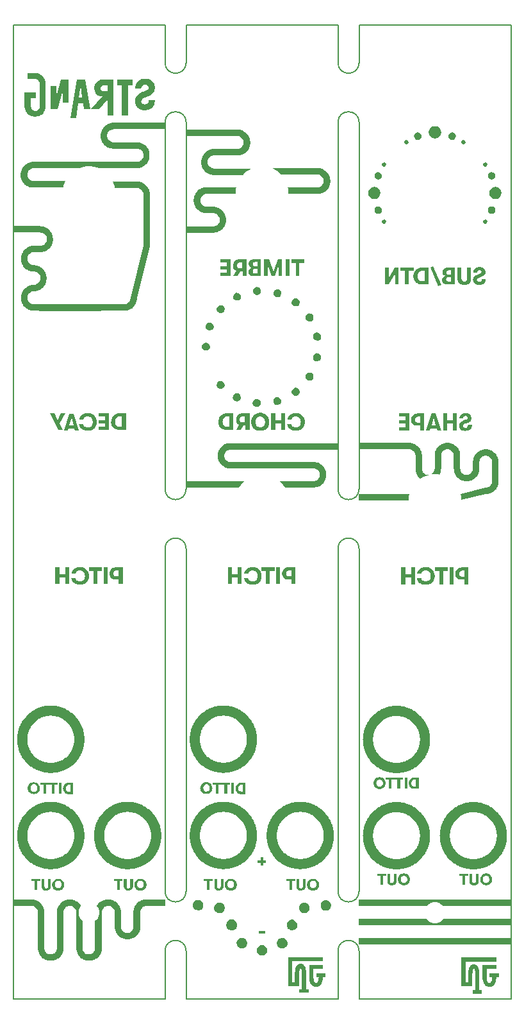
<source format=gbr>
G04 #@! TF.GenerationSoftware,KiCad,Pcbnew,(5.1.9-0-10_14)*
G04 #@! TF.CreationDate,2021-02-07T01:41:00-06:00*
G04 #@! TF.ProjectId,JNTUB_panels,4a4e5455-425f-4706-916e-656c732e6b69,rev?*
G04 #@! TF.SameCoordinates,Original*
G04 #@! TF.FileFunction,Copper,L2,Bot*
G04 #@! TF.FilePolarity,Positive*
%FSLAX46Y46*%
G04 Gerber Fmt 4.6, Leading zero omitted, Abs format (unit mm)*
G04 Created by KiCad (PCBNEW (5.1.9-0-10_14)) date 2021-02-07 01:41:00*
%MOMM*%
%LPD*%
G01*
G04 APERTURE LIST*
G04 #@! TA.AperFunction,Profile*
%ADD10C,0.150000*%
G04 #@! TD*
G04 #@! TA.AperFunction,EtchedComponent*
%ADD11C,0.100000*%
G04 #@! TD*
G04 #@! TA.AperFunction,ViaPad*
%ADD12C,0.762000*%
G04 #@! TD*
G04 APERTURE END LIST*
D10*
X125603000Y-92710000D02*
G75*
G02*
X128397000Y-92710000I1397000J0D01*
G01*
X125603000Y-84836000D02*
X125603000Y-36449000D01*
X128397000Y-152146000D02*
X128397000Y-145796000D01*
X128397000Y-28575000D02*
G75*
G02*
X125603000Y-28575000I-1397000J0D01*
G01*
X128397000Y-137922000D02*
X128397000Y-92710000D01*
X128397000Y-137922000D02*
G75*
G02*
X125603000Y-137922000I-1397000J0D01*
G01*
X125603000Y-23622000D02*
X125603000Y-28575000D01*
X125603000Y-92710000D02*
X125603000Y-137922000D01*
X125603000Y-145796000D02*
X125603000Y-152146000D01*
X125603000Y-145796000D02*
G75*
G02*
X128397000Y-145796000I1397000J0D01*
G01*
X128397000Y-36449000D02*
X128397000Y-84836000D01*
X128397000Y-84836000D02*
G75*
G02*
X125603000Y-84836000I-1397000J0D01*
G01*
X125603000Y-36449000D02*
G75*
G02*
X128397000Y-36449000I1397000J0D01*
G01*
X128397000Y-23622000D02*
X128397000Y-28575000D01*
X105537000Y-36449000D02*
X105537000Y-84836000D01*
X102743000Y-84836000D02*
X102743000Y-36449000D01*
X102743000Y-92710000D02*
X102743000Y-137922000D01*
X105537000Y-137922000D02*
X105537000Y-92710000D01*
X105537000Y-152146000D02*
X105537000Y-145796000D01*
X102743000Y-145796000D02*
X102743000Y-152146000D01*
X102743000Y-145796000D02*
G75*
G02*
X105537000Y-145796000I1397000J0D01*
G01*
X105537000Y-137922000D02*
G75*
G02*
X102743000Y-137922000I-1397000J0D01*
G01*
X102743000Y-92710000D02*
G75*
G02*
X105537000Y-92710000I1397000J0D01*
G01*
X105537000Y-84836000D02*
G75*
G02*
X102743000Y-84836000I-1397000J0D01*
G01*
X102743000Y-36449000D02*
G75*
G02*
X105537000Y-36449000I1397000J0D01*
G01*
X105537000Y-23622000D02*
X105537000Y-28575000D01*
X102743000Y-23622000D02*
X102743000Y-28575000D01*
X105537000Y-28575000D02*
G75*
G02*
X102743000Y-28575000I-1397000J0D01*
G01*
X128397000Y-23622000D02*
X148463000Y-23622000D01*
X148463000Y-23622000D02*
X148463000Y-152146000D01*
X148463000Y-152146000D02*
X128397000Y-152146000D01*
X105537000Y-23622000D02*
X125603000Y-23622000D01*
X125603000Y-152146000D02*
X105537000Y-152146000D01*
X82677000Y-23622000D02*
X102743000Y-23622000D01*
X102743000Y-152146000D02*
X82677000Y-152146000D01*
X82677000Y-152146000D02*
X82677000Y-23622000D01*
D11*
G04 #@! TO.C,svg2mod*
G36*
X90575269Y-123571706D02*
G01*
X89799158Y-123924483D01*
X89909401Y-123875976D01*
X90046103Y-123853928D01*
X90222492Y-123853928D01*
X90222492Y-124771150D01*
X90046103Y-124771150D01*
X89909401Y-124749101D01*
X89799158Y-124700594D01*
X89715374Y-124625629D01*
X89658047Y-124524206D01*
X89627179Y-124418372D01*
X89622769Y-124312539D01*
X89627179Y-124206706D01*
X89658047Y-124100872D01*
X89715374Y-123999449D01*
X89799158Y-123924483D01*
X90575269Y-123571706D01*
X90010825Y-123571706D01*
X89871020Y-123583465D01*
X89739055Y-123618743D01*
X89622769Y-123677539D01*
X89519549Y-123750708D01*
X89432008Y-123839555D01*
X89375825Y-123959761D01*
X89317029Y-124076047D01*
X89281751Y-124208012D01*
X89269992Y-124347817D01*
X89281751Y-124479782D01*
X89317029Y-124603907D01*
X89375825Y-124735872D01*
X89447687Y-124856078D01*
X89527389Y-124944926D01*
X89622769Y-125018094D01*
X89739055Y-125076891D01*
X89871020Y-125112169D01*
X90010825Y-125123928D01*
X90575269Y-125123928D01*
X90575269Y-123571706D01*
G37*
G36*
X89058325Y-123571706D02*
G01*
X88705547Y-123571706D01*
X88705547Y-125053372D01*
X89058325Y-125053372D01*
X89058325Y-123571706D01*
G37*
G36*
X88105825Y-123853928D02*
G01*
X88529158Y-123853928D01*
X88529158Y-123571706D01*
X87364992Y-123571706D01*
X87364992Y-123889206D01*
X87788325Y-123889206D01*
X87788325Y-125053372D01*
X88141103Y-125053372D01*
X88141103Y-123853928D01*
X88105825Y-123853928D01*
G37*
G36*
X86976936Y-123853928D02*
G01*
X87400269Y-123853928D01*
X87400269Y-123571706D01*
X86236103Y-123571706D01*
X86236103Y-123889206D01*
X86659436Y-123889206D01*
X86659436Y-125053372D01*
X87012214Y-125053372D01*
X87012214Y-123853928D01*
X86976936Y-123853928D01*
G37*
G36*
X85812769Y-124982817D02*
G01*
X85843637Y-124400733D01*
X85812769Y-124524206D01*
X85755443Y-124625629D01*
X85671658Y-124700594D01*
X85561415Y-124749101D01*
X85424714Y-124771150D01*
X85288012Y-124762331D01*
X85177769Y-124700594D01*
X85093985Y-124625629D01*
X85036658Y-124524206D01*
X85005790Y-124413963D01*
X85001380Y-124277261D01*
X85005790Y-124140560D01*
X85036658Y-124030317D01*
X85093985Y-123928893D01*
X85177769Y-123853928D01*
X85288012Y-123805421D01*
X85424714Y-123783372D01*
X85561415Y-123805421D01*
X85671658Y-123853928D01*
X85755443Y-123928893D01*
X85812769Y-124030317D01*
X85843637Y-124140560D01*
X85848047Y-124277261D01*
X85843637Y-124400733D01*
X85812769Y-124982817D01*
X85917296Y-124901808D01*
X86013983Y-124805121D01*
X86094992Y-124700594D01*
X86153788Y-124584308D01*
X86189066Y-124452343D01*
X86200825Y-124312539D01*
X86189066Y-124172734D01*
X86153788Y-124040769D01*
X86094992Y-123924483D01*
X86021823Y-123819957D01*
X85932975Y-123723269D01*
X85812769Y-123642261D01*
X85726780Y-123595959D01*
X85627561Y-123562886D01*
X85515113Y-123543042D01*
X85389436Y-123536428D01*
X85263759Y-123543042D01*
X85151311Y-123562886D01*
X85052092Y-123595959D01*
X84966103Y-123642261D01*
X84861576Y-123723269D01*
X84764889Y-123819957D01*
X84683880Y-123924483D01*
X84625084Y-124040769D01*
X84589806Y-124172734D01*
X84578047Y-124312539D01*
X84589806Y-124452343D01*
X84625084Y-124584308D01*
X84683880Y-124700594D01*
X84757049Y-124805121D01*
X84845897Y-124901808D01*
X84966103Y-124982817D01*
X85052092Y-125029119D01*
X85151311Y-125062192D01*
X85263759Y-125082035D01*
X85389436Y-125088650D01*
X85515113Y-125082035D01*
X85627561Y-125062192D01*
X85726780Y-125029119D01*
X85812769Y-124982817D01*
G37*
G36*
X99923880Y-137718094D02*
G01*
X99923880Y-137012539D01*
X99919471Y-137136011D01*
X99888603Y-137259483D01*
X99831276Y-137360907D01*
X99747492Y-137435872D01*
X99637249Y-137484379D01*
X99500547Y-137506428D01*
X99363846Y-137497608D01*
X99253603Y-137435872D01*
X99169818Y-137360907D01*
X99112492Y-137259483D01*
X99081624Y-137149240D01*
X99077214Y-137012539D01*
X99081624Y-136875838D01*
X99112492Y-136765594D01*
X99169818Y-136664171D01*
X99253603Y-136589206D01*
X99363846Y-136540699D01*
X99500547Y-136518650D01*
X99637249Y-136540699D01*
X99747492Y-136589206D01*
X99831276Y-136664171D01*
X99888603Y-136765594D01*
X99919471Y-136875838D01*
X99923880Y-137012539D01*
X99923880Y-137718094D01*
X100028407Y-137637086D01*
X100125094Y-137540399D01*
X100206103Y-137435872D01*
X100264899Y-137319586D01*
X100300177Y-137187621D01*
X100311936Y-137047817D01*
X100300177Y-136908012D01*
X100264899Y-136776047D01*
X100206103Y-136659761D01*
X100132934Y-136555234D01*
X100044086Y-136458547D01*
X99923880Y-136377539D01*
X99837891Y-136331237D01*
X99738672Y-136298164D01*
X99626224Y-136278320D01*
X99500547Y-136271706D01*
X99374870Y-136278320D01*
X99262422Y-136298164D01*
X99163203Y-136331237D01*
X99077214Y-136377539D01*
X98972687Y-136458547D01*
X98876000Y-136555234D01*
X98794992Y-136659761D01*
X98736195Y-136776047D01*
X98700917Y-136908012D01*
X98689158Y-137047817D01*
X98700917Y-137187621D01*
X98736195Y-137319586D01*
X98794992Y-137435872D01*
X98868160Y-137540399D01*
X98957008Y-137637086D01*
X99077214Y-137718094D01*
X99163203Y-137764397D01*
X99262422Y-137797469D01*
X99374870Y-137817313D01*
X99500547Y-137823928D01*
X99606380Y-137817313D01*
X99712214Y-137797469D01*
X99818047Y-137764397D01*
X99923880Y-137718094D01*
G37*
G36*
X98336380Y-137682817D02*
G01*
X98408590Y-137602339D01*
X98464262Y-137515247D01*
X98500091Y-137414926D01*
X98512769Y-137294761D01*
X98512769Y-136306983D01*
X98159992Y-136306983D01*
X98159992Y-137259483D01*
X98137943Y-137365317D01*
X98089436Y-137471150D01*
X98014471Y-137519657D01*
X97913047Y-137541706D01*
X97811624Y-137519657D01*
X97736658Y-137471150D01*
X97688151Y-137391775D01*
X97666103Y-137259483D01*
X97666103Y-136306983D01*
X97313325Y-136306983D01*
X97313325Y-137294761D01*
X97326003Y-137419887D01*
X97361832Y-137528476D01*
X97417505Y-137617222D01*
X97489714Y-137682817D01*
X97575703Y-137749514D01*
X97674922Y-137793060D01*
X97787370Y-137816762D01*
X97913047Y-137823928D01*
X98038724Y-137811801D01*
X98151172Y-137779831D01*
X98250391Y-137734631D01*
X98336380Y-137682817D01*
G37*
G36*
X96713603Y-136589206D02*
G01*
X97136936Y-136589206D01*
X97136936Y-136271706D01*
X95972769Y-136271706D01*
X95972769Y-136589206D01*
X96396103Y-136589206D01*
X96396103Y-137753372D01*
X96748880Y-137753372D01*
X96748880Y-136589206D01*
X96713603Y-136589206D01*
G37*
G36*
X89058325Y-137718094D02*
G01*
X89058325Y-137012539D01*
X89053915Y-137136011D01*
X89023047Y-137259483D01*
X88965721Y-137360907D01*
X88881936Y-137435872D01*
X88771693Y-137484379D01*
X88634992Y-137506428D01*
X88498290Y-137497608D01*
X88388047Y-137435872D01*
X88304262Y-137360907D01*
X88246936Y-137259483D01*
X88216068Y-137149240D01*
X88211658Y-137012539D01*
X88216068Y-136875838D01*
X88246936Y-136765594D01*
X88304262Y-136664171D01*
X88388047Y-136589206D01*
X88498290Y-136540699D01*
X88634992Y-136518650D01*
X88771693Y-136540699D01*
X88881936Y-136589206D01*
X88965721Y-136664171D01*
X89023047Y-136765594D01*
X89053915Y-136875838D01*
X89058325Y-137012539D01*
X89058325Y-137718094D01*
X89162852Y-137637086D01*
X89259539Y-137540399D01*
X89340547Y-137435872D01*
X89399343Y-137319586D01*
X89434621Y-137187621D01*
X89446380Y-137047817D01*
X89434621Y-136908012D01*
X89399343Y-136776047D01*
X89340547Y-136659761D01*
X89267378Y-136555234D01*
X89178531Y-136458547D01*
X89058325Y-136377539D01*
X88972335Y-136331237D01*
X88873117Y-136298164D01*
X88760669Y-136278320D01*
X88634992Y-136271706D01*
X88509314Y-136278320D01*
X88396867Y-136298164D01*
X88297648Y-136331237D01*
X88211658Y-136377539D01*
X88107131Y-136458547D01*
X88010444Y-136555234D01*
X87929436Y-136659761D01*
X87870640Y-136776047D01*
X87835362Y-136908012D01*
X87823603Y-137047817D01*
X87835362Y-137187621D01*
X87870640Y-137319586D01*
X87929436Y-137435872D01*
X88002605Y-137540399D01*
X88091452Y-137637086D01*
X88211658Y-137718094D01*
X88297648Y-137764397D01*
X88396867Y-137797469D01*
X88509314Y-137817313D01*
X88634992Y-137823928D01*
X88740825Y-137817313D01*
X88846658Y-137797469D01*
X88952492Y-137764397D01*
X89058325Y-137718094D01*
G37*
G36*
X87470825Y-137682817D02*
G01*
X87543034Y-137602339D01*
X87598707Y-137515247D01*
X87634536Y-137414926D01*
X87647214Y-137294761D01*
X87647214Y-136306983D01*
X87294436Y-136306983D01*
X87294436Y-137259483D01*
X87272387Y-137365317D01*
X87223880Y-137471150D01*
X87148915Y-137519657D01*
X87047492Y-137541706D01*
X86946068Y-137519657D01*
X86871103Y-137471150D01*
X86822596Y-137391775D01*
X86800547Y-137259483D01*
X86800547Y-136306983D01*
X86447769Y-136306983D01*
X86447769Y-137294761D01*
X86460447Y-137419887D01*
X86496276Y-137528476D01*
X86551949Y-137617222D01*
X86624158Y-137682817D01*
X86710148Y-137749514D01*
X86809367Y-137793060D01*
X86921814Y-137816762D01*
X87047492Y-137823928D01*
X87173169Y-137811801D01*
X87285617Y-137779831D01*
X87384835Y-137734631D01*
X87470825Y-137682817D01*
G37*
G36*
X85848047Y-136589206D02*
G01*
X86236103Y-136589206D01*
X86236103Y-136271706D01*
X85071936Y-136271706D01*
X85071936Y-136589206D01*
X85495269Y-136589206D01*
X85495269Y-137753372D01*
X85848047Y-137753372D01*
X85848047Y-136589206D01*
G37*
G36*
X97807214Y-126111706D02*
G01*
X100050316Y-128399758D01*
X99964162Y-128313603D01*
X99874649Y-128230909D01*
X99781882Y-128151780D01*
X99685964Y-128076320D01*
X99586999Y-128004631D01*
X99485091Y-127936817D01*
X99380341Y-127872981D01*
X99272855Y-127813228D01*
X99162736Y-127757660D01*
X99050087Y-127706382D01*
X98935011Y-127659496D01*
X98817612Y-127617106D01*
X98697994Y-127579316D01*
X98576260Y-127546228D01*
X98452513Y-127517947D01*
X98326857Y-127494576D01*
X98199396Y-127476219D01*
X98070233Y-127462978D01*
X97939471Y-127454958D01*
X97807214Y-127452261D01*
X97674957Y-127454958D01*
X97544195Y-127462978D01*
X97415032Y-127476219D01*
X97287570Y-127494576D01*
X97161915Y-127517947D01*
X97038168Y-127546228D01*
X96916434Y-127579316D01*
X96796816Y-127617106D01*
X96679417Y-127659496D01*
X96564341Y-127706382D01*
X96451692Y-127757660D01*
X96341572Y-127813228D01*
X96234086Y-127872981D01*
X96129337Y-127936817D01*
X96027428Y-128004631D01*
X95928463Y-128076320D01*
X95832546Y-128151780D01*
X95739779Y-128230909D01*
X95650266Y-128313603D01*
X95564111Y-128399758D01*
X95481418Y-128489270D01*
X95402289Y-128582037D01*
X95326828Y-128677955D01*
X95255139Y-128776920D01*
X95187325Y-128878829D01*
X95123490Y-128983578D01*
X95063736Y-129091064D01*
X95008169Y-129201183D01*
X94956890Y-129313833D01*
X94910004Y-129428909D01*
X94867614Y-129546307D01*
X94829824Y-129665925D01*
X94796736Y-129787660D01*
X94768455Y-129911406D01*
X94745084Y-130037062D01*
X94726727Y-130164523D01*
X94713486Y-130293687D01*
X94705466Y-130424449D01*
X94702769Y-130556706D01*
X94705466Y-130688963D01*
X94713486Y-130819724D01*
X94726727Y-130948888D01*
X94745084Y-131076349D01*
X94768455Y-131202005D01*
X94796736Y-131325751D01*
X94829824Y-131447486D01*
X94867614Y-131567104D01*
X94910004Y-131684503D01*
X94956890Y-131799578D01*
X95008169Y-131912228D01*
X95063736Y-132022347D01*
X95123490Y-132129833D01*
X95187325Y-132234582D01*
X95255139Y-132336491D01*
X95326828Y-132435456D01*
X95402289Y-132531374D01*
X95481418Y-132624141D01*
X95564111Y-132713653D01*
X95650266Y-132799808D01*
X95739779Y-132882502D01*
X95832546Y-132961631D01*
X95928463Y-133037092D01*
X96027428Y-133108781D01*
X96129337Y-133176595D01*
X96234086Y-133240430D01*
X96341572Y-133300183D01*
X96451692Y-133355751D01*
X96564341Y-133407029D01*
X96679417Y-133453915D01*
X96796816Y-133496305D01*
X96916434Y-133534096D01*
X97038168Y-133567183D01*
X97161915Y-133595464D01*
X97287570Y-133618835D01*
X97415032Y-133637193D01*
X97544195Y-133650433D01*
X97674957Y-133658454D01*
X97807214Y-133661150D01*
X97939471Y-133658454D01*
X98070233Y-133650433D01*
X98199396Y-133637193D01*
X98326857Y-133618835D01*
X98452513Y-133595464D01*
X98576260Y-133567183D01*
X98697994Y-133534096D01*
X98817612Y-133496305D01*
X98935011Y-133453915D01*
X99050087Y-133407029D01*
X99162736Y-133355751D01*
X99272855Y-133300183D01*
X99380341Y-133240430D01*
X99485091Y-133176595D01*
X99586999Y-133108781D01*
X99685964Y-133037092D01*
X99781882Y-132961631D01*
X99874649Y-132882502D01*
X99964162Y-132799808D01*
X100050316Y-132713653D01*
X100133010Y-132624141D01*
X100212139Y-132531374D01*
X100287600Y-132435456D01*
X100359289Y-132336491D01*
X100427103Y-132234582D01*
X100490938Y-132129833D01*
X100550691Y-132022347D01*
X100606259Y-131912228D01*
X100657537Y-131799578D01*
X100704423Y-131684503D01*
X100746813Y-131567104D01*
X100784604Y-131447486D01*
X100817691Y-131325751D01*
X100845972Y-131202005D01*
X100869343Y-131076349D01*
X100887701Y-130948888D01*
X100900942Y-130819724D01*
X100908962Y-130688963D01*
X100911658Y-130556706D01*
X100908962Y-130424449D01*
X100900942Y-130293687D01*
X100887701Y-130164523D01*
X100869343Y-130037062D01*
X100845972Y-129911406D01*
X100817691Y-129787660D01*
X100784604Y-129665925D01*
X100746813Y-129546307D01*
X100704423Y-129428909D01*
X100657537Y-129313833D01*
X100606259Y-129201183D01*
X100550691Y-129091064D01*
X100490938Y-128983578D01*
X100427103Y-128878829D01*
X100359289Y-128776920D01*
X100287600Y-128677955D01*
X100212139Y-128582037D01*
X100133010Y-128489270D01*
X100050316Y-128399758D01*
X97807214Y-126111706D01*
X97939557Y-126113656D01*
X98071004Y-126119471D01*
X98201496Y-126129098D01*
X98330977Y-126142483D01*
X98459389Y-126159573D01*
X98586675Y-126180314D01*
X98712778Y-126204653D01*
X98837641Y-126232537D01*
X98961206Y-126263911D01*
X99083416Y-126298723D01*
X99204214Y-126336919D01*
X99323542Y-126378446D01*
X99441344Y-126423250D01*
X99557562Y-126471277D01*
X99672139Y-126522476D01*
X99785017Y-126576791D01*
X99896140Y-126634169D01*
X100005449Y-126694558D01*
X100112889Y-126757904D01*
X100218401Y-126824152D01*
X100321928Y-126893251D01*
X100423414Y-126965146D01*
X100522800Y-127039783D01*
X100620030Y-127117110D01*
X100715046Y-127197074D01*
X100807792Y-127279620D01*
X100898209Y-127364695D01*
X100986240Y-127452245D01*
X101071829Y-127542219D01*
X101154919Y-127634561D01*
X101235450Y-127729218D01*
X101313368Y-127826137D01*
X101388614Y-127925266D01*
X101461131Y-128026549D01*
X101530861Y-128129934D01*
X101597749Y-128235367D01*
X101661735Y-128342795D01*
X101722764Y-128452164D01*
X101780778Y-128563422D01*
X101835719Y-128676514D01*
X101887530Y-128791387D01*
X101936155Y-128907988D01*
X101981535Y-129026263D01*
X102023614Y-129146159D01*
X102062334Y-129267622D01*
X102097638Y-129390599D01*
X102129469Y-129515037D01*
X102157770Y-129640882D01*
X102182483Y-129768080D01*
X102203551Y-129896579D01*
X102220917Y-130026325D01*
X102234523Y-130157263D01*
X102244313Y-130289342D01*
X102250229Y-130422507D01*
X102252214Y-130556706D01*
X102250263Y-130690904D01*
X102244448Y-130824069D01*
X102234821Y-130956148D01*
X102221436Y-131087087D01*
X102204346Y-131216832D01*
X102183605Y-131345331D01*
X102159266Y-131472529D01*
X102131383Y-131598374D01*
X102100008Y-131722812D01*
X102065197Y-131845789D01*
X102027000Y-131967252D01*
X101985474Y-132087148D01*
X101940670Y-132205423D01*
X101892642Y-132322024D01*
X101841444Y-132436897D01*
X101787129Y-132549989D01*
X101729750Y-132661247D01*
X101669361Y-132770616D01*
X101606016Y-132878044D01*
X101539767Y-132983477D01*
X101470669Y-133086862D01*
X101398774Y-133188146D01*
X101324136Y-133287274D01*
X101246809Y-133384193D01*
X101166846Y-133478851D01*
X101084300Y-133571193D01*
X100999225Y-133661166D01*
X100911674Y-133748716D01*
X100821701Y-133833792D01*
X100729359Y-133916337D01*
X100634701Y-133996301D01*
X100537782Y-134073628D01*
X100438654Y-134148266D01*
X100337371Y-134220160D01*
X100233986Y-134289259D01*
X100128552Y-134355507D01*
X100021124Y-134418853D01*
X99911755Y-134479242D01*
X99800497Y-134536620D01*
X99687405Y-134590935D01*
X99572532Y-134642134D01*
X99455931Y-134690161D01*
X99337656Y-134734965D01*
X99217760Y-134776492D01*
X99096297Y-134814688D01*
X98973320Y-134849500D01*
X98848882Y-134880875D01*
X98723037Y-134908758D01*
X98595839Y-134933097D01*
X98467340Y-134953838D01*
X98337595Y-134970928D01*
X98206656Y-134984313D01*
X98074577Y-134993940D01*
X97941412Y-134999755D01*
X97807214Y-135001706D01*
X97674870Y-134999755D01*
X97543424Y-134993940D01*
X97412932Y-134984313D01*
X97283451Y-134970928D01*
X97155039Y-134953838D01*
X97027752Y-134933097D01*
X96901649Y-134908758D01*
X96776787Y-134880875D01*
X96653222Y-134849500D01*
X96531012Y-134814688D01*
X96410214Y-134776492D01*
X96290885Y-134734965D01*
X96173084Y-134690161D01*
X96056866Y-134642134D01*
X95942289Y-134590935D01*
X95829411Y-134536620D01*
X95718288Y-134479242D01*
X95608978Y-134418853D01*
X95501539Y-134355507D01*
X95396027Y-134289259D01*
X95292499Y-134220160D01*
X95191014Y-134148266D01*
X95091627Y-134073628D01*
X94994398Y-133996301D01*
X94899381Y-133916337D01*
X94806636Y-133833792D01*
X94716219Y-133748716D01*
X94628187Y-133661166D01*
X94542598Y-133571193D01*
X94459509Y-133478851D01*
X94378977Y-133384193D01*
X94301060Y-133287274D01*
X94225814Y-133188146D01*
X94153297Y-133086862D01*
X94083566Y-132983477D01*
X94016679Y-132878044D01*
X93952692Y-132770616D01*
X93891664Y-132661247D01*
X93833650Y-132549989D01*
X93778709Y-132436897D01*
X93726897Y-132322024D01*
X93678273Y-132205423D01*
X93632893Y-132087148D01*
X93590814Y-131967252D01*
X93552094Y-131845789D01*
X93516789Y-131722812D01*
X93484958Y-131598374D01*
X93456658Y-131472529D01*
X93431945Y-131345331D01*
X93410876Y-131216832D01*
X93393511Y-131087087D01*
X93379904Y-130956148D01*
X93370114Y-130824069D01*
X93364198Y-130690904D01*
X93362214Y-130556706D01*
X93364164Y-130422507D01*
X93369979Y-130289342D01*
X93379606Y-130157263D01*
X93392991Y-130026325D01*
X93410081Y-129896579D01*
X93430822Y-129768080D01*
X93455161Y-129640882D01*
X93483045Y-129515037D01*
X93514419Y-129390599D01*
X93549231Y-129267622D01*
X93587427Y-129146159D01*
X93628954Y-129026263D01*
X93673758Y-128907988D01*
X93721786Y-128791387D01*
X93772984Y-128676514D01*
X93827299Y-128563422D01*
X93884678Y-128452164D01*
X93945067Y-128342795D01*
X94008412Y-128235367D01*
X94074661Y-128129934D01*
X94143759Y-128026549D01*
X94215654Y-127925266D01*
X94290291Y-127826137D01*
X94367619Y-127729218D01*
X94447582Y-127634561D01*
X94530128Y-127542219D01*
X94615203Y-127452245D01*
X94702754Y-127364695D01*
X94792727Y-127279620D01*
X94885069Y-127197074D01*
X94979726Y-127117110D01*
X95076646Y-127039783D01*
X95175774Y-126965146D01*
X95277057Y-126893251D01*
X95380442Y-126824152D01*
X95485875Y-126757904D01*
X95593303Y-126694558D01*
X95702673Y-126634169D01*
X95813930Y-126576791D01*
X95927022Y-126522476D01*
X96041895Y-126471277D01*
X96158496Y-126423250D01*
X96276771Y-126378446D01*
X96396667Y-126336919D01*
X96518130Y-126298723D01*
X96641108Y-126263911D01*
X96765545Y-126232537D01*
X96891390Y-126204653D01*
X97018589Y-126180314D01*
X97147087Y-126159573D01*
X97276833Y-126142483D01*
X97407772Y-126129098D01*
X97539850Y-126119471D01*
X97673016Y-126113656D01*
X97807214Y-126111706D01*
G37*
G36*
X87647214Y-126111706D02*
G01*
X89890316Y-128399758D01*
X89804162Y-128313603D01*
X89714649Y-128230909D01*
X89621882Y-128151780D01*
X89525964Y-128076320D01*
X89426999Y-128004631D01*
X89325091Y-127936817D01*
X89220341Y-127872981D01*
X89112855Y-127813228D01*
X89002736Y-127757660D01*
X88890087Y-127706382D01*
X88775011Y-127659496D01*
X88657612Y-127617106D01*
X88537994Y-127579316D01*
X88416260Y-127546228D01*
X88292513Y-127517947D01*
X88166857Y-127494576D01*
X88039396Y-127476219D01*
X87910233Y-127462978D01*
X87779471Y-127454958D01*
X87647214Y-127452261D01*
X87514957Y-127454958D01*
X87384195Y-127462978D01*
X87255032Y-127476219D01*
X87127570Y-127494576D01*
X87001915Y-127517947D01*
X86878168Y-127546228D01*
X86756434Y-127579316D01*
X86636816Y-127617106D01*
X86519417Y-127659496D01*
X86404341Y-127706382D01*
X86291692Y-127757660D01*
X86181572Y-127813228D01*
X86074086Y-127872981D01*
X85969337Y-127936817D01*
X85867428Y-128004631D01*
X85768463Y-128076320D01*
X85672546Y-128151780D01*
X85579779Y-128230909D01*
X85490266Y-128313603D01*
X85404111Y-128399758D01*
X85321418Y-128489270D01*
X85242289Y-128582037D01*
X85166828Y-128677955D01*
X85095139Y-128776920D01*
X85027325Y-128878829D01*
X84963490Y-128983578D01*
X84903736Y-129091064D01*
X84848169Y-129201183D01*
X84796890Y-129313833D01*
X84750004Y-129428909D01*
X84707614Y-129546307D01*
X84669824Y-129665925D01*
X84636736Y-129787660D01*
X84608455Y-129911406D01*
X84585084Y-130037062D01*
X84566727Y-130164523D01*
X84553486Y-130293687D01*
X84545466Y-130424449D01*
X84542769Y-130556706D01*
X84545466Y-130688963D01*
X84553486Y-130819724D01*
X84566727Y-130948888D01*
X84585084Y-131076349D01*
X84608455Y-131202005D01*
X84636736Y-131325751D01*
X84669824Y-131447486D01*
X84707614Y-131567104D01*
X84750004Y-131684503D01*
X84796890Y-131799578D01*
X84848169Y-131912228D01*
X84903736Y-132022347D01*
X84963490Y-132129833D01*
X85027325Y-132234582D01*
X85095139Y-132336491D01*
X85166828Y-132435456D01*
X85242289Y-132531374D01*
X85321418Y-132624141D01*
X85404111Y-132713653D01*
X85490266Y-132799808D01*
X85579779Y-132882502D01*
X85672546Y-132961631D01*
X85768463Y-133037092D01*
X85867428Y-133108781D01*
X85969337Y-133176595D01*
X86074086Y-133240430D01*
X86181572Y-133300183D01*
X86291692Y-133355751D01*
X86404341Y-133407029D01*
X86519417Y-133453915D01*
X86636816Y-133496305D01*
X86756434Y-133534096D01*
X86878168Y-133567183D01*
X87001915Y-133595464D01*
X87127570Y-133618835D01*
X87255032Y-133637193D01*
X87384195Y-133650433D01*
X87514957Y-133658454D01*
X87647214Y-133661150D01*
X87779471Y-133658454D01*
X87910233Y-133650433D01*
X88039396Y-133637193D01*
X88166857Y-133618835D01*
X88292513Y-133595464D01*
X88416260Y-133567183D01*
X88537994Y-133534096D01*
X88657612Y-133496305D01*
X88775011Y-133453915D01*
X88890087Y-133407029D01*
X89002736Y-133355751D01*
X89112855Y-133300183D01*
X89220341Y-133240430D01*
X89325091Y-133176595D01*
X89426999Y-133108781D01*
X89525964Y-133037092D01*
X89621882Y-132961631D01*
X89714649Y-132882502D01*
X89804162Y-132799808D01*
X89890316Y-132713653D01*
X89973010Y-132624141D01*
X90052139Y-132531374D01*
X90127600Y-132435456D01*
X90199289Y-132336491D01*
X90267103Y-132234582D01*
X90330938Y-132129833D01*
X90390691Y-132022347D01*
X90446259Y-131912228D01*
X90497537Y-131799578D01*
X90544423Y-131684503D01*
X90586813Y-131567104D01*
X90624604Y-131447486D01*
X90657691Y-131325751D01*
X90685972Y-131202005D01*
X90709343Y-131076349D01*
X90727701Y-130948888D01*
X90740942Y-130819724D01*
X90748962Y-130688963D01*
X90751658Y-130556706D01*
X90748962Y-130424449D01*
X90740942Y-130293687D01*
X90727701Y-130164523D01*
X90709343Y-130037062D01*
X90685972Y-129911406D01*
X90657691Y-129787660D01*
X90624604Y-129665925D01*
X90586813Y-129546307D01*
X90544423Y-129428909D01*
X90497537Y-129313833D01*
X90446259Y-129201183D01*
X90390691Y-129091064D01*
X90330938Y-128983578D01*
X90267103Y-128878829D01*
X90199289Y-128776920D01*
X90127600Y-128677955D01*
X90052139Y-128582037D01*
X89973010Y-128489270D01*
X89890316Y-128399758D01*
X87647214Y-126111706D01*
X87779557Y-126113656D01*
X87911004Y-126119471D01*
X88041496Y-126129098D01*
X88170977Y-126142483D01*
X88299389Y-126159573D01*
X88426675Y-126180314D01*
X88552778Y-126204653D01*
X88677641Y-126232537D01*
X88801206Y-126263911D01*
X88923416Y-126298723D01*
X89044214Y-126336919D01*
X89163542Y-126378446D01*
X89281344Y-126423250D01*
X89397562Y-126471277D01*
X89512139Y-126522476D01*
X89625017Y-126576791D01*
X89736140Y-126634169D01*
X89845449Y-126694558D01*
X89952889Y-126757904D01*
X90058401Y-126824152D01*
X90161928Y-126893251D01*
X90263414Y-126965146D01*
X90362800Y-127039783D01*
X90460030Y-127117110D01*
X90555046Y-127197074D01*
X90647792Y-127279620D01*
X90738209Y-127364695D01*
X90826240Y-127452245D01*
X90911829Y-127542219D01*
X90994919Y-127634561D01*
X91075450Y-127729218D01*
X91153368Y-127826137D01*
X91228614Y-127925266D01*
X91301131Y-128026549D01*
X91370861Y-128129934D01*
X91437749Y-128235367D01*
X91501735Y-128342795D01*
X91562764Y-128452164D01*
X91620778Y-128563422D01*
X91675719Y-128676514D01*
X91727530Y-128791387D01*
X91776155Y-128907988D01*
X91821535Y-129026263D01*
X91863614Y-129146159D01*
X91902334Y-129267622D01*
X91937638Y-129390599D01*
X91969469Y-129515037D01*
X91997770Y-129640882D01*
X92022483Y-129768080D01*
X92043551Y-129896579D01*
X92060917Y-130026325D01*
X92074523Y-130157263D01*
X92084313Y-130289342D01*
X92090229Y-130422507D01*
X92092214Y-130556706D01*
X92090263Y-130690904D01*
X92084448Y-130824069D01*
X92074821Y-130956148D01*
X92061436Y-131087087D01*
X92044346Y-131216832D01*
X92023605Y-131345331D01*
X91999266Y-131472529D01*
X91971383Y-131598374D01*
X91940008Y-131722812D01*
X91905197Y-131845789D01*
X91867000Y-131967252D01*
X91825474Y-132087148D01*
X91780670Y-132205423D01*
X91732642Y-132322024D01*
X91681444Y-132436897D01*
X91627129Y-132549989D01*
X91569750Y-132661247D01*
X91509361Y-132770616D01*
X91446016Y-132878044D01*
X91379767Y-132983477D01*
X91310669Y-133086862D01*
X91238774Y-133188146D01*
X91164136Y-133287274D01*
X91086809Y-133384193D01*
X91006846Y-133478851D01*
X90924300Y-133571193D01*
X90839225Y-133661166D01*
X90751674Y-133748716D01*
X90661701Y-133833792D01*
X90569359Y-133916337D01*
X90474701Y-133996301D01*
X90377782Y-134073628D01*
X90278654Y-134148266D01*
X90177371Y-134220160D01*
X90073986Y-134289259D01*
X89968552Y-134355507D01*
X89861124Y-134418853D01*
X89751755Y-134479242D01*
X89640497Y-134536620D01*
X89527405Y-134590935D01*
X89412532Y-134642134D01*
X89295931Y-134690161D01*
X89177656Y-134734965D01*
X89057760Y-134776492D01*
X88936297Y-134814688D01*
X88813320Y-134849500D01*
X88688882Y-134880875D01*
X88563037Y-134908758D01*
X88435839Y-134933097D01*
X88307340Y-134953838D01*
X88177595Y-134970928D01*
X88046656Y-134984313D01*
X87914577Y-134993940D01*
X87781412Y-134999755D01*
X87647214Y-135001706D01*
X87514870Y-134999755D01*
X87383424Y-134993940D01*
X87252932Y-134984313D01*
X87123451Y-134970928D01*
X86995039Y-134953838D01*
X86867752Y-134933097D01*
X86741649Y-134908758D01*
X86616787Y-134880875D01*
X86493222Y-134849500D01*
X86371012Y-134814688D01*
X86250214Y-134776492D01*
X86130885Y-134734965D01*
X86013084Y-134690161D01*
X85896866Y-134642134D01*
X85782289Y-134590935D01*
X85669411Y-134536620D01*
X85558288Y-134479242D01*
X85448978Y-134418853D01*
X85341539Y-134355507D01*
X85236027Y-134289259D01*
X85132499Y-134220160D01*
X85031014Y-134148266D01*
X84931627Y-134073628D01*
X84834398Y-133996301D01*
X84739381Y-133916337D01*
X84646636Y-133833792D01*
X84556219Y-133748716D01*
X84468187Y-133661166D01*
X84382598Y-133571193D01*
X84299509Y-133478851D01*
X84218977Y-133384193D01*
X84141060Y-133287274D01*
X84065814Y-133188146D01*
X83993297Y-133086862D01*
X83923566Y-132983477D01*
X83856679Y-132878044D01*
X83792692Y-132770616D01*
X83731664Y-132661247D01*
X83673650Y-132549989D01*
X83618709Y-132436897D01*
X83566897Y-132322024D01*
X83518273Y-132205423D01*
X83472893Y-132087148D01*
X83430814Y-131967252D01*
X83392094Y-131845789D01*
X83356789Y-131722812D01*
X83324958Y-131598374D01*
X83296658Y-131472529D01*
X83271945Y-131345331D01*
X83250876Y-131216832D01*
X83233511Y-131087087D01*
X83219904Y-130956148D01*
X83210114Y-130824069D01*
X83204198Y-130690904D01*
X83202214Y-130556706D01*
X83204164Y-130422507D01*
X83209979Y-130289342D01*
X83219606Y-130157263D01*
X83232991Y-130026325D01*
X83250081Y-129896579D01*
X83270822Y-129768080D01*
X83295161Y-129640882D01*
X83323045Y-129515037D01*
X83354419Y-129390599D01*
X83389231Y-129267622D01*
X83427427Y-129146159D01*
X83468954Y-129026263D01*
X83513758Y-128907988D01*
X83561786Y-128791387D01*
X83612984Y-128676514D01*
X83667299Y-128563422D01*
X83724678Y-128452164D01*
X83785067Y-128342795D01*
X83848412Y-128235367D01*
X83914661Y-128129934D01*
X83983759Y-128026549D01*
X84055654Y-127925266D01*
X84130291Y-127826137D01*
X84207619Y-127729218D01*
X84287582Y-127634561D01*
X84370128Y-127542219D01*
X84455203Y-127452245D01*
X84542754Y-127364695D01*
X84632727Y-127279620D01*
X84725069Y-127197074D01*
X84819726Y-127117110D01*
X84916646Y-127039783D01*
X85015774Y-126965146D01*
X85117057Y-126893251D01*
X85220442Y-126824152D01*
X85325875Y-126757904D01*
X85433303Y-126694558D01*
X85542673Y-126634169D01*
X85653930Y-126576791D01*
X85767022Y-126522476D01*
X85881895Y-126471277D01*
X85998496Y-126423250D01*
X86116771Y-126378446D01*
X86236667Y-126336919D01*
X86358130Y-126298723D01*
X86481108Y-126263911D01*
X86605545Y-126232537D01*
X86731390Y-126204653D01*
X86858589Y-126180314D01*
X86987087Y-126159573D01*
X87116833Y-126142483D01*
X87247772Y-126129098D01*
X87379850Y-126119471D01*
X87513016Y-126113656D01*
X87647214Y-126111706D01*
G37*
G36*
X87647214Y-113411706D02*
G01*
X89890316Y-115699758D01*
X89804162Y-115613603D01*
X89714649Y-115530909D01*
X89621882Y-115451780D01*
X89525964Y-115376320D01*
X89426999Y-115304631D01*
X89325091Y-115236817D01*
X89220341Y-115172981D01*
X89112855Y-115113228D01*
X89002736Y-115057660D01*
X88890087Y-115006382D01*
X88775011Y-114959496D01*
X88657612Y-114917106D01*
X88537994Y-114879316D01*
X88416260Y-114846228D01*
X88292513Y-114817947D01*
X88166857Y-114794576D01*
X88039396Y-114776219D01*
X87910233Y-114762978D01*
X87779471Y-114754958D01*
X87647214Y-114752261D01*
X87514957Y-114754958D01*
X87384195Y-114762978D01*
X87255032Y-114776219D01*
X87127570Y-114794576D01*
X87001915Y-114817947D01*
X86878168Y-114846228D01*
X86756434Y-114879316D01*
X86636816Y-114917106D01*
X86519417Y-114959496D01*
X86404341Y-115006382D01*
X86291692Y-115057660D01*
X86181572Y-115113228D01*
X86074086Y-115172981D01*
X85969337Y-115236817D01*
X85867428Y-115304631D01*
X85768463Y-115376320D01*
X85672546Y-115451780D01*
X85579779Y-115530909D01*
X85490266Y-115613603D01*
X85404111Y-115699758D01*
X85321418Y-115789270D01*
X85242289Y-115882037D01*
X85166828Y-115977955D01*
X85095139Y-116076920D01*
X85027325Y-116178829D01*
X84963490Y-116283578D01*
X84903736Y-116391064D01*
X84848169Y-116501183D01*
X84796890Y-116613833D01*
X84750004Y-116728909D01*
X84707614Y-116846307D01*
X84669824Y-116965925D01*
X84636736Y-117087660D01*
X84608455Y-117211406D01*
X84585084Y-117337062D01*
X84566727Y-117464523D01*
X84553486Y-117593687D01*
X84545466Y-117724449D01*
X84542769Y-117856706D01*
X84545466Y-117988963D01*
X84553486Y-118119724D01*
X84566727Y-118248888D01*
X84585084Y-118376349D01*
X84608455Y-118502005D01*
X84636736Y-118625751D01*
X84669824Y-118747486D01*
X84707614Y-118867104D01*
X84750004Y-118984503D01*
X84796890Y-119099578D01*
X84848169Y-119212228D01*
X84903736Y-119322347D01*
X84963490Y-119429833D01*
X85027325Y-119534582D01*
X85095139Y-119636491D01*
X85166828Y-119735456D01*
X85242289Y-119831374D01*
X85321418Y-119924141D01*
X85404111Y-120013653D01*
X85490266Y-120099808D01*
X85579779Y-120182502D01*
X85672546Y-120261631D01*
X85768463Y-120337092D01*
X85867428Y-120408781D01*
X85969337Y-120476595D01*
X86074086Y-120540430D01*
X86181572Y-120600183D01*
X86291692Y-120655751D01*
X86404341Y-120707029D01*
X86519417Y-120753915D01*
X86636816Y-120796305D01*
X86756434Y-120834096D01*
X86878168Y-120867183D01*
X87001915Y-120895464D01*
X87127570Y-120918835D01*
X87255032Y-120937193D01*
X87384195Y-120950433D01*
X87514957Y-120958454D01*
X87647214Y-120961150D01*
X87779471Y-120958454D01*
X87910233Y-120950433D01*
X88039396Y-120937193D01*
X88166857Y-120918835D01*
X88292513Y-120895464D01*
X88416260Y-120867183D01*
X88537994Y-120834096D01*
X88657612Y-120796305D01*
X88775011Y-120753915D01*
X88890087Y-120707029D01*
X89002736Y-120655751D01*
X89112855Y-120600183D01*
X89220341Y-120540430D01*
X89325091Y-120476595D01*
X89426999Y-120408781D01*
X89525964Y-120337092D01*
X89621882Y-120261631D01*
X89714649Y-120182502D01*
X89804162Y-120099808D01*
X89890316Y-120013653D01*
X89973010Y-119924141D01*
X90052139Y-119831374D01*
X90127600Y-119735456D01*
X90199289Y-119636491D01*
X90267103Y-119534582D01*
X90330938Y-119429833D01*
X90390691Y-119322347D01*
X90446259Y-119212228D01*
X90497537Y-119099578D01*
X90544423Y-118984503D01*
X90586813Y-118867104D01*
X90624604Y-118747486D01*
X90657691Y-118625751D01*
X90685972Y-118502005D01*
X90709343Y-118376349D01*
X90727701Y-118248888D01*
X90740942Y-118119724D01*
X90748962Y-117988963D01*
X90751658Y-117856706D01*
X90748962Y-117724449D01*
X90740942Y-117593687D01*
X90727701Y-117464523D01*
X90709343Y-117337062D01*
X90685972Y-117211406D01*
X90657691Y-117087660D01*
X90624604Y-116965925D01*
X90586813Y-116846307D01*
X90544423Y-116728909D01*
X90497537Y-116613833D01*
X90446259Y-116501183D01*
X90390691Y-116391064D01*
X90330938Y-116283578D01*
X90267103Y-116178829D01*
X90199289Y-116076920D01*
X90127600Y-115977955D01*
X90052139Y-115882037D01*
X89973010Y-115789270D01*
X89890316Y-115699758D01*
X87647214Y-113411706D01*
X87779557Y-113413656D01*
X87911004Y-113419471D01*
X88041496Y-113429098D01*
X88170977Y-113442483D01*
X88299389Y-113459573D01*
X88426675Y-113480314D01*
X88552778Y-113504653D01*
X88677641Y-113532537D01*
X88801206Y-113563911D01*
X88923416Y-113598723D01*
X89044214Y-113636919D01*
X89163542Y-113678446D01*
X89281344Y-113723250D01*
X89397562Y-113771277D01*
X89512139Y-113822476D01*
X89625017Y-113876791D01*
X89736140Y-113934169D01*
X89845449Y-113994558D01*
X89952889Y-114057904D01*
X90058401Y-114124152D01*
X90161928Y-114193251D01*
X90263414Y-114265146D01*
X90362800Y-114339783D01*
X90460030Y-114417110D01*
X90555046Y-114497074D01*
X90647792Y-114579620D01*
X90738209Y-114664695D01*
X90826240Y-114752245D01*
X90911829Y-114842219D01*
X90994919Y-114934561D01*
X91075450Y-115029218D01*
X91153368Y-115126137D01*
X91228614Y-115225266D01*
X91301131Y-115326549D01*
X91370861Y-115429934D01*
X91437749Y-115535367D01*
X91501735Y-115642795D01*
X91562764Y-115752164D01*
X91620778Y-115863422D01*
X91675719Y-115976514D01*
X91727530Y-116091387D01*
X91776155Y-116207988D01*
X91821535Y-116326263D01*
X91863614Y-116446159D01*
X91902334Y-116567622D01*
X91937638Y-116690599D01*
X91969469Y-116815037D01*
X91997770Y-116940882D01*
X92022483Y-117068080D01*
X92043551Y-117196579D01*
X92060917Y-117326325D01*
X92074523Y-117457263D01*
X92084313Y-117589342D01*
X92090229Y-117722507D01*
X92092214Y-117856706D01*
X92090263Y-117990904D01*
X92084448Y-118124069D01*
X92074821Y-118256148D01*
X92061436Y-118387087D01*
X92044346Y-118516832D01*
X92023605Y-118645331D01*
X91999266Y-118772529D01*
X91971383Y-118898374D01*
X91940008Y-119022812D01*
X91905197Y-119145789D01*
X91867000Y-119267252D01*
X91825474Y-119387148D01*
X91780670Y-119505423D01*
X91732642Y-119622024D01*
X91681444Y-119736897D01*
X91627129Y-119849989D01*
X91569750Y-119961247D01*
X91509361Y-120070616D01*
X91446016Y-120178044D01*
X91379767Y-120283477D01*
X91310669Y-120386862D01*
X91238774Y-120488146D01*
X91164136Y-120587274D01*
X91086809Y-120684193D01*
X91006846Y-120778851D01*
X90924300Y-120871193D01*
X90839225Y-120961166D01*
X90751674Y-121048716D01*
X90661701Y-121133792D01*
X90569359Y-121216337D01*
X90474701Y-121296301D01*
X90377782Y-121373628D01*
X90278654Y-121448266D01*
X90177371Y-121520160D01*
X90073986Y-121589259D01*
X89968552Y-121655507D01*
X89861124Y-121718853D01*
X89751755Y-121779242D01*
X89640497Y-121836620D01*
X89527405Y-121890935D01*
X89412532Y-121942134D01*
X89295931Y-121990161D01*
X89177656Y-122034965D01*
X89057760Y-122076492D01*
X88936297Y-122114688D01*
X88813320Y-122149500D01*
X88688882Y-122180875D01*
X88563037Y-122208758D01*
X88435839Y-122233097D01*
X88307340Y-122253838D01*
X88177595Y-122270928D01*
X88046656Y-122284313D01*
X87914577Y-122293940D01*
X87781412Y-122299755D01*
X87647214Y-122301706D01*
X87514870Y-122299755D01*
X87383424Y-122293940D01*
X87252932Y-122284313D01*
X87123451Y-122270928D01*
X86995039Y-122253838D01*
X86867752Y-122233097D01*
X86741649Y-122208758D01*
X86616787Y-122180875D01*
X86493222Y-122149500D01*
X86371012Y-122114688D01*
X86250214Y-122076492D01*
X86130885Y-122034965D01*
X86013084Y-121990161D01*
X85896866Y-121942134D01*
X85782289Y-121890935D01*
X85669411Y-121836620D01*
X85558288Y-121779242D01*
X85448978Y-121718853D01*
X85341539Y-121655507D01*
X85236027Y-121589259D01*
X85132499Y-121520160D01*
X85031014Y-121448266D01*
X84931627Y-121373628D01*
X84834398Y-121296301D01*
X84739381Y-121216337D01*
X84646636Y-121133792D01*
X84556219Y-121048716D01*
X84468187Y-120961166D01*
X84382598Y-120871193D01*
X84299509Y-120778851D01*
X84218977Y-120684193D01*
X84141060Y-120587274D01*
X84065814Y-120488146D01*
X83993297Y-120386862D01*
X83923566Y-120283477D01*
X83856679Y-120178044D01*
X83792692Y-120070616D01*
X83731664Y-119961247D01*
X83673650Y-119849989D01*
X83618709Y-119736897D01*
X83566897Y-119622024D01*
X83518273Y-119505423D01*
X83472893Y-119387148D01*
X83430814Y-119267252D01*
X83392094Y-119145789D01*
X83356789Y-119022812D01*
X83324958Y-118898374D01*
X83296658Y-118772529D01*
X83271945Y-118645331D01*
X83250876Y-118516832D01*
X83233511Y-118387087D01*
X83219904Y-118256148D01*
X83210114Y-118124069D01*
X83204198Y-117990904D01*
X83202214Y-117856706D01*
X83204164Y-117722507D01*
X83209979Y-117589342D01*
X83219606Y-117457263D01*
X83232991Y-117326325D01*
X83250081Y-117196579D01*
X83270822Y-117068080D01*
X83295161Y-116940882D01*
X83323045Y-116815037D01*
X83354419Y-116690599D01*
X83389231Y-116567622D01*
X83427427Y-116446159D01*
X83468954Y-116326263D01*
X83513758Y-116207988D01*
X83561786Y-116091387D01*
X83612984Y-115976514D01*
X83667299Y-115863422D01*
X83724678Y-115752164D01*
X83785067Y-115642795D01*
X83848412Y-115535367D01*
X83914661Y-115429934D01*
X83983759Y-115326549D01*
X84055654Y-115225266D01*
X84130291Y-115126137D01*
X84207619Y-115029218D01*
X84287582Y-114934561D01*
X84370128Y-114842219D01*
X84455203Y-114752245D01*
X84542754Y-114664695D01*
X84632727Y-114579620D01*
X84725069Y-114497074D01*
X84819726Y-114417110D01*
X84916646Y-114339783D01*
X85015774Y-114265146D01*
X85117057Y-114193251D01*
X85220442Y-114124152D01*
X85325875Y-114057904D01*
X85433303Y-113994558D01*
X85542673Y-113934169D01*
X85653930Y-113876791D01*
X85767022Y-113822476D01*
X85881895Y-113771277D01*
X85998496Y-113723250D01*
X86116771Y-113678446D01*
X86236667Y-113636919D01*
X86358130Y-113598723D01*
X86481108Y-113563911D01*
X86605545Y-113532537D01*
X86731390Y-113504653D01*
X86858589Y-113480314D01*
X86987087Y-113459573D01*
X87116833Y-113442483D01*
X87247772Y-113429098D01*
X87379850Y-113419471D01*
X87513016Y-113413656D01*
X87647214Y-113411706D01*
G37*
G36*
X95344825Y-37596233D02*
G01*
X95251409Y-37702631D01*
X95181700Y-37812416D01*
X95134005Y-37928973D01*
X95106629Y-38055691D01*
X95097880Y-38195956D01*
X95106629Y-38336220D01*
X95134005Y-38462938D01*
X95181700Y-38579496D01*
X95251409Y-38689280D01*
X95344825Y-38795678D01*
X95451223Y-38892762D01*
X95561007Y-38971220D01*
X95677565Y-39029358D01*
X95804283Y-39065482D01*
X95944547Y-39077900D01*
X99013714Y-39077900D01*
X99149216Y-39083156D01*
X99280696Y-39098784D01*
X99408366Y-39124572D01*
X99532438Y-39160309D01*
X99653124Y-39205782D01*
X99770634Y-39260780D01*
X99885181Y-39325091D01*
X99996976Y-39398504D01*
X100106231Y-39480807D01*
X100213158Y-39571789D01*
X100312712Y-39678751D01*
X100399989Y-39788253D01*
X100475413Y-39900719D01*
X100539407Y-40016571D01*
X100592394Y-40136233D01*
X100634798Y-40260129D01*
X100667042Y-40388681D01*
X100689549Y-40522313D01*
X100702743Y-40661449D01*
X100707047Y-40806511D01*
X100701791Y-40942013D01*
X100686163Y-41073493D01*
X100660375Y-41201164D01*
X100624638Y-41325236D01*
X100579165Y-41445921D01*
X100524167Y-41563431D01*
X100459856Y-41677978D01*
X100386443Y-41789773D01*
X100304140Y-41899029D01*
X100213158Y-42005956D01*
X100106231Y-42105509D01*
X99996976Y-42192787D01*
X99885181Y-42268211D01*
X99770634Y-42332204D01*
X99653124Y-42385192D01*
X99532438Y-42427596D01*
X99408366Y-42459839D01*
X99280696Y-42482347D01*
X99149216Y-42495541D01*
X99013714Y-42499844D01*
X94004269Y-42499844D01*
X93877234Y-42450067D01*
X93749987Y-42406429D01*
X93622317Y-42368717D01*
X93494012Y-42336720D01*
X93364860Y-42310226D01*
X93234649Y-42289024D01*
X93103169Y-42272902D01*
X92970207Y-42261649D01*
X92835552Y-42255052D01*
X92698992Y-42252900D01*
X92561479Y-42256004D01*
X92424389Y-42265036D01*
X92288147Y-42279570D01*
X92153174Y-42299184D01*
X92019894Y-42323456D01*
X91888732Y-42351960D01*
X91760109Y-42384274D01*
X91634449Y-42419976D01*
X91512177Y-42458640D01*
X91393714Y-42499844D01*
X85396492Y-42499844D01*
X85252840Y-42508593D01*
X85119349Y-42535969D01*
X84997712Y-42583664D01*
X84889620Y-42653373D01*
X84796769Y-42746789D01*
X84703354Y-42853187D01*
X84633645Y-42962971D01*
X84585949Y-43079529D01*
X84558574Y-43206247D01*
X84549825Y-43346511D01*
X84558574Y-43486776D01*
X84585949Y-43613493D01*
X84633645Y-43730051D01*
X84703354Y-43839836D01*
X84796769Y-43946233D01*
X84903167Y-44043318D01*
X85012952Y-44121776D01*
X85129509Y-44179913D01*
X85256227Y-44216038D01*
X85396492Y-44228456D01*
X89559269Y-44228456D01*
X89501056Y-44349408D01*
X89447779Y-44470360D01*
X89400057Y-44591313D01*
X89358505Y-44712265D01*
X89323741Y-44833217D01*
X89296383Y-44954170D01*
X89277047Y-45075122D01*
X85396492Y-45075122D01*
X85251429Y-45069866D01*
X85112294Y-45054238D01*
X84978662Y-45028450D01*
X84850109Y-44992713D01*
X84726214Y-44947240D01*
X84606552Y-44892242D01*
X84490699Y-44827931D01*
X84378234Y-44754518D01*
X84268732Y-44672215D01*
X84161769Y-44581233D01*
X84070788Y-44474306D01*
X83988485Y-44365051D01*
X83915072Y-44253256D01*
X83850760Y-44138709D01*
X83795762Y-44021199D01*
X83750289Y-43900513D01*
X83714553Y-43776441D01*
X83688765Y-43648771D01*
X83673137Y-43517291D01*
X83667880Y-43381789D01*
X83673137Y-43236727D01*
X83688765Y-43097591D01*
X83714553Y-42963959D01*
X83750289Y-42835407D01*
X83795762Y-42711511D01*
X83850760Y-42591849D01*
X83915072Y-42475997D01*
X83988485Y-42363531D01*
X84070788Y-42254029D01*
X84161769Y-42147067D01*
X84268732Y-42056085D01*
X84378234Y-41973782D01*
X84490699Y-41900369D01*
X84606552Y-41836058D01*
X84726214Y-41781060D01*
X84850109Y-41735587D01*
X84978662Y-41699850D01*
X85112294Y-41674062D01*
X85251429Y-41658434D01*
X85396492Y-41653178D01*
X99048992Y-41653178D01*
X99189256Y-41640760D01*
X99315974Y-41604636D01*
X99432532Y-41546498D01*
X99542316Y-41468040D01*
X99648714Y-41370956D01*
X99745798Y-41264558D01*
X99824256Y-41154773D01*
X99882394Y-41038216D01*
X99918518Y-40911498D01*
X99930936Y-40771233D01*
X99922280Y-40650864D01*
X99896965Y-40537355D01*
X99855971Y-40431685D01*
X99800278Y-40334834D01*
X99730865Y-40247783D01*
X99648714Y-40171511D01*
X99542316Y-40078096D01*
X99432532Y-40008387D01*
X99315974Y-39960691D01*
X99189256Y-39933316D01*
X99048992Y-39924567D01*
X95979825Y-39924567D01*
X95834763Y-39919310D01*
X95695627Y-39903682D01*
X95561995Y-39877894D01*
X95433443Y-39842158D01*
X95309547Y-39796685D01*
X95189885Y-39741687D01*
X95074033Y-39677375D01*
X94961567Y-39603962D01*
X94852065Y-39521659D01*
X94745103Y-39430678D01*
X94654121Y-39323751D01*
X94571818Y-39214496D01*
X94498405Y-39102700D01*
X94434094Y-38988153D01*
X94379096Y-38870643D01*
X94333623Y-38749958D01*
X94297886Y-38625886D01*
X94272098Y-38498216D01*
X94256470Y-38366735D01*
X94251214Y-38231233D01*
X94256470Y-38086171D01*
X94272098Y-37947036D01*
X94297886Y-37813403D01*
X94333623Y-37684851D01*
X94379096Y-37560956D01*
X94434094Y-37441293D01*
X94498405Y-37325441D01*
X94571818Y-37212976D01*
X94654121Y-37103473D01*
X94745103Y-36996511D01*
X94852065Y-36905530D01*
X94961567Y-36823227D01*
X95074033Y-36749814D01*
X95189885Y-36685502D01*
X95309547Y-36630504D01*
X95433443Y-36585031D01*
X95561995Y-36549295D01*
X95695627Y-36523507D01*
X95834763Y-36507879D01*
X95979825Y-36502622D01*
X102717880Y-36502622D01*
X102717880Y-37349289D01*
X95979825Y-37349289D01*
X95835892Y-37374971D01*
X95700425Y-37410813D01*
X95573425Y-37458509D01*
X95454892Y-37519751D01*
X95344825Y-37596233D01*
G37*
G36*
X86243158Y-51001789D02*
G01*
X82644825Y-51001789D01*
X82644825Y-50155122D01*
X86243158Y-50155122D01*
X86378660Y-50160379D01*
X86510140Y-50176007D01*
X86637811Y-50201795D01*
X86761883Y-50237531D01*
X86882568Y-50283004D01*
X87000078Y-50338002D01*
X87114625Y-50402314D01*
X87226420Y-50475727D01*
X87335676Y-50558030D01*
X87442603Y-50649011D01*
X87542157Y-50755973D01*
X87629434Y-50865476D01*
X87704858Y-50977941D01*
X87768852Y-51093793D01*
X87821839Y-51213456D01*
X87864243Y-51337351D01*
X87896487Y-51465903D01*
X87918994Y-51599536D01*
X87932188Y-51738671D01*
X87936492Y-51883733D01*
X87931235Y-52019235D01*
X87915607Y-52150716D01*
X87889819Y-52278386D01*
X87854083Y-52402458D01*
X87808610Y-52523143D01*
X87753612Y-52640653D01*
X87689300Y-52755200D01*
X87615887Y-52866996D01*
X87533584Y-52976251D01*
X87442603Y-53083178D01*
X87335676Y-53182732D01*
X87226420Y-53270009D01*
X87114625Y-53345433D01*
X87000078Y-53409427D01*
X86882568Y-53462414D01*
X86761883Y-53504818D01*
X86637811Y-53537062D01*
X86510140Y-53559569D01*
X86378660Y-53572763D01*
X86243158Y-53577067D01*
X85396492Y-53577067D01*
X85252840Y-53585816D01*
X85119349Y-53613191D01*
X84997712Y-53660887D01*
X84889620Y-53730596D01*
X84796769Y-53824011D01*
X84703354Y-53930409D01*
X84633645Y-54040193D01*
X84585949Y-54156751D01*
X84558574Y-54283469D01*
X84549825Y-54423733D01*
X84558574Y-54563998D01*
X84585949Y-54690716D01*
X84633645Y-54807273D01*
X84703354Y-54917058D01*
X84796769Y-55023456D01*
X84903167Y-55120540D01*
X85012952Y-55198998D01*
X85129509Y-55257136D01*
X85256227Y-55293260D01*
X85396492Y-55305678D01*
X85531994Y-55310934D01*
X85663474Y-55326562D01*
X85791144Y-55352350D01*
X85915216Y-55388087D01*
X86035901Y-55433560D01*
X86153412Y-55488558D01*
X86267959Y-55552869D01*
X86379754Y-55626282D01*
X86489009Y-55708585D01*
X86595936Y-55799567D01*
X86695490Y-55906529D01*
X86782767Y-56016031D01*
X86858191Y-56128497D01*
X86922185Y-56244349D01*
X86975172Y-56364011D01*
X87017576Y-56487907D01*
X87049820Y-56616459D01*
X87072327Y-56750091D01*
X87085521Y-56889227D01*
X87089825Y-57034289D01*
X87084569Y-57169791D01*
X87068940Y-57301271D01*
X87043152Y-57428941D01*
X87007416Y-57553013D01*
X86961943Y-57673699D01*
X86906945Y-57791209D01*
X86842634Y-57905756D01*
X86769220Y-58017551D01*
X86686917Y-58126806D01*
X86595936Y-58233733D01*
X86489009Y-58333287D01*
X86379754Y-58420564D01*
X86267959Y-58495988D01*
X86153412Y-58559982D01*
X86035901Y-58612969D01*
X85915216Y-58655373D01*
X85791144Y-58687617D01*
X85663474Y-58710124D01*
X85531994Y-58723318D01*
X85396492Y-58727622D01*
X85252840Y-58736371D01*
X85119349Y-58763747D01*
X84997712Y-58811442D01*
X84889620Y-58881151D01*
X84796769Y-58974567D01*
X84703354Y-59080964D01*
X84633645Y-59190749D01*
X84585949Y-59307307D01*
X84558574Y-59434024D01*
X84549825Y-59574289D01*
X84558574Y-59714553D01*
X84585949Y-59841271D01*
X84633645Y-59957829D01*
X84703354Y-60067613D01*
X84796769Y-60174011D01*
X84903167Y-60271096D01*
X85012952Y-60349553D01*
X85129509Y-60407691D01*
X85256227Y-60443816D01*
X85396492Y-60456233D01*
X86066769Y-60456233D01*
X87089825Y-60456233D01*
X88571492Y-60456233D01*
X92452047Y-60456233D01*
X93933714Y-60456233D01*
X94321769Y-60456233D01*
X97320380Y-60456233D01*
X97460645Y-60443816D01*
X97587363Y-60407691D01*
X97703920Y-60349553D01*
X97813705Y-60271096D01*
X97920103Y-60174011D01*
X98017187Y-60067613D01*
X98095645Y-59957829D01*
X98153783Y-59841271D01*
X98189907Y-59714553D01*
X98202325Y-59574289D01*
X99895658Y-52765678D01*
X99895658Y-45957067D01*
X99887002Y-45836698D01*
X99861687Y-45723188D01*
X99820693Y-45617518D01*
X99765000Y-45520667D01*
X99695588Y-45433616D01*
X99613436Y-45357344D01*
X99507038Y-45263929D01*
X99397254Y-45194220D01*
X99280696Y-45146524D01*
X99153978Y-45119149D01*
X99013714Y-45110400D01*
X96120936Y-45110400D01*
X96088641Y-44976488D01*
X96052643Y-44846897D01*
X96013560Y-44721624D01*
X95972008Y-44600672D01*
X95928605Y-44484039D01*
X95883968Y-44371727D01*
X95838714Y-44263733D01*
X99048992Y-44263733D01*
X99184494Y-44268990D01*
X99315974Y-44284618D01*
X99443644Y-44310406D01*
X99567716Y-44346142D01*
X99688401Y-44391615D01*
X99805912Y-44446613D01*
X99920459Y-44510925D01*
X100032254Y-44584338D01*
X100141509Y-44666641D01*
X100248436Y-44757622D01*
X100347990Y-44864584D01*
X100435267Y-44974087D01*
X100510691Y-45086552D01*
X100574685Y-45202404D01*
X100627672Y-45322067D01*
X100670076Y-45445962D01*
X100702320Y-45574514D01*
X100724827Y-45708147D01*
X100738021Y-45847282D01*
X100742325Y-45992344D01*
X100742325Y-52800956D01*
X99048992Y-59609567D01*
X99043735Y-59745069D01*
X99028107Y-59876549D01*
X99002319Y-60004219D01*
X98966583Y-60128291D01*
X98921110Y-60248976D01*
X98866112Y-60366487D01*
X98801800Y-60481034D01*
X98728387Y-60592829D01*
X98646084Y-60702084D01*
X98555103Y-60809011D01*
X98448176Y-60908565D01*
X98338920Y-60995842D01*
X98227125Y-61071266D01*
X98112578Y-61135260D01*
X97995068Y-61188247D01*
X97874383Y-61230651D01*
X97750311Y-61262895D01*
X97622640Y-61285402D01*
X97491160Y-61298596D01*
X97355658Y-61302900D01*
X94357047Y-61302900D01*
X94357047Y-61338178D01*
X86102047Y-61338178D01*
X86102047Y-61302900D01*
X85431769Y-61302900D01*
X85286707Y-61297644D01*
X85147572Y-61282016D01*
X85013939Y-61256227D01*
X84885387Y-61220491D01*
X84761492Y-61175018D01*
X84641829Y-61120020D01*
X84525977Y-61055709D01*
X84413512Y-60982296D01*
X84304009Y-60899992D01*
X84197047Y-60809011D01*
X84106066Y-60702084D01*
X84023763Y-60592829D01*
X83950350Y-60481034D01*
X83886038Y-60366487D01*
X83831040Y-60248976D01*
X83785567Y-60128291D01*
X83749831Y-60004219D01*
X83724043Y-59876549D01*
X83708415Y-59745069D01*
X83703158Y-59609567D01*
X83708415Y-59464504D01*
X83724043Y-59325369D01*
X83749831Y-59191737D01*
X83785567Y-59063184D01*
X83831040Y-58939289D01*
X83886038Y-58819627D01*
X83950350Y-58703774D01*
X84023763Y-58591309D01*
X84106066Y-58481807D01*
X84197047Y-58374844D01*
X84304009Y-58283863D01*
X84413512Y-58201560D01*
X84525977Y-58128147D01*
X84641829Y-58063836D01*
X84761492Y-58008837D01*
X84885387Y-57963364D01*
X85013939Y-57927628D01*
X85147572Y-57901840D01*
X85286707Y-57886212D01*
X85431769Y-57880956D01*
X85572034Y-57868538D01*
X85698752Y-57832413D01*
X85815309Y-57774276D01*
X85925094Y-57695818D01*
X86031492Y-57598733D01*
X86128576Y-57492336D01*
X86207034Y-57382551D01*
X86265172Y-57265993D01*
X86301296Y-57139276D01*
X86313714Y-56999011D01*
X86305058Y-56878642D01*
X86279743Y-56765133D01*
X86238749Y-56659462D01*
X86183055Y-56562612D01*
X86113643Y-56475561D01*
X86031492Y-56399289D01*
X85925094Y-56305873D01*
X85815309Y-56236164D01*
X85698752Y-56188469D01*
X85572034Y-56161093D01*
X85431769Y-56152344D01*
X85286707Y-56147088D01*
X85147572Y-56131460D01*
X85013939Y-56105672D01*
X84885387Y-56069936D01*
X84761492Y-56024462D01*
X84641829Y-55969464D01*
X84525977Y-55905153D01*
X84413512Y-55831740D01*
X84304009Y-55749437D01*
X84197047Y-55658456D01*
X84106066Y-55551529D01*
X84023763Y-55442273D01*
X83950350Y-55330478D01*
X83886038Y-55215931D01*
X83831040Y-55098421D01*
X83785567Y-54977736D01*
X83749831Y-54853664D01*
X83724043Y-54725993D01*
X83708415Y-54594513D01*
X83703158Y-54459011D01*
X83708415Y-54313949D01*
X83724043Y-54174813D01*
X83749831Y-54041181D01*
X83785567Y-53912629D01*
X83831040Y-53788733D01*
X83886038Y-53669071D01*
X83950350Y-53553219D01*
X84023763Y-53440753D01*
X84106066Y-53331251D01*
X84197047Y-53224289D01*
X84304009Y-53133307D01*
X84413512Y-53051004D01*
X84525977Y-52977591D01*
X84641829Y-52913280D01*
X84761492Y-52858282D01*
X84885387Y-52812809D01*
X85013939Y-52777072D01*
X85147572Y-52751284D01*
X85286707Y-52735656D01*
X85431769Y-52730400D01*
X86278436Y-52730400D01*
X86418700Y-52717982D01*
X86545418Y-52681858D01*
X86661976Y-52623720D01*
X86771760Y-52545262D01*
X86878158Y-52448178D01*
X86975243Y-52341780D01*
X87053700Y-52231996D01*
X87111838Y-52115438D01*
X87147963Y-51988720D01*
X87160380Y-51848456D01*
X87151724Y-51728086D01*
X87126409Y-51614577D01*
X87085415Y-51508907D01*
X87029722Y-51412056D01*
X86960310Y-51325005D01*
X86878158Y-51248733D01*
X86772325Y-51169195D01*
X86666492Y-51106316D01*
X86560658Y-51059115D01*
X86454825Y-51026614D01*
X86348992Y-51007832D01*
X86243158Y-51001789D01*
G37*
G36*
X100278299Y-138984567D02*
G01*
X100141809Y-138989823D01*
X100007648Y-139005451D01*
X99876026Y-139031239D01*
X99747156Y-139066976D01*
X99621250Y-139112449D01*
X99498519Y-139167447D01*
X99379174Y-139231758D01*
X99263428Y-139305171D01*
X99151491Y-139387474D01*
X99043576Y-139478456D01*
X98953583Y-139576810D01*
X98873961Y-139681091D01*
X98804499Y-139790876D01*
X98744985Y-139905740D01*
X98695208Y-140025261D01*
X98654956Y-140149016D01*
X98624018Y-140276580D01*
X98602181Y-140407531D01*
X98589234Y-140541446D01*
X98584965Y-140677900D01*
X98584965Y-142582900D01*
X98572830Y-142726551D01*
X98538681Y-142860042D01*
X98485905Y-142981680D01*
X98417890Y-143089771D01*
X98338021Y-143182622D01*
X98245452Y-143262491D01*
X98139336Y-143330507D01*
X98023061Y-143383282D01*
X97900012Y-143417431D01*
X97773576Y-143429567D01*
X97629925Y-143420818D01*
X97496434Y-143393442D01*
X97374796Y-143345747D01*
X97266705Y-143276038D01*
X97173854Y-143182622D01*
X97093985Y-143089771D01*
X97025970Y-142981680D01*
X96973194Y-142860042D01*
X96939045Y-142726551D01*
X96926910Y-142582900D01*
X96926910Y-140677900D01*
X96921653Y-140542398D01*
X96906025Y-140410918D01*
X96880237Y-140283248D01*
X96844501Y-140159176D01*
X96799028Y-140038490D01*
X96744030Y-139920980D01*
X96679718Y-139806433D01*
X96606305Y-139694638D01*
X96524002Y-139585383D01*
X96433021Y-139478456D01*
X96326094Y-139387474D01*
X96216839Y-139305171D01*
X96105043Y-139231758D01*
X95990496Y-139167447D01*
X95872986Y-139112449D01*
X95752301Y-139066976D01*
X95628229Y-139031239D01*
X95500559Y-139005451D01*
X95369078Y-138989823D01*
X95233576Y-138984567D01*
X95097087Y-138989823D01*
X94962925Y-139005451D01*
X94831304Y-139031239D01*
X94702434Y-139066976D01*
X94576528Y-139112449D01*
X94453796Y-139167447D01*
X94334452Y-139231758D01*
X94218705Y-139305171D01*
X94106769Y-139387474D01*
X93998854Y-139478456D01*
X93925543Y-139558382D01*
X93862153Y-139641615D01*
X93805378Y-139731463D01*
X93751910Y-139831233D01*
X93836144Y-139941181D01*
X93907420Y-140058533D01*
X93965736Y-140182057D01*
X94011093Y-140310517D01*
X94043491Y-140442681D01*
X94062930Y-140577312D01*
X94069410Y-140713178D01*
X94063130Y-140848609D01*
X94044574Y-140979596D01*
X94014165Y-141105925D01*
X93972325Y-141227387D01*
X93919479Y-141343768D01*
X93856050Y-141454858D01*
X93782460Y-141560444D01*
X93699134Y-141660316D01*
X93606495Y-141754260D01*
X93504965Y-141842067D01*
X93504965Y-145405122D01*
X93492830Y-145548773D01*
X93458681Y-145682264D01*
X93405905Y-145803902D01*
X93337890Y-145911993D01*
X93258021Y-146004844D01*
X93165452Y-146084713D01*
X93059336Y-146152729D01*
X92943061Y-146205504D01*
X92820012Y-146239653D01*
X92693576Y-146251789D01*
X92549925Y-146243040D01*
X92416434Y-146215664D01*
X92294796Y-146167969D01*
X92186705Y-146098260D01*
X92093854Y-146004844D01*
X92013985Y-145911993D01*
X91945970Y-145803902D01*
X91893194Y-145682264D01*
X91859045Y-145548773D01*
X91846910Y-145405122D01*
X91846910Y-141806789D01*
X91754941Y-141728543D01*
X91669956Y-141642253D01*
X91592592Y-141548344D01*
X91523483Y-141447238D01*
X91463264Y-141339358D01*
X91412570Y-141225129D01*
X91372036Y-141104973D01*
X91342296Y-140979313D01*
X91323987Y-140848574D01*
X91317743Y-140713178D01*
X91324223Y-140577312D01*
X91343661Y-140442681D01*
X91376059Y-140310517D01*
X91421417Y-140182057D01*
X91479733Y-140058533D01*
X91551008Y-139941181D01*
X91635243Y-139831233D01*
X91576263Y-139731463D01*
X91507361Y-139641615D01*
X91431845Y-139558382D01*
X91353021Y-139478456D01*
X91246094Y-139387474D01*
X91136839Y-139305171D01*
X91025043Y-139231758D01*
X90910496Y-139167447D01*
X90792986Y-139112449D01*
X90672301Y-139066976D01*
X90548229Y-139031239D01*
X90420559Y-139005451D01*
X90289078Y-138989823D01*
X90153576Y-138984567D01*
X90017122Y-138989823D01*
X89883208Y-139005451D01*
X89752256Y-139031239D01*
X89624692Y-139066976D01*
X89500938Y-139112449D01*
X89381416Y-139167447D01*
X89266552Y-139231758D01*
X89156768Y-139305171D01*
X89052486Y-139387474D01*
X88954132Y-139478456D01*
X88863151Y-139576810D01*
X88780848Y-139681091D01*
X88707434Y-139790876D01*
X88643123Y-139905740D01*
X88588125Y-140025261D01*
X88542652Y-140149016D01*
X88506916Y-140276580D01*
X88481128Y-140407531D01*
X88465499Y-140541446D01*
X88460243Y-140677900D01*
X88460243Y-145405122D01*
X88448108Y-145548773D01*
X88413959Y-145682264D01*
X88361183Y-145803902D01*
X88293168Y-145911993D01*
X88213299Y-146004844D01*
X88120730Y-146084713D01*
X88014614Y-146152729D01*
X87898339Y-146205504D01*
X87775290Y-146239653D01*
X87648854Y-146251789D01*
X87505203Y-146243040D01*
X87371712Y-146215664D01*
X87250074Y-146167969D01*
X87141983Y-146098260D01*
X87049132Y-146004844D01*
X86969263Y-145911993D01*
X86901248Y-145803902D01*
X86848472Y-145682264D01*
X86814323Y-145548773D01*
X86802188Y-145405122D01*
X86802188Y-140677900D01*
X86796931Y-140542398D01*
X86781303Y-140410918D01*
X86755515Y-140283248D01*
X86719779Y-140159176D01*
X86674306Y-140038490D01*
X86619308Y-139920980D01*
X86554996Y-139806433D01*
X86481583Y-139694638D01*
X86399280Y-139585383D01*
X86308299Y-139478456D01*
X86201372Y-139387474D01*
X86092116Y-139305171D01*
X85980321Y-139231758D01*
X85865774Y-139167447D01*
X85748264Y-139112449D01*
X85627579Y-139066976D01*
X85503507Y-139031239D01*
X85375836Y-139005451D01*
X85244356Y-138989823D01*
X85108854Y-138984567D01*
X82636979Y-138984567D01*
X82636979Y-139831233D01*
X85108854Y-139831233D01*
X85235572Y-139843369D01*
X85360596Y-139877518D01*
X85482234Y-139930293D01*
X85598792Y-139998309D01*
X85708576Y-140078178D01*
X85801992Y-140170747D01*
X85871701Y-140276862D01*
X85919396Y-140393138D01*
X85946772Y-140516187D01*
X85955521Y-140642622D01*
X85955521Y-145369844D01*
X85959789Y-145506334D01*
X85972736Y-145640496D01*
X85994573Y-145772117D01*
X86025512Y-145900987D01*
X86065764Y-146026893D01*
X86115541Y-146149624D01*
X86175054Y-146268969D01*
X86244516Y-146384716D01*
X86324138Y-146496652D01*
X86414132Y-146604567D01*
X86512522Y-146694560D01*
X86617050Y-146774182D01*
X86727504Y-146843644D01*
X86843674Y-146903158D01*
X86965347Y-146952935D01*
X87092312Y-146993187D01*
X87224357Y-147024125D01*
X87361270Y-147045962D01*
X87502839Y-147058909D01*
X87648854Y-147063178D01*
X87784356Y-147058909D01*
X87915836Y-147045962D01*
X88043507Y-147024125D01*
X88167579Y-146993187D01*
X88288264Y-146952935D01*
X88405774Y-146903158D01*
X88520321Y-146843644D01*
X88632116Y-146774182D01*
X88741372Y-146694560D01*
X88848299Y-146604567D01*
X88939280Y-146506177D01*
X89021583Y-146401649D01*
X89094996Y-146291194D01*
X89159308Y-146175024D01*
X89214306Y-146053351D01*
X89259779Y-145926387D01*
X89295515Y-145794342D01*
X89321303Y-145657429D01*
X89336931Y-145515859D01*
X89342188Y-145369844D01*
X89342188Y-140642622D01*
X89350936Y-140516187D01*
X89378312Y-140393138D01*
X89426008Y-140276862D01*
X89495716Y-140170747D01*
X89589132Y-140078178D01*
X89681983Y-139984762D01*
X89790074Y-139915053D01*
X89911712Y-139867358D01*
X90045203Y-139839982D01*
X90188854Y-139831233D01*
X90315572Y-139843369D01*
X90440596Y-139877518D01*
X90562234Y-139930293D01*
X90678792Y-139998309D01*
X90788576Y-140078178D01*
X90881992Y-140170747D01*
X90951701Y-140276862D01*
X90999396Y-140393138D01*
X91026772Y-140516187D01*
X91035521Y-140642622D01*
X91035521Y-145369844D01*
X91039789Y-145506334D01*
X91052736Y-145640496D01*
X91074573Y-145772117D01*
X91105512Y-145900987D01*
X91145764Y-146026893D01*
X91195541Y-146149624D01*
X91255054Y-146268969D01*
X91324516Y-146384716D01*
X91404138Y-146496652D01*
X91494132Y-146604567D01*
X91592522Y-146694560D01*
X91697050Y-146774182D01*
X91807504Y-146843644D01*
X91923674Y-146903158D01*
X92045347Y-146952935D01*
X92172312Y-146993187D01*
X92304357Y-147024125D01*
X92441270Y-147045962D01*
X92582839Y-147058909D01*
X92728854Y-147063178D01*
X92864356Y-147058909D01*
X92995836Y-147045962D01*
X93123507Y-147024125D01*
X93247579Y-146993187D01*
X93368264Y-146952935D01*
X93485774Y-146903158D01*
X93600321Y-146843644D01*
X93712116Y-146774182D01*
X93821372Y-146694560D01*
X93928299Y-146604567D01*
X94019280Y-146506177D01*
X94101583Y-146401649D01*
X94174996Y-146291194D01*
X94239308Y-146175024D01*
X94294306Y-146053351D01*
X94339779Y-145926387D01*
X94375515Y-145794342D01*
X94401303Y-145657429D01*
X94416931Y-145515859D01*
X94422188Y-145369844D01*
X94422188Y-140642622D01*
X94430936Y-140516187D01*
X94458312Y-140393138D01*
X94506008Y-140276862D01*
X94575716Y-140170747D01*
X94669132Y-140078178D01*
X94761983Y-139984762D01*
X94870074Y-139915053D01*
X94991712Y-139867358D01*
X95125203Y-139839982D01*
X95268854Y-139831233D01*
X95395290Y-139843369D01*
X95518339Y-139877518D01*
X95634614Y-139930293D01*
X95740730Y-139998309D01*
X95833299Y-140078178D01*
X95930383Y-140170747D01*
X96008841Y-140276862D01*
X96066979Y-140393138D01*
X96103103Y-140516187D01*
X96115521Y-140642622D01*
X96115521Y-142547622D01*
X96119789Y-142684112D01*
X96132736Y-142818273D01*
X96154573Y-142949895D01*
X96185512Y-143078764D01*
X96225764Y-143204671D01*
X96275541Y-143327402D01*
X96335054Y-143446747D01*
X96404516Y-143562493D01*
X96484138Y-143674430D01*
X96574132Y-143782344D01*
X96672522Y-143872338D01*
X96777050Y-143951960D01*
X96887504Y-144021422D01*
X97003674Y-144080936D01*
X97125347Y-144130713D01*
X97252312Y-144170964D01*
X97384357Y-144201903D01*
X97521270Y-144223740D01*
X97662839Y-144236687D01*
X97808854Y-144240956D01*
X97944356Y-144236687D01*
X98075836Y-144223740D01*
X98203507Y-144201903D01*
X98327579Y-144170964D01*
X98448264Y-144130713D01*
X98565774Y-144080936D01*
X98680321Y-144021422D01*
X98792116Y-143951960D01*
X98901372Y-143872338D01*
X99008299Y-143782344D01*
X99099280Y-143683955D01*
X99181583Y-143579427D01*
X99254996Y-143468972D01*
X99319308Y-143352802D01*
X99374306Y-143231129D01*
X99419779Y-143104164D01*
X99455515Y-142972120D01*
X99481303Y-142835207D01*
X99496931Y-142693637D01*
X99502188Y-142547622D01*
X99502188Y-140642622D01*
X99510936Y-140516187D01*
X99538312Y-140393138D01*
X99586008Y-140276862D01*
X99655716Y-140170747D01*
X99749132Y-140078178D01*
X99841983Y-139984762D01*
X99950074Y-139915053D01*
X100071712Y-139867358D01*
X100205203Y-139839982D01*
X100348854Y-139831233D01*
X102783021Y-139831233D01*
X102783021Y-138984567D01*
X100278299Y-138984567D01*
G37*
G36*
X98794992Y-33648650D02*
G01*
X98801899Y-33801647D01*
X98822139Y-33943275D01*
X98854988Y-34073740D01*
X98899722Y-34193251D01*
X98955619Y-34302012D01*
X99021954Y-34400232D01*
X99098005Y-34488116D01*
X99183047Y-34565872D01*
X99276358Y-34633706D01*
X99377213Y-34691825D01*
X99484889Y-34740435D01*
X99598663Y-34779744D01*
X99717812Y-34809957D01*
X99841612Y-34831282D01*
X99969338Y-34843926D01*
X100100269Y-34848094D01*
X100223580Y-34843348D01*
X100344090Y-34829167D01*
X100461197Y-34805636D01*
X100574297Y-34772843D01*
X100682787Y-34730873D01*
X100786064Y-34679812D01*
X100883525Y-34619747D01*
X100974567Y-34550764D01*
X101058586Y-34472949D01*
X101134979Y-34386389D01*
X101203143Y-34291168D01*
X101262476Y-34187374D01*
X101312373Y-34075092D01*
X101352232Y-33954410D01*
X101381449Y-33825412D01*
X101399422Y-33688186D01*
X101405547Y-33542817D01*
X100594158Y-33542817D01*
X100581610Y-33683208D01*
X100545613Y-33802000D01*
X100488633Y-33899194D01*
X100413141Y-33974789D01*
X100321604Y-34028786D01*
X100216491Y-34061184D01*
X100100269Y-34071983D01*
X99965691Y-34062837D01*
X99846792Y-34034092D01*
X99747492Y-33983789D01*
X99671710Y-33909967D01*
X99623366Y-33810666D01*
X99606380Y-33683928D01*
X99616440Y-33594493D01*
X99647170Y-33510846D01*
X99699398Y-33432160D01*
X99773950Y-33357608D01*
X99871653Y-33286364D01*
X99993334Y-33217600D01*
X100139819Y-33150489D01*
X100311936Y-33084206D01*
X100458241Y-33029116D01*
X100594672Y-32969630D01*
X100721076Y-32905670D01*
X100837297Y-32837158D01*
X100943182Y-32764019D01*
X101038576Y-32686173D01*
X101123325Y-32603546D01*
X101197275Y-32516058D01*
X101260271Y-32423634D01*
X101312159Y-32326196D01*
X101352785Y-32223667D01*
X101381994Y-32115969D01*
X101399633Y-32003027D01*
X101405547Y-31884761D01*
X101398640Y-31731764D01*
X101378400Y-31590137D01*
X101345551Y-31459671D01*
X101300816Y-31340160D01*
X101244920Y-31231399D01*
X101178584Y-31133179D01*
X101102534Y-31045295D01*
X101017492Y-30967539D01*
X100924181Y-30899705D01*
X100823326Y-30841586D01*
X100715650Y-30792976D01*
X100601875Y-30753667D01*
X100482727Y-30723454D01*
X100358927Y-30702129D01*
X100231200Y-30689485D01*
X100100269Y-30685317D01*
X99976959Y-30690063D01*
X99856448Y-30704244D01*
X99739342Y-30727775D01*
X99626242Y-30760568D01*
X99517752Y-30802538D01*
X99414475Y-30853599D01*
X99317014Y-30913664D01*
X99225972Y-30982647D01*
X99141953Y-31060462D01*
X99065560Y-31147023D01*
X98997395Y-31242243D01*
X98938063Y-31346037D01*
X98888166Y-31458319D01*
X98848307Y-31579001D01*
X98819089Y-31707999D01*
X98801117Y-31845225D01*
X98794992Y-31990594D01*
X99606380Y-31990594D01*
X99618928Y-31850203D01*
X99654926Y-31731411D01*
X99711905Y-31634217D01*
X99787398Y-31558622D01*
X99878935Y-31504625D01*
X99984048Y-31472227D01*
X100100269Y-31461428D01*
X100234848Y-31470574D01*
X100353747Y-31499319D01*
X100453047Y-31549622D01*
X100528829Y-31623444D01*
X100577173Y-31722745D01*
X100594158Y-31849483D01*
X100584099Y-31927205D01*
X100553368Y-32001619D01*
X100501141Y-32072726D01*
X100426589Y-32140525D01*
X100328886Y-32205017D01*
X100207205Y-32266202D01*
X100060720Y-32324080D01*
X99888603Y-32378650D01*
X99729261Y-32441286D01*
X99583650Y-32508242D01*
X99451462Y-32579517D01*
X99332386Y-32655113D01*
X99226116Y-32735028D01*
X99132342Y-32819262D01*
X99050755Y-32907817D01*
X98981048Y-33000691D01*
X98922912Y-33097885D01*
X98876038Y-33199398D01*
X98840117Y-33305232D01*
X98814842Y-33415385D01*
X98799903Y-33529857D01*
X98794992Y-33648650D01*
G37*
G36*
X96396103Y-31567261D02*
G01*
X97031103Y-31567261D01*
X97031103Y-35518372D01*
X97842492Y-35518372D01*
X97842492Y-31567261D01*
X98477492Y-31567261D01*
X98477492Y-30791150D01*
X96396103Y-30791150D01*
X96396103Y-31567261D01*
G37*
G36*
X92974158Y-34742261D02*
G01*
X95126103Y-32343372D01*
X94596936Y-32343372D01*
X94475298Y-32323334D01*
X94368900Y-32267737D01*
X94284516Y-32183352D01*
X94228918Y-32076954D01*
X94208880Y-31955317D01*
X94228918Y-31833679D01*
X94284516Y-31727281D01*
X94368900Y-31642897D01*
X94475298Y-31587299D01*
X94596936Y-31567261D01*
X95126103Y-31567261D01*
X95126103Y-32343372D01*
X92974158Y-34742261D01*
X94032492Y-34742261D01*
X95126103Y-33401706D01*
X95126103Y-35518372D01*
X95937492Y-35518372D01*
X95937492Y-30791150D01*
X94596936Y-30791150D01*
X94464877Y-30797641D01*
X94337271Y-30816738D01*
X94214807Y-30847877D01*
X94098176Y-30890492D01*
X93988068Y-30944020D01*
X93885172Y-31007897D01*
X93790178Y-31081557D01*
X93703776Y-31164436D01*
X93626656Y-31255970D01*
X93559508Y-31355594D01*
X93503022Y-31462745D01*
X93457887Y-31576857D01*
X93424794Y-31697366D01*
X93404432Y-31823707D01*
X93397492Y-31955317D01*
X93405900Y-32101622D01*
X93430198Y-32238053D01*
X93468998Y-32364457D01*
X93520912Y-32480678D01*
X93584551Y-32586563D01*
X93658527Y-32681957D01*
X93741450Y-32766706D01*
X93831933Y-32840655D01*
X93928587Y-32903651D01*
X94030023Y-32955539D01*
X94134854Y-32996165D01*
X94241690Y-33025375D01*
X94349143Y-33043014D01*
X94455825Y-33048928D01*
X94491103Y-33048928D01*
X92974158Y-34742261D01*
G37*
G36*
X91280825Y-33930872D02*
G01*
X91386658Y-33190039D01*
X91598325Y-31531983D01*
X91809992Y-33190039D01*
X91386658Y-33190039D01*
X91280825Y-33930872D01*
X91951103Y-33930872D01*
X92056936Y-34742261D01*
X92868325Y-34742261D01*
X92198047Y-30791150D01*
X91069158Y-30791150D01*
X90222492Y-35871150D01*
X91033880Y-35871150D01*
X91280825Y-33930872D01*
G37*
G36*
X87647214Y-31637817D02*
G01*
X87647214Y-34742261D01*
X88564436Y-34742261D01*
X89269992Y-32272817D01*
X89269992Y-33895594D01*
X90010825Y-33895594D01*
X90010825Y-30791150D01*
X88987769Y-30791150D01*
X88388047Y-33084206D01*
X88388047Y-31637817D01*
X87647214Y-31637817D01*
G37*
G36*
X84189992Y-34354206D02*
G01*
X84196476Y-34488897D01*
X84215497Y-34618764D01*
X84246409Y-34743374D01*
X84288565Y-34862297D01*
X84341321Y-34975103D01*
X84404028Y-35081360D01*
X84476041Y-35180638D01*
X84556714Y-35272505D01*
X84645400Y-35356531D01*
X84741454Y-35432285D01*
X84844228Y-35499337D01*
X84953077Y-35557255D01*
X85067355Y-35605608D01*
X85186415Y-35643966D01*
X85309610Y-35671898D01*
X85436296Y-35688974D01*
X85565825Y-35694761D01*
X85700868Y-35688974D01*
X85831733Y-35671898D01*
X85957902Y-35643966D01*
X86078857Y-35605608D01*
X86194082Y-35557255D01*
X86303061Y-35499337D01*
X86405275Y-35432285D01*
X86500209Y-35356531D01*
X86587344Y-35272505D01*
X86666164Y-35180638D01*
X86736152Y-35081360D01*
X86796792Y-34975103D01*
X86847565Y-34862297D01*
X86887955Y-34743374D01*
X86917446Y-34618764D01*
X86935519Y-34488897D01*
X86941658Y-34354206D01*
X86941658Y-31285039D01*
X86935174Y-31150347D01*
X86916153Y-31020481D01*
X86885241Y-30895870D01*
X86843084Y-30776947D01*
X86790329Y-30664141D01*
X86727622Y-30557884D01*
X86655609Y-30458607D01*
X86574936Y-30366740D01*
X86486250Y-30282713D01*
X86390196Y-30206959D01*
X86287422Y-30139908D01*
X86178573Y-30081990D01*
X86064295Y-30033636D01*
X85945235Y-29995278D01*
X85822039Y-29967346D01*
X85695354Y-29950271D01*
X85565825Y-29944483D01*
X84578047Y-29944483D01*
X84578047Y-30720594D01*
X85530547Y-30720594D01*
X85659118Y-30731963D01*
X85778594Y-30765243D01*
X85886494Y-30819193D01*
X85980339Y-30892574D01*
X86057647Y-30984144D01*
X86115938Y-31092665D01*
X86152731Y-31216895D01*
X86165547Y-31355594D01*
X86165547Y-34389483D01*
X86150942Y-34520721D01*
X86109185Y-34640233D01*
X86043361Y-34744935D01*
X85956555Y-34831741D01*
X85851853Y-34897566D01*
X85732340Y-34939323D01*
X85601103Y-34953928D01*
X85469865Y-34939323D01*
X85350353Y-34897566D01*
X85245651Y-34831741D01*
X85158845Y-34744935D01*
X85093020Y-34640233D01*
X85051263Y-34520721D01*
X85036658Y-34389483D01*
X85036658Y-33260594D01*
X85671658Y-33260594D01*
X85671658Y-32484483D01*
X84189992Y-32484483D01*
X84189992Y-34354206D01*
G37*
G36*
X97595547Y-74853094D02*
G01*
X96538520Y-75288187D01*
X96653500Y-75252909D01*
X96784158Y-75241150D01*
X97066380Y-75241150D01*
X97066380Y-76616983D01*
X96784158Y-76616983D01*
X96784158Y-76652261D01*
X96653500Y-76640502D01*
X96538520Y-76605224D01*
X96431380Y-76546428D01*
X96337306Y-76474566D01*
X96266751Y-76394864D01*
X96219714Y-76299483D01*
X96185743Y-76192343D01*
X96159611Y-76077364D01*
X96149158Y-75946706D01*
X96159611Y-75831726D01*
X96185743Y-75708907D01*
X96219714Y-75593928D01*
X96266751Y-75498547D01*
X96337306Y-75418845D01*
X96431380Y-75346983D01*
X96538520Y-75288187D01*
X97595547Y-74853094D01*
X96748880Y-74853094D01*
X96608616Y-74857610D01*
X96481898Y-74872286D01*
X96365340Y-74898814D01*
X96255556Y-74938890D01*
X96149158Y-74994206D01*
X96024032Y-75079644D01*
X95915443Y-75175004D01*
X95826697Y-75276979D01*
X95761103Y-75382261D01*
X95719334Y-75474830D01*
X95680952Y-75580946D01*
X95649343Y-75697221D01*
X95627894Y-75820270D01*
X95619992Y-75946706D01*
X95624507Y-76069754D01*
X95639183Y-76186030D01*
X95665712Y-76297226D01*
X95705787Y-76405034D01*
X95761103Y-76511150D01*
X95825167Y-76612468D01*
X95892618Y-76703626D01*
X95966843Y-76782930D01*
X96051227Y-76848688D01*
X96149158Y-76899206D01*
X96258943Y-76954521D01*
X96375500Y-76994597D01*
X96497138Y-77021126D01*
X96622163Y-77035801D01*
X96748880Y-77040317D01*
X97595547Y-77040317D01*
X97595547Y-74853094D01*
G37*
G36*
X95337769Y-74853094D02*
G01*
X93961936Y-74853094D01*
X93961936Y-75276428D01*
X94808603Y-75276428D01*
X94808603Y-75770317D01*
X93961936Y-75770317D01*
X93961936Y-76158372D01*
X94808603Y-76158372D01*
X94808603Y-76652261D01*
X93961936Y-76652261D01*
X93961936Y-77075594D01*
X95337769Y-77075594D01*
X95337769Y-74853094D01*
G37*
G36*
X93150547Y-77005039D02*
G01*
X93252147Y-76937306D01*
X93345280Y-76861106D01*
X93429947Y-76776439D01*
X93506147Y-76683306D01*
X93573880Y-76581706D01*
X93629196Y-76471921D01*
X93669272Y-76355363D01*
X93695800Y-76233726D01*
X93710476Y-76108701D01*
X93714992Y-75981983D01*
X93710476Y-75855266D01*
X93695800Y-75730241D01*
X93669272Y-75608603D01*
X93629196Y-75492046D01*
X93573880Y-75382261D01*
X93506147Y-75280661D01*
X93429947Y-75187528D01*
X93345280Y-75102861D01*
X93252147Y-75026661D01*
X93150547Y-74958928D01*
X93040480Y-74903612D01*
X92921947Y-74863537D01*
X92794947Y-74837008D01*
X92659480Y-74822332D01*
X92515547Y-74817817D01*
X92392498Y-74822050D01*
X92276223Y-74834750D01*
X92165027Y-74855917D01*
X92057218Y-74885550D01*
X91951103Y-74923650D01*
X91830938Y-74983181D01*
X91730617Y-75055942D01*
X91643525Y-75141931D01*
X91563047Y-75241150D01*
X91495799Y-75347535D01*
X91448394Y-75457226D01*
X91414219Y-75573533D01*
X91386658Y-75699761D01*
X91915825Y-75699761D01*
X91962862Y-75578249D01*
X92033417Y-75480255D01*
X92127492Y-75382261D01*
X92212930Y-75321076D01*
X92308290Y-75289657D01*
X92410265Y-75278081D01*
X92515547Y-75276428D01*
X92662170Y-75289106D01*
X92788950Y-75324935D01*
X92902500Y-75380607D01*
X93009436Y-75452817D01*
X93068420Y-75541717D01*
X93117245Y-75639083D01*
X93154216Y-75744917D01*
X93177640Y-75859217D01*
X93185825Y-75981983D01*
X93177640Y-76104750D01*
X93154216Y-76219050D01*
X93117245Y-76324883D01*
X93068420Y-76422250D01*
X93009436Y-76511150D01*
X92937752Y-76583681D01*
X92850827Y-76634199D01*
X92750356Y-76666090D01*
X92638032Y-76682741D01*
X92515547Y-76687539D01*
X92375743Y-76675780D01*
X92243778Y-76640502D01*
X92127492Y-76581706D01*
X92033417Y-76499391D01*
X91962862Y-76393557D01*
X91915825Y-76264206D01*
X91386658Y-76264206D01*
X91414219Y-76390434D01*
X91448394Y-76506740D01*
X91495799Y-76616432D01*
X91563047Y-76722817D01*
X91643525Y-76822035D01*
X91730617Y-76908025D01*
X91830938Y-76980785D01*
X91951103Y-77040317D01*
X92057218Y-77078417D01*
X92165027Y-77108050D01*
X92276223Y-77129217D01*
X92392498Y-77141917D01*
X92515547Y-77146150D01*
X92659480Y-77141634D01*
X92794947Y-77126959D01*
X92921947Y-77100430D01*
X93040480Y-77060354D01*
X93150547Y-77005039D01*
G37*
G36*
X90010825Y-76828650D02*
G01*
X90116658Y-76405317D01*
X90398880Y-75417539D01*
X90681103Y-76405317D01*
X90116658Y-76405317D01*
X90010825Y-76828650D01*
X90786936Y-76828650D01*
X90857492Y-77110872D01*
X91386658Y-77110872D01*
X90645825Y-74888372D01*
X90116658Y-74888372D01*
X89375825Y-77110872D01*
X89904992Y-77110872D01*
X90010825Y-76828650D01*
G37*
G36*
X87576658Y-74853094D02*
G01*
X88670269Y-77075594D01*
X89234714Y-77075594D01*
X88811380Y-76228928D01*
X89587492Y-74853094D01*
X88987769Y-74853094D01*
X88529158Y-75735039D01*
X88105825Y-74853094D01*
X87576658Y-74853094D01*
G37*
G36*
X95796380Y-95278928D02*
G01*
X95949251Y-96089010D01*
X95937492Y-95984483D01*
X95949251Y-95879957D01*
X95984529Y-95783269D01*
X96043325Y-95702261D01*
X96115187Y-95643465D01*
X96194889Y-95608187D01*
X96290269Y-95596428D01*
X96643047Y-95596428D01*
X96643047Y-96372539D01*
X96290269Y-96372539D01*
X96194889Y-96360780D01*
X96115187Y-96325502D01*
X96043325Y-96266706D01*
X95984529Y-96185697D01*
X95949251Y-96089010D01*
X95796380Y-95278928D01*
X95691854Y-95359936D01*
X95595166Y-95456623D01*
X95514158Y-95561150D01*
X95467856Y-95647140D01*
X95434783Y-95746358D01*
X95414939Y-95858806D01*
X95408325Y-95984483D01*
X95414939Y-96090317D01*
X95434783Y-96196150D01*
X95467856Y-96301983D01*
X95514158Y-96407817D01*
X95595166Y-96512343D01*
X95691854Y-96609031D01*
X95796380Y-96690039D01*
X95882370Y-96736341D01*
X95981589Y-96769414D01*
X96094037Y-96789258D01*
X96219714Y-96795872D01*
X96643047Y-96795872D01*
X96643047Y-97395594D01*
X97172214Y-97395594D01*
X97172214Y-95173094D01*
X96219714Y-95173094D01*
X96094037Y-95179709D01*
X95981589Y-95199553D01*
X95882370Y-95232626D01*
X95796380Y-95278928D01*
G37*
G36*
X95161380Y-95173094D02*
G01*
X94632214Y-95173094D01*
X94632214Y-97395594D01*
X95161380Y-97395594D01*
X95161380Y-95173094D01*
G37*
G36*
X93820825Y-95631706D02*
G01*
X94420547Y-95631706D01*
X94420547Y-95173094D01*
X92691936Y-95173094D01*
X92691936Y-95631706D01*
X93291658Y-95631706D01*
X93291658Y-97395594D01*
X93785547Y-97395594D01*
X93785547Y-95631706D01*
X93820825Y-95631706D01*
G37*
G36*
X92127492Y-97325039D02*
G01*
X92229092Y-97257306D01*
X92322225Y-97181106D01*
X92406892Y-97096439D01*
X92483092Y-97003306D01*
X92550825Y-96901706D01*
X92606140Y-96791921D01*
X92646216Y-96675363D01*
X92672745Y-96553726D01*
X92687420Y-96428701D01*
X92691936Y-96301983D01*
X92687420Y-96175266D01*
X92672745Y-96050241D01*
X92646216Y-95928603D01*
X92606140Y-95812046D01*
X92550825Y-95702261D01*
X92483092Y-95600661D01*
X92406892Y-95507528D01*
X92322225Y-95422861D01*
X92229092Y-95346661D01*
X92127492Y-95278928D01*
X92017425Y-95223612D01*
X91898892Y-95183537D01*
X91771892Y-95157008D01*
X91636425Y-95142332D01*
X91492492Y-95137817D01*
X91369443Y-95142050D01*
X91253167Y-95154750D01*
X91141972Y-95175917D01*
X91034163Y-95205550D01*
X90928047Y-95243650D01*
X90807882Y-95303181D01*
X90707561Y-95375942D01*
X90620469Y-95461931D01*
X90539992Y-95561150D01*
X90472743Y-95667535D01*
X90425339Y-95777226D01*
X90391163Y-95893533D01*
X90363603Y-96019761D01*
X90892769Y-96019761D01*
X90939806Y-95898249D01*
X91010362Y-95800255D01*
X91104436Y-95702261D01*
X91189874Y-95641076D01*
X91285235Y-95609657D01*
X91387209Y-95598081D01*
X91492492Y-95596428D01*
X91639115Y-95609106D01*
X91765894Y-95644935D01*
X91879445Y-95700607D01*
X91986380Y-95772817D01*
X92045365Y-95861717D01*
X92094189Y-95959083D01*
X92131160Y-96064917D01*
X92154585Y-96179217D01*
X92162769Y-96301983D01*
X92154585Y-96424750D01*
X92131160Y-96539050D01*
X92094189Y-96644883D01*
X92045365Y-96742250D01*
X91986380Y-96831150D01*
X91914696Y-96903681D01*
X91827772Y-96954199D01*
X91727300Y-96986090D01*
X91614976Y-97002741D01*
X91492492Y-97007539D01*
X91352687Y-96995780D01*
X91220722Y-96960502D01*
X91104436Y-96901706D01*
X91010362Y-96819391D01*
X90939806Y-96713557D01*
X90892769Y-96584206D01*
X90363603Y-96584206D01*
X90391163Y-96710434D01*
X90425339Y-96826740D01*
X90472743Y-96936432D01*
X90539992Y-97042817D01*
X90620469Y-97142035D01*
X90707561Y-97228025D01*
X90807882Y-97300785D01*
X90928047Y-97360317D01*
X91034163Y-97398417D01*
X91141972Y-97428050D01*
X91253167Y-97449217D01*
X91369443Y-97461917D01*
X91492492Y-97466150D01*
X91636425Y-97461634D01*
X91771892Y-97446959D01*
X91898892Y-97420430D01*
X92017425Y-97380354D01*
X92127492Y-97325039D01*
G37*
G36*
X90081380Y-95173094D02*
G01*
X89552214Y-95173094D01*
X89552214Y-96055039D01*
X88776103Y-96055039D01*
X88776103Y-95173094D01*
X88246936Y-95173094D01*
X88246936Y-97395594D01*
X88776103Y-97395594D01*
X88776103Y-96513650D01*
X89552214Y-96513650D01*
X89552214Y-97395594D01*
X90081380Y-97395594D01*
X90081380Y-95173094D01*
G37*
G36*
X143072201Y-76954239D02*
G01*
X143156021Y-76864916D01*
X143221215Y-76762046D01*
X143267781Y-76645629D01*
X143295721Y-76515666D01*
X143305035Y-76372156D01*
X142789979Y-76372156D01*
X142779396Y-76483738D01*
X142747646Y-76578073D01*
X142694729Y-76654378D01*
X142622998Y-76710692D01*
X142534803Y-76745055D01*
X142430146Y-76756684D01*
X142303146Y-76740809D01*
X142207896Y-76693184D01*
X142149246Y-76616454D01*
X142130285Y-76513267D01*
X142145719Y-76421545D01*
X142190257Y-76350989D01*
X142272278Y-76289253D01*
X142401923Y-76227517D01*
X142800562Y-76072295D01*
X142936839Y-76008664D01*
X143048813Y-75930138D01*
X143135701Y-75835934D01*
X143199463Y-75726572D01*
X143236570Y-75603100D01*
X143248590Y-75465517D01*
X143238007Y-75340738D01*
X143206257Y-75226935D01*
X143153340Y-75123322D01*
X143080433Y-75031731D01*
X142988710Y-74955034D01*
X142878173Y-74894017D01*
X142784853Y-74859015D01*
X142684587Y-74833604D01*
X142577045Y-74818115D01*
X142461896Y-74812878D01*
X142344101Y-74818225D01*
X142233913Y-74834486D01*
X142131001Y-74861991D01*
X142035035Y-74901072D01*
X141920970Y-74968231D01*
X141825720Y-75050284D01*
X141749285Y-75148017D01*
X141692971Y-75259730D01*
X141658608Y-75383202D01*
X141646979Y-75518434D01*
X142162035Y-75518434D01*
X142180996Y-75381732D01*
X142239646Y-75282072D01*
X142337101Y-75220336D01*
X142468951Y-75200934D01*
X142579194Y-75215045D01*
X142662979Y-75260906D01*
X142715455Y-75331461D01*
X142733535Y-75423184D01*
X142715455Y-75507850D01*
X142662979Y-75581934D01*
X142569934Y-75647197D01*
X142426618Y-75712461D01*
X142059729Y-75857100D01*
X141953234Y-75906048D01*
X141861291Y-75962934D01*
X141783901Y-76027756D01*
X141721062Y-76100517D01*
X141659783Y-76211054D01*
X141623591Y-76338054D01*
X141611701Y-76481517D01*
X141623330Y-76613351D01*
X141657693Y-76734210D01*
X141714007Y-76844878D01*
X141790442Y-76941565D01*
X141885692Y-77021006D01*
X141999757Y-77084767D01*
X142095723Y-77121809D01*
X142198635Y-77148267D01*
X142308823Y-77164142D01*
X142426618Y-77169434D01*
X142559204Y-77160598D01*
X142681794Y-77141081D01*
X142794389Y-77110784D01*
X142896988Y-77069610D01*
X142989592Y-77017461D01*
X143072201Y-76954239D01*
G37*
G36*
X141315368Y-74876378D02*
G01*
X140800312Y-74876378D01*
X140800312Y-75775961D01*
X140031257Y-75775961D01*
X140031257Y-74876378D01*
X139516201Y-74876378D01*
X139516201Y-77098878D01*
X140031257Y-77098878D01*
X140031257Y-76216934D01*
X140800312Y-76216934D01*
X140800312Y-77098878D01*
X141315368Y-77098878D01*
X141315368Y-74876378D01*
G37*
G36*
X137865201Y-76827239D02*
G01*
X137978090Y-76425072D01*
X138256784Y-75437295D01*
X138535479Y-76425072D01*
X137978090Y-76425072D01*
X137865201Y-76827239D01*
X138651895Y-76827239D01*
X138729507Y-77095350D01*
X139272784Y-77095350D01*
X138521368Y-74872850D01*
X138002784Y-74872850D01*
X137247840Y-77095350D01*
X137791118Y-77095350D01*
X137865201Y-76827239D01*
G37*
G36*
X135642701Y-74978684D02*
G01*
X135787470Y-75786545D01*
X135776756Y-75680711D01*
X135787470Y-75574878D01*
X135820135Y-75483156D01*
X135875534Y-75405545D01*
X135948442Y-75345834D01*
X136033108Y-75308857D01*
X136129534Y-75296184D01*
X136482312Y-75296184D01*
X136482312Y-76065239D01*
X136129534Y-76065239D01*
X136033108Y-76050997D01*
X135948442Y-76014805D01*
X135875534Y-75955878D01*
X135820135Y-75878267D01*
X135787470Y-75786545D01*
X135642701Y-74978684D01*
X135530988Y-75057471D01*
X135435738Y-75152721D01*
X135356951Y-75264434D01*
X135311200Y-75358195D01*
X135279340Y-75458902D01*
X135260709Y-75565562D01*
X135254645Y-75677184D01*
X135261205Y-75788309D01*
X135280663Y-75894142D01*
X135312688Y-75994684D01*
X135356951Y-76089934D01*
X135434954Y-76203998D01*
X135529420Y-76299248D01*
X135642701Y-76375684D01*
X135735911Y-76419946D01*
X135835406Y-76451972D01*
X135940853Y-76471430D01*
X136051923Y-76477989D01*
X136482312Y-76477989D01*
X136482312Y-77095350D01*
X136997368Y-77095350D01*
X136997368Y-74872850D01*
X136051923Y-74872850D01*
X135940853Y-74881449D01*
X135835406Y-74901954D01*
X135735911Y-74934366D01*
X135642701Y-74978684D01*
G37*
G36*
X135011229Y-74876378D02*
G01*
X133653034Y-74876378D01*
X133653034Y-75289128D01*
X134496173Y-75289128D01*
X134496173Y-75793600D01*
X133653034Y-75793600D01*
X133653034Y-76195767D01*
X134496173Y-76195767D01*
X134496173Y-76686128D01*
X133653034Y-76686128D01*
X133653034Y-77098878D01*
X135011229Y-77098878D01*
X135011229Y-74876378D01*
G37*
G36*
X144913701Y-57692573D02*
G01*
X144997521Y-57603249D01*
X145062715Y-57500379D01*
X145109281Y-57383963D01*
X145137221Y-57253999D01*
X145146535Y-57110489D01*
X144631479Y-57110489D01*
X144620896Y-57222072D01*
X144589146Y-57316407D01*
X144536229Y-57392712D01*
X144464498Y-57449025D01*
X144376303Y-57483389D01*
X144271646Y-57495017D01*
X144144646Y-57479142D01*
X144049396Y-57431517D01*
X143990746Y-57354788D01*
X143971785Y-57251600D01*
X143987219Y-57159878D01*
X144031757Y-57089323D01*
X144113778Y-57027587D01*
X144243424Y-56965850D01*
X144642062Y-56810628D01*
X144778339Y-56746998D01*
X144890313Y-56668472D01*
X144977201Y-56574267D01*
X145040963Y-56464906D01*
X145078070Y-56341434D01*
X145090090Y-56203850D01*
X145079507Y-56079072D01*
X145047757Y-55965268D01*
X144994840Y-55861656D01*
X144921933Y-55770064D01*
X144830211Y-55693368D01*
X144719674Y-55632350D01*
X144626353Y-55597348D01*
X144526087Y-55571937D01*
X144418545Y-55556448D01*
X144303396Y-55551212D01*
X144185601Y-55556558D01*
X144075413Y-55572819D01*
X143972501Y-55600325D01*
X143876535Y-55639406D01*
X143762470Y-55706564D01*
X143667220Y-55788618D01*
X143590785Y-55886350D01*
X143534471Y-55998063D01*
X143500108Y-56121536D01*
X143488479Y-56256767D01*
X144003535Y-56256767D01*
X144022496Y-56120066D01*
X144081146Y-56020406D01*
X144178601Y-55958670D01*
X144310451Y-55939267D01*
X144420694Y-55953378D01*
X144504479Y-55999239D01*
X144556955Y-56069795D01*
X144575035Y-56161517D01*
X144556955Y-56246184D01*
X144504479Y-56320267D01*
X144411434Y-56385531D01*
X144268118Y-56450795D01*
X143901229Y-56595434D01*
X143794734Y-56644382D01*
X143702792Y-56701267D01*
X143625401Y-56766090D01*
X143562562Y-56838850D01*
X143501284Y-56949387D01*
X143465091Y-57076387D01*
X143453201Y-57219850D01*
X143464830Y-57351685D01*
X143499193Y-57472544D01*
X143555507Y-57583212D01*
X143631942Y-57679899D01*
X143727192Y-57759339D01*
X143841257Y-57823100D01*
X143937223Y-57860142D01*
X144040135Y-57886600D01*
X144150323Y-57902475D01*
X144268118Y-57907767D01*
X144401929Y-57898931D01*
X144524862Y-57879414D01*
X144637212Y-57849118D01*
X144739272Y-57807944D01*
X144831338Y-57755795D01*
X144913701Y-57692573D01*
G37*
G36*
X142969896Y-57678462D02*
G01*
X143055804Y-57586655D01*
X143122917Y-57480793D01*
X143171064Y-57361216D01*
X143200076Y-57228261D01*
X143209785Y-57082267D01*
X143209785Y-55611184D01*
X142698257Y-55611184D01*
X142698257Y-57050517D01*
X142686628Y-57165627D01*
X142652265Y-57263490D01*
X142595951Y-57343323D01*
X142519647Y-57402119D01*
X142425311Y-57437397D01*
X142313729Y-57449156D01*
X142202931Y-57437397D01*
X142109379Y-57402119D01*
X142031507Y-57343323D01*
X141975193Y-57264274D01*
X141940830Y-57167195D01*
X141929201Y-57050517D01*
X141929201Y-55611184D01*
X141414146Y-55611184D01*
X141414146Y-57082267D01*
X141423854Y-57229615D01*
X141452866Y-57362740D01*
X141501014Y-57481809D01*
X141568126Y-57586993D01*
X141654034Y-57678462D01*
X141739877Y-57743137D01*
X141835127Y-57796054D01*
X141939785Y-57837212D01*
X142053849Y-57866610D01*
X142177322Y-57884249D01*
X142310201Y-57890128D01*
X142443587Y-57884494D01*
X142568252Y-57867394D01*
X142683705Y-57838534D01*
X142789456Y-57797622D01*
X142885017Y-57744362D01*
X142969896Y-57678462D01*
G37*
G36*
X139502090Y-56856489D02*
G01*
X140521618Y-56524878D01*
X140235868Y-56524878D01*
X140105340Y-56506798D01*
X140006562Y-56454323D01*
X139943062Y-56370097D01*
X139921896Y-56256767D01*
X139942621Y-56143437D01*
X140003034Y-56059212D01*
X140103576Y-56006736D01*
X140235868Y-55988656D01*
X140521618Y-55988656D01*
X140521618Y-55985128D01*
X140521618Y-56524878D01*
X139502090Y-56856489D01*
X139431534Y-56957750D01*
X139974812Y-57368017D01*
X139913076Y-57274972D01*
X139893673Y-57152823D01*
X139914840Y-57042139D01*
X139978340Y-56955267D01*
X140076236Y-56899705D01*
X140200590Y-56881184D01*
X140521618Y-56881184D01*
X140521618Y-57445628D01*
X140200590Y-57445628D01*
X140071826Y-57426666D01*
X139974812Y-57368017D01*
X139431534Y-56957750D01*
X139389201Y-57078609D01*
X139375090Y-57219850D01*
X139386996Y-57355394D01*
X139422715Y-57476055D01*
X139482246Y-57581503D01*
X139565590Y-57671406D01*
X139647322Y-57730644D01*
X139740229Y-57777014D01*
X139844482Y-57810344D01*
X139960250Y-57830466D01*
X140087701Y-57837212D01*
X141036673Y-57837212D01*
X141036673Y-55614712D01*
X140122979Y-55614712D01*
X139996882Y-55621033D01*
X139881284Y-55639886D01*
X139776523Y-55671100D01*
X139682938Y-55714505D01*
X139600868Y-55769934D01*
X139517524Y-55853939D01*
X139457993Y-55952496D01*
X139422274Y-56065606D01*
X139410368Y-56193267D01*
X139423172Y-56325101D01*
X139461063Y-56438905D01*
X139523257Y-56535462D01*
X139609230Y-56610590D01*
X139712450Y-56666120D01*
X139833701Y-56701267D01*
X139705394Y-56725831D01*
X139595119Y-56777833D01*
X139502090Y-56856489D01*
G37*
G36*
X139241034Y-57904239D02*
G01*
X138172118Y-55420684D01*
X137805229Y-55579434D01*
X138874145Y-58062989D01*
X139241034Y-57904239D01*
G37*
G36*
X137554757Y-55614712D02*
G01*
X136513931Y-56083906D01*
X136632961Y-56052156D01*
X136764534Y-56041573D01*
X137039701Y-56041573D01*
X137039701Y-57399767D01*
X136764534Y-57399767D01*
X136764534Y-57403295D01*
X136631393Y-57392712D01*
X136513147Y-57360962D01*
X136408229Y-57308045D01*
X136317682Y-57238404D01*
X136243599Y-57155436D01*
X136185979Y-57057573D01*
X136144821Y-56951870D01*
X136120127Y-56839896D01*
X136111895Y-56722434D01*
X136120127Y-56604972D01*
X136144821Y-56492998D01*
X136185979Y-56387295D01*
X136243599Y-56291000D01*
X136317682Y-56207248D01*
X136408229Y-56136823D01*
X136513931Y-56083906D01*
X137554757Y-55614712D01*
X136715145Y-55614712D01*
X136580949Y-55620666D01*
X136453525Y-55638644D01*
X136332875Y-55668814D01*
X136218999Y-55711344D01*
X136111895Y-55766406D01*
X136013230Y-55830245D01*
X135924556Y-55902889D01*
X135845703Y-55983830D01*
X135776502Y-56072561D01*
X135716784Y-56168573D01*
X135667254Y-56270568D01*
X135628731Y-56377474D01*
X135601214Y-56489121D01*
X135584704Y-56605340D01*
X135579201Y-56725962D01*
X135584704Y-56846245D01*
X135601214Y-56961786D01*
X135628731Y-57072926D01*
X135667254Y-57180001D01*
X135716784Y-57283350D01*
X135776502Y-57380717D01*
X135845703Y-57469617D01*
X135924556Y-57550050D01*
X136013230Y-57622017D01*
X136111895Y-57685517D01*
X136218999Y-57738857D01*
X136332875Y-57780344D01*
X136453525Y-57809977D01*
X136580949Y-57827757D01*
X136715145Y-57833684D01*
X137554757Y-57833684D01*
X137554757Y-55614712D01*
G37*
G36*
X134983006Y-56069795D02*
G01*
X135593312Y-56069795D01*
X135593312Y-55611184D01*
X133861173Y-55611184D01*
X133861173Y-56069795D01*
X134475006Y-56069795D01*
X134475006Y-57833684D01*
X134986534Y-57833684D01*
X134986534Y-56069795D01*
X134983006Y-56069795D01*
G37*
G36*
X133628340Y-55614712D02*
G01*
X133102701Y-55614712D01*
X132330117Y-57054045D01*
X132330117Y-55614712D01*
X131839756Y-55614712D01*
X131839756Y-57837212D01*
X132365395Y-57837212D01*
X133137979Y-56397878D01*
X133137979Y-57837212D01*
X133631867Y-57837212D01*
X133631867Y-55614712D01*
X133628340Y-55614712D01*
G37*
G36*
X141502340Y-95298683D02*
G01*
X141647110Y-96106544D01*
X141636396Y-96000711D01*
X141647110Y-95894878D01*
X141679774Y-95803155D01*
X141735173Y-95725544D01*
X141808081Y-95665833D01*
X141892747Y-95628857D01*
X141989173Y-95616183D01*
X142341951Y-95616183D01*
X142341951Y-96385239D01*
X141989173Y-96385239D01*
X141892747Y-96370997D01*
X141808081Y-96334805D01*
X141735173Y-96275878D01*
X141679774Y-96198267D01*
X141647110Y-96106544D01*
X141502340Y-95298683D01*
X141390627Y-95377470D01*
X141295377Y-95472720D01*
X141216590Y-95584433D01*
X141172327Y-95678195D01*
X141140302Y-95778902D01*
X141120844Y-95885562D01*
X141114284Y-95997183D01*
X141120844Y-96108308D01*
X141140302Y-96214142D01*
X141172327Y-96314683D01*
X141216590Y-96409933D01*
X141294593Y-96523998D01*
X141389059Y-96619248D01*
X141502340Y-96695683D01*
X141595551Y-96739946D01*
X141695045Y-96771971D01*
X141800492Y-96791429D01*
X141911562Y-96797989D01*
X142341951Y-96797989D01*
X142341951Y-97415350D01*
X142857007Y-97415350D01*
X142857007Y-95192850D01*
X141911562Y-95192850D01*
X141800492Y-95201449D01*
X141695045Y-95221954D01*
X141595551Y-95254366D01*
X141502340Y-95298683D01*
G37*
G36*
X140874396Y-95196378D02*
G01*
X140359340Y-95196378D01*
X140359340Y-97418878D01*
X140874396Y-97418878D01*
X140874396Y-95196378D01*
G37*
G36*
X139519729Y-95651461D02*
G01*
X140130034Y-95651461D01*
X140130034Y-95192850D01*
X138397895Y-95192850D01*
X138397895Y-95651461D01*
X139011729Y-95651461D01*
X139011729Y-97415350D01*
X139523257Y-97415350D01*
X139523257Y-95651461D01*
X139519729Y-95651461D01*
G37*
G36*
X137829923Y-97330683D02*
G01*
X137933160Y-97265038D01*
X138026745Y-97190757D01*
X138110339Y-97107671D01*
X138183604Y-97015610D01*
X138246201Y-96914405D01*
X138299174Y-96805242D01*
X138339786Y-96689644D01*
X138368375Y-96567949D01*
X138385280Y-96440498D01*
X138390840Y-96307628D01*
X138384941Y-96175096D01*
X138367359Y-96048322D01*
X138338262Y-95927136D01*
X138297819Y-95811368D01*
X138246201Y-95700850D01*
X138182249Y-95599306D01*
X138108815Y-95506568D01*
X138025729Y-95422974D01*
X137932821Y-95348862D01*
X137829923Y-95284572D01*
X137718191Y-95229511D01*
X137599009Y-95186980D01*
X137472545Y-95156810D01*
X137338969Y-95138833D01*
X137198451Y-95132878D01*
X137072665Y-95137139D01*
X136953313Y-95150037D01*
X136840057Y-95171740D01*
X136732558Y-95202417D01*
X136630479Y-95242239D01*
X136512739Y-95302542D01*
X136408229Y-95372767D01*
X136316947Y-95453575D01*
X136238895Y-95545628D01*
X136172694Y-95647547D01*
X136122038Y-95757735D01*
X136086595Y-95876522D01*
X136066034Y-96004239D01*
X136612840Y-96004239D01*
X136653867Y-95886516D01*
X136719980Y-95786823D01*
X136810395Y-95704378D01*
X136921194Y-95643099D01*
X137050023Y-95606907D01*
X137198451Y-95595017D01*
X137345956Y-95606923D01*
X137476263Y-95642642D01*
X137589373Y-95702173D01*
X137685284Y-95785517D01*
X137747966Y-95867587D01*
X137796423Y-95961172D01*
X137830826Y-96065933D01*
X137851344Y-96181531D01*
X137858145Y-96307628D01*
X137851344Y-96433725D01*
X137830826Y-96549323D01*
X137796423Y-96654084D01*
X137747966Y-96747669D01*
X137685284Y-96829739D01*
X137589373Y-96913083D01*
X137476263Y-96972614D01*
X137345956Y-97008333D01*
X137198451Y-97020239D01*
X137051591Y-97008349D01*
X136921978Y-96972157D01*
X136810395Y-96910878D01*
X136720764Y-96828432D01*
X136655434Y-96728740D01*
X136612840Y-96611017D01*
X136066034Y-96611017D01*
X136087091Y-96736749D01*
X136123361Y-96854874D01*
X136174183Y-96965724D01*
X136238895Y-97069628D01*
X136318932Y-97162177D01*
X136410875Y-97243812D01*
X136514723Y-97314202D01*
X136630479Y-97373017D01*
X136731204Y-97411483D01*
X136838533Y-97441992D01*
X136952297Y-97464203D01*
X137072326Y-97477777D01*
X137198451Y-97482378D01*
X137338969Y-97476084D01*
X137472545Y-97457429D01*
X137599009Y-97426752D01*
X137718191Y-97384390D01*
X137829923Y-97330683D01*
G37*
G36*
X135776756Y-95196378D02*
G01*
X135261701Y-95196378D01*
X135261701Y-96092433D01*
X134492645Y-96092433D01*
X134492645Y-95192850D01*
X133977590Y-95192850D01*
X133977590Y-97415350D01*
X134492645Y-97415350D01*
X134492645Y-96533405D01*
X135261701Y-96533405D01*
X135261701Y-97415350D01*
X135776756Y-97415350D01*
X135776756Y-95196378D01*
G37*
G36*
X146547063Y-148127155D02*
G01*
X145259424Y-148127155D01*
X145259424Y-149065544D01*
X145263063Y-149220166D01*
X145274425Y-149373017D01*
X145294179Y-149519712D01*
X145322991Y-149655868D01*
X145361531Y-149777100D01*
X145410465Y-149879023D01*
X145470461Y-149957254D01*
X145542188Y-150007407D01*
X145626312Y-150025099D01*
X145704571Y-150008246D01*
X145772825Y-149960387D01*
X145831323Y-149885573D01*
X145880312Y-149787856D01*
X145920041Y-149671288D01*
X145950758Y-149539920D01*
X145972710Y-149397802D01*
X145986146Y-149248988D01*
X145654535Y-149248988D01*
X145654535Y-148737460D01*
X146875146Y-148737460D01*
X146875146Y-149248988D01*
X146540007Y-149248988D01*
X146528894Y-149427453D01*
X146507907Y-149592458D01*
X146477433Y-149744040D01*
X146437856Y-149882240D01*
X146389562Y-150007094D01*
X146332938Y-150118642D01*
X146268368Y-150216922D01*
X146196239Y-150301973D01*
X146116936Y-150373834D01*
X146030845Y-150432542D01*
X145938351Y-150478137D01*
X145839841Y-150510657D01*
X145735699Y-150530141D01*
X145626312Y-150536627D01*
X145519316Y-150530552D01*
X145417286Y-150512297D01*
X145320581Y-150481819D01*
X145229558Y-150439074D01*
X145144575Y-150384018D01*
X145065988Y-150316607D01*
X144994157Y-150236796D01*
X144929437Y-150144543D01*
X144872186Y-150039803D01*
X144822763Y-149922532D01*
X144781524Y-149792687D01*
X144748827Y-149650223D01*
X144725029Y-149495097D01*
X144710489Y-149327265D01*
X144705562Y-149146683D01*
X144705562Y-147615627D01*
X146543535Y-147615627D01*
X146543535Y-148127155D01*
X146547063Y-148127155D01*
G37*
G36*
X146547063Y-146673710D02*
G01*
X146547063Y-147185238D01*
X142461896Y-147185238D01*
X142461896Y-147619155D01*
X142461896Y-149968655D01*
X142828785Y-149968655D01*
X142828785Y-148783321D01*
X142833801Y-148598999D01*
X142848625Y-148430197D01*
X142872920Y-148276781D01*
X142906347Y-148138616D01*
X142948572Y-148015568D01*
X142999255Y-147907501D01*
X143058060Y-147814281D01*
X143124649Y-147735772D01*
X143198686Y-147671840D01*
X143279833Y-147622350D01*
X143367753Y-147587167D01*
X143462108Y-147566156D01*
X143562562Y-147559183D01*
X143662323Y-147566156D01*
X143756206Y-147587167D01*
X143843847Y-147622350D01*
X143924878Y-147671840D01*
X143998934Y-147735772D01*
X144065649Y-147814281D01*
X144124656Y-147907501D01*
X144175590Y-148015568D01*
X144218084Y-148138616D01*
X144251772Y-148276781D01*
X144276288Y-148430197D01*
X144291266Y-148598999D01*
X144296340Y-148783321D01*
X144296340Y-149958071D01*
X144296340Y-150480183D01*
X144296340Y-150914099D01*
X144617368Y-150914099D01*
X144617368Y-151425627D01*
X143396757Y-151425627D01*
X143396757Y-150914099D01*
X143742479Y-150914099D01*
X143742479Y-150480183D01*
X143742479Y-149958071D01*
X143742479Y-148987933D01*
X143740384Y-148821762D01*
X143733660Y-148658030D01*
X143721643Y-148502815D01*
X143703673Y-148362193D01*
X143679089Y-148242242D01*
X143647229Y-148149038D01*
X143607431Y-148088659D01*
X143559035Y-148067183D01*
X143507599Y-148088515D01*
X143466375Y-148148542D01*
X143434329Y-148241311D01*
X143410427Y-148360870D01*
X143393636Y-148501265D01*
X143382921Y-148656542D01*
X143377251Y-148820749D01*
X143375590Y-148987933D01*
X143375590Y-150480183D01*
X141904507Y-150480183D01*
X141904507Y-147619155D01*
X141904507Y-147185238D01*
X141904507Y-146751321D01*
X141904507Y-146673710D01*
X146547063Y-146673710D01*
G37*
G36*
X145619257Y-137021710D02*
G01*
X145629840Y-136344377D01*
X145618375Y-136469613D01*
X145580451Y-136584266D01*
X145516951Y-136682603D01*
X145432285Y-136757127D01*
X145324687Y-136804752D01*
X145195924Y-136820627D01*
X145071569Y-136804752D01*
X144963090Y-136757127D01*
X144875778Y-136682603D01*
X144814924Y-136584266D01*
X144777000Y-136469613D01*
X144765535Y-136344377D01*
X144778323Y-136217818D01*
X144814924Y-136104488D01*
X144878424Y-136006151D01*
X144963090Y-135931627D01*
X145071569Y-135884002D01*
X145195924Y-135868127D01*
X145323365Y-135884002D01*
X145432285Y-135931627D01*
X145519597Y-136006151D01*
X145580451Y-136104488D01*
X145617052Y-136219141D01*
X145629840Y-136344377D01*
X145619257Y-137021710D01*
X145729794Y-136942923D01*
X145821516Y-136847673D01*
X145894424Y-136735960D01*
X145947340Y-136612488D01*
X145979090Y-136481961D01*
X145989674Y-136344377D01*
X145979090Y-136206010D01*
X145947340Y-136074698D01*
X145894424Y-135952794D01*
X145821516Y-135841081D01*
X145729794Y-135745831D01*
X145619257Y-135667044D01*
X145525385Y-135620742D01*
X145423906Y-135587669D01*
X145315151Y-135567825D01*
X145199451Y-135561211D01*
X145082263Y-135567825D01*
X144973674Y-135587669D01*
X144873022Y-135620742D01*
X144779646Y-135667044D01*
X144669109Y-135745831D01*
X144577386Y-135841081D01*
X144504479Y-135952794D01*
X144451562Y-136076266D01*
X144419812Y-136206794D01*
X144409229Y-136344377D01*
X144419812Y-136481961D01*
X144451562Y-136612488D01*
X144504479Y-136735960D01*
X144577386Y-136847673D01*
X144669109Y-136942923D01*
X144779646Y-137021710D01*
X144873518Y-137068013D01*
X144974996Y-137101085D01*
X145083751Y-137120929D01*
X145199451Y-137127544D01*
X145315151Y-137120929D01*
X145423906Y-137101085D01*
X145525385Y-137068013D01*
X145619257Y-137021710D01*
G37*
G36*
X144028229Y-136982905D02*
G01*
X144097682Y-136904743D01*
X144147292Y-136812690D01*
X144177057Y-136706085D01*
X144186979Y-136584266D01*
X144186979Y-135603544D01*
X143844785Y-135603544D01*
X143844785Y-136563099D01*
X143828028Y-136674665D01*
X143774229Y-136757127D01*
X143692649Y-136809603D01*
X143587257Y-136827683D01*
X143481864Y-136809603D01*
X143400285Y-136757127D01*
X143349573Y-136673342D01*
X143333257Y-136563099D01*
X143333257Y-135603544D01*
X142991062Y-135603544D01*
X142991062Y-136584266D01*
X143001039Y-136704596D01*
X143031191Y-136811367D01*
X143081848Y-136904247D01*
X143153340Y-136982905D01*
X143240542Y-137045137D01*
X143342958Y-137089179D01*
X143459926Y-137115362D01*
X143590785Y-137124016D01*
X143721643Y-137114866D01*
X143838611Y-137087856D01*
X143941027Y-137043649D01*
X144028229Y-136982905D01*
G37*
G36*
X142419562Y-135906933D02*
G01*
X142825257Y-135906933D01*
X142825257Y-135603544D01*
X141668146Y-135603544D01*
X141668146Y-135906933D01*
X142077368Y-135906933D01*
X142077368Y-137085210D01*
X142419562Y-137085210D01*
X142419562Y-135906933D01*
G37*
G36*
X134753701Y-137021710D02*
G01*
X134764284Y-136344377D01*
X134752819Y-136469613D01*
X134714895Y-136584266D01*
X134651395Y-136682603D01*
X134566729Y-136757127D01*
X134457808Y-136804752D01*
X134330367Y-136820627D01*
X134206013Y-136804752D01*
X134097534Y-136757127D01*
X134010222Y-136682603D01*
X133949367Y-136584266D01*
X133911444Y-136469613D01*
X133899979Y-136344377D01*
X133912767Y-136217818D01*
X133949367Y-136104488D01*
X134012867Y-136006151D01*
X134097534Y-135931627D01*
X134206013Y-135884002D01*
X134330367Y-135868127D01*
X134457808Y-135884002D01*
X134566729Y-135931627D01*
X134654041Y-136006151D01*
X134714895Y-136104488D01*
X134752819Y-136219141D01*
X134764284Y-136344377D01*
X134753701Y-137021710D01*
X134864238Y-136942923D01*
X134955960Y-136847673D01*
X135028868Y-136735960D01*
X135081784Y-136612488D01*
X135113534Y-136481961D01*
X135124118Y-136344377D01*
X135113534Y-136206010D01*
X135081784Y-136074698D01*
X135028868Y-135952794D01*
X134955960Y-135842649D01*
X134864238Y-135746615D01*
X134753701Y-135667044D01*
X134659829Y-135620742D01*
X134558350Y-135587669D01*
X134449595Y-135567825D01*
X134333895Y-135561211D01*
X134216707Y-135567825D01*
X134108117Y-135587669D01*
X134007466Y-135620742D01*
X133914090Y-135667044D01*
X133803553Y-135745831D01*
X133711830Y-135841081D01*
X133638923Y-135952794D01*
X133586006Y-136076266D01*
X133554256Y-136206794D01*
X133543673Y-136344377D01*
X133554256Y-136481961D01*
X133586006Y-136612488D01*
X133638923Y-136735960D01*
X133711830Y-136847673D01*
X133803553Y-136942923D01*
X133914090Y-137021710D01*
X134007962Y-137068013D01*
X134109440Y-137101085D01*
X134218195Y-137120929D01*
X134333895Y-137127544D01*
X134449595Y-137120929D01*
X134558350Y-137101085D01*
X134659829Y-137068013D01*
X134753701Y-137021710D01*
G37*
G36*
X133162673Y-136982905D02*
G01*
X133232126Y-136904743D01*
X133281735Y-136812690D01*
X133311501Y-136706085D01*
X133321423Y-136584266D01*
X133321423Y-135603544D01*
X132979229Y-135603544D01*
X132979229Y-136563099D01*
X132961149Y-136674665D01*
X132908673Y-136757127D01*
X132827093Y-136809603D01*
X132721701Y-136827683D01*
X132616308Y-136809603D01*
X132534729Y-136757127D01*
X132484017Y-136673342D01*
X132467701Y-136563099D01*
X132467701Y-135603544D01*
X132125506Y-135603544D01*
X132125506Y-136584266D01*
X132135483Y-136704596D01*
X132165635Y-136811367D01*
X132216291Y-136904247D01*
X132287784Y-136982905D01*
X132374986Y-137045137D01*
X132477402Y-137089179D01*
X132594370Y-137115362D01*
X132725229Y-137124016D01*
X132856087Y-137114866D01*
X132973055Y-137087856D01*
X133075471Y-137043649D01*
X133162673Y-136982905D01*
G37*
G36*
X131554006Y-135906933D02*
G01*
X131959701Y-135906933D01*
X131959701Y-135603544D01*
X130802590Y-135603544D01*
X130802590Y-135906933D01*
X131211812Y-135906933D01*
X131211812Y-137085210D01*
X131554006Y-137085210D01*
X131554006Y-135906933D01*
G37*
G36*
X136270645Y-122903544D02*
G01*
X135505118Y-123249266D01*
X135614038Y-123201641D01*
X135741479Y-123185766D01*
X135924923Y-123185766D01*
X135924923Y-124092405D01*
X135741479Y-124092405D01*
X135741479Y-124095933D01*
X135612715Y-124080058D01*
X135505118Y-124032433D01*
X135417805Y-123960113D01*
X135356951Y-123866627D01*
X135320350Y-123757707D01*
X135307562Y-123640850D01*
X135320350Y-123523992D01*
X135356951Y-123415072D01*
X135417805Y-123321586D01*
X135505118Y-123249266D01*
X136270645Y-122903544D01*
X135713256Y-122903544D01*
X135600809Y-122910103D01*
X135496298Y-122929561D01*
X135399725Y-122961587D01*
X135311090Y-123005850D01*
X135206563Y-123080064D01*
X135119283Y-123169173D01*
X135050034Y-123273961D01*
X134999600Y-123390377D01*
X134968765Y-123513850D01*
X134958312Y-123644377D01*
X134968765Y-123775820D01*
X134999600Y-123900991D01*
X135050034Y-124018322D01*
X135119283Y-124123110D01*
X135206563Y-124212219D01*
X135311090Y-124286433D01*
X135399725Y-124330144D01*
X135496298Y-124360957D01*
X135600809Y-124379202D01*
X135713256Y-124385211D01*
X136270645Y-124385211D01*
X136270645Y-122903544D01*
G37*
G36*
X134760756Y-122903544D02*
G01*
X134418562Y-122903544D01*
X134418562Y-124385211D01*
X134760756Y-124385211D01*
X134760756Y-122903544D01*
G37*
G36*
X133815312Y-123206933D02*
G01*
X134221006Y-123206933D01*
X134221006Y-122903544D01*
X133063895Y-122903544D01*
X133063895Y-123206933D01*
X133473117Y-123206933D01*
X133473117Y-124385211D01*
X133815312Y-124385211D01*
X133815312Y-123206933D01*
G37*
G36*
X132697006Y-123206933D02*
G01*
X133102701Y-123206933D01*
X133102701Y-122903544D01*
X131945590Y-122903544D01*
X131945590Y-123206933D01*
X132354812Y-123206933D01*
X132354812Y-124385211D01*
X132697006Y-124385211D01*
X132697006Y-123206933D01*
G37*
G36*
X131532840Y-124321711D02*
G01*
X131543423Y-123644377D01*
X131531958Y-123769613D01*
X131494034Y-123884266D01*
X131430534Y-123982603D01*
X131345867Y-124057127D01*
X131236947Y-124104752D01*
X131109506Y-124120627D01*
X130985152Y-124104752D01*
X130876673Y-124057127D01*
X130789360Y-123982603D01*
X130728506Y-123884266D01*
X130691906Y-123769613D01*
X130679117Y-123644377D01*
X130691906Y-123517818D01*
X130728506Y-123404488D01*
X130790683Y-123307475D01*
X130876673Y-123231627D01*
X130985152Y-123184002D01*
X131109506Y-123168127D01*
X131236947Y-123184002D01*
X131345867Y-123231627D01*
X131433180Y-123306152D01*
X131494034Y-123404488D01*
X131531958Y-123519141D01*
X131543423Y-123644377D01*
X131532840Y-124321711D01*
X131643377Y-124242924D01*
X131735099Y-124147674D01*
X131808006Y-124035961D01*
X131860923Y-123912488D01*
X131892673Y-123781961D01*
X131903256Y-123644377D01*
X131892673Y-123506010D01*
X131860923Y-123374698D01*
X131808006Y-123252794D01*
X131735099Y-123141081D01*
X131643377Y-123045831D01*
X131532840Y-122967044D01*
X131438968Y-122920742D01*
X131337489Y-122887669D01*
X131228734Y-122867825D01*
X131113034Y-122861211D01*
X130997334Y-122867825D01*
X130888579Y-122887669D01*
X130787100Y-122920742D01*
X130693228Y-122967044D01*
X130582691Y-123045831D01*
X130490969Y-123141081D01*
X130418062Y-123252794D01*
X130365145Y-123376266D01*
X130333395Y-123506794D01*
X130322812Y-123644377D01*
X130333395Y-123781961D01*
X130365145Y-123912488D01*
X130418062Y-124035961D01*
X130490969Y-124147674D01*
X130582691Y-124242924D01*
X130693228Y-124321711D01*
X130787100Y-124368013D01*
X130888579Y-124401086D01*
X130997334Y-124420929D01*
X131113034Y-124427544D01*
X131228734Y-124420929D01*
X131337489Y-124401086D01*
X131438968Y-124368013D01*
X131532840Y-124321711D01*
G37*
G36*
X137597090Y-37771208D02*
G01*
X137659659Y-38085763D01*
X137837840Y-38352430D01*
X138104507Y-38530612D01*
X138419062Y-38593180D01*
X138733617Y-38530612D01*
X139000284Y-38352430D01*
X139178465Y-38085763D01*
X139241034Y-37771208D01*
X139178465Y-37456653D01*
X139000284Y-37189986D01*
X138733617Y-37011805D01*
X138419062Y-36949236D01*
X138104507Y-37011805D01*
X137837840Y-37189986D01*
X137659659Y-37456653D01*
X137597090Y-37771208D01*
G37*
G36*
X141893927Y-39087073D02*
G01*
X141980721Y-39296612D01*
X142190260Y-39383406D01*
X142399800Y-39296612D01*
X142486594Y-39087073D01*
X142399800Y-38877534D01*
X142190260Y-38790740D01*
X141980721Y-38877534D01*
X141893927Y-39087073D01*
G37*
G36*
X134355065Y-39087073D02*
G01*
X134441859Y-39296612D01*
X134651399Y-39383406D01*
X134860938Y-39296612D01*
X134947732Y-39087073D01*
X134860938Y-38877534D01*
X134651399Y-38790740D01*
X134441859Y-38877534D01*
X134355065Y-39087073D01*
G37*
G36*
X135660336Y-38279212D02*
G01*
X135697931Y-38468215D01*
X135804993Y-38628444D01*
X135965222Y-38735506D01*
X136154225Y-38773101D01*
X136343228Y-38735506D01*
X136503457Y-38628444D01*
X136610519Y-38468215D01*
X136648114Y-38279212D01*
X136610519Y-38090209D01*
X136503457Y-37929980D01*
X136343228Y-37822918D01*
X136154225Y-37785323D01*
X135965222Y-37822918D01*
X135804993Y-37929980D01*
X135697931Y-38090209D01*
X135660336Y-38279212D01*
G37*
G36*
X140193534Y-38279212D02*
G01*
X140231129Y-38468215D01*
X140338191Y-38628444D01*
X140498420Y-38735506D01*
X140687423Y-38773101D01*
X140876426Y-38735506D01*
X141036656Y-38628444D01*
X141143717Y-38468215D01*
X141181312Y-38279212D01*
X141143717Y-38090209D01*
X141036656Y-37929980D01*
X140876426Y-37822918D01*
X140687423Y-37785323D01*
X140498420Y-37822918D01*
X140338191Y-37929980D01*
X140231129Y-38090209D01*
X140193534Y-38279212D01*
G37*
G36*
X137597090Y-37771208D02*
G01*
X137659659Y-38085763D01*
X137837840Y-38352430D01*
X138104507Y-38530612D01*
X138419062Y-38593180D01*
X138733617Y-38530612D01*
X139000284Y-38352430D01*
X139178465Y-38085763D01*
X139241034Y-37771208D01*
X139178465Y-37456653D01*
X139000284Y-37189986D01*
X138733617Y-37011805D01*
X138419062Y-36949236D01*
X138104507Y-37011805D01*
X137837840Y-37189986D01*
X137659659Y-37456653D01*
X137597090Y-37771208D01*
G37*
G36*
X141893927Y-39087073D02*
G01*
X141980721Y-39296612D01*
X142190260Y-39383406D01*
X142399800Y-39296612D01*
X142486594Y-39087073D01*
X142399800Y-38877534D01*
X142190260Y-38790740D01*
X141980721Y-38877534D01*
X141893927Y-39087073D01*
G37*
G36*
X134355065Y-39087073D02*
G01*
X134441859Y-39296612D01*
X134651399Y-39383406D01*
X134860938Y-39296612D01*
X134947732Y-39087073D01*
X134860938Y-38877534D01*
X134651399Y-38790740D01*
X134441859Y-38877534D01*
X134355065Y-39087073D01*
G37*
G36*
X135660336Y-38279212D02*
G01*
X135697931Y-38468215D01*
X135804993Y-38628444D01*
X135965222Y-38735506D01*
X136154225Y-38773101D01*
X136343228Y-38735506D01*
X136503457Y-38628444D01*
X136610519Y-38468215D01*
X136648114Y-38279212D01*
X136610519Y-38090209D01*
X136503457Y-37929980D01*
X136343228Y-37822918D01*
X136154225Y-37785323D01*
X135965222Y-37822918D01*
X135804993Y-37929980D01*
X135697931Y-38090209D01*
X135660336Y-38279212D01*
G37*
G36*
X140193534Y-38279212D02*
G01*
X140231129Y-38468215D01*
X140338191Y-38628444D01*
X140498420Y-38735506D01*
X140687423Y-38773101D01*
X140876426Y-38735506D01*
X141036656Y-38628444D01*
X141143717Y-38468215D01*
X141181312Y-38279212D01*
X141143717Y-38090209D01*
X141036656Y-37929980D01*
X140876426Y-37822918D01*
X140687423Y-37785323D01*
X140498420Y-37822918D01*
X140338191Y-37929980D01*
X140231129Y-38090209D01*
X140193534Y-38279212D01*
G37*
G36*
X129592562Y-45775739D02*
G01*
X129655131Y-46090295D01*
X129833312Y-46356962D01*
X130099979Y-46535143D01*
X130414534Y-46597712D01*
X130729089Y-46535143D01*
X130995756Y-46356962D01*
X131173937Y-46090295D01*
X131236506Y-45775739D01*
X131173937Y-45461184D01*
X130995756Y-45194517D01*
X130729089Y-45016336D01*
X130414534Y-44953767D01*
X130099979Y-45016336D01*
X129833312Y-45194517D01*
X129655131Y-45461184D01*
X129592562Y-45775739D01*
G37*
G36*
X131434065Y-42008073D02*
G01*
X131520859Y-42217612D01*
X131730399Y-42304406D01*
X131939938Y-42217612D01*
X132026732Y-42008073D01*
X131939938Y-41798534D01*
X131730399Y-41711740D01*
X131520859Y-41798534D01*
X131434065Y-42008073D01*
G37*
G36*
X131434065Y-49543403D02*
G01*
X131520859Y-49752942D01*
X131730399Y-49839736D01*
X131939938Y-49752942D01*
X132026732Y-49543403D01*
X131939938Y-49333863D01*
X131730399Y-49247069D01*
X131520859Y-49333863D01*
X131434065Y-49543403D01*
G37*
G36*
X130428645Y-48044097D02*
G01*
X130466240Y-48233100D01*
X130573302Y-48393329D01*
X130733531Y-48500391D01*
X130922534Y-48537986D01*
X131111537Y-48500391D01*
X131271766Y-48393329D01*
X131378828Y-48233100D01*
X131416423Y-48044097D01*
X131378828Y-47855094D01*
X131271766Y-47694865D01*
X131111537Y-47587803D01*
X130922534Y-47550208D01*
X130733531Y-47587803D01*
X130573302Y-47694865D01*
X130466240Y-47855094D01*
X130428645Y-48044097D01*
G37*
G36*
X130428645Y-43507378D02*
G01*
X130466240Y-43696381D01*
X130573302Y-43856611D01*
X130733531Y-43963672D01*
X130922534Y-44001267D01*
X131111537Y-43963672D01*
X131271766Y-43856611D01*
X131378828Y-43696381D01*
X131416423Y-43507378D01*
X131378828Y-43318375D01*
X131271766Y-43158146D01*
X131111537Y-43051085D01*
X130922534Y-43013490D01*
X130733531Y-43051085D01*
X130573302Y-43158146D01*
X130466240Y-43318375D01*
X130428645Y-43507378D01*
G37*
G36*
X129592562Y-45775739D02*
G01*
X129655131Y-46090295D01*
X129833312Y-46356962D01*
X130099979Y-46535143D01*
X130414534Y-46597712D01*
X130729089Y-46535143D01*
X130995756Y-46356962D01*
X131173937Y-46090295D01*
X131236506Y-45775739D01*
X131173937Y-45461184D01*
X130995756Y-45194517D01*
X130729089Y-45016336D01*
X130414534Y-44953767D01*
X130099979Y-45016336D01*
X129833312Y-45194517D01*
X129655131Y-45461184D01*
X129592562Y-45775739D01*
G37*
G36*
X131434065Y-42008073D02*
G01*
X131520859Y-42217612D01*
X131730399Y-42304406D01*
X131939938Y-42217612D01*
X132026732Y-42008073D01*
X131939938Y-41798534D01*
X131730399Y-41711740D01*
X131520859Y-41798534D01*
X131434065Y-42008073D01*
G37*
G36*
X131434065Y-49543403D02*
G01*
X131520859Y-49752942D01*
X131730399Y-49839736D01*
X131939938Y-49752942D01*
X132026732Y-49543403D01*
X131939938Y-49333863D01*
X131730399Y-49247069D01*
X131520859Y-49333863D01*
X131434065Y-49543403D01*
G37*
G36*
X130428645Y-48044097D02*
G01*
X130466240Y-48233100D01*
X130573302Y-48393329D01*
X130733531Y-48500391D01*
X130922534Y-48537986D01*
X131111537Y-48500391D01*
X131271766Y-48393329D01*
X131378828Y-48233100D01*
X131416423Y-48044097D01*
X131378828Y-47855094D01*
X131271766Y-47694865D01*
X131111537Y-47587803D01*
X130922534Y-47550208D01*
X130733531Y-47587803D01*
X130573302Y-47694865D01*
X130466240Y-47855094D01*
X130428645Y-48044097D01*
G37*
G36*
X130428645Y-43507378D02*
G01*
X130466240Y-43696381D01*
X130573302Y-43856611D01*
X130733531Y-43963672D01*
X130922534Y-44001267D01*
X131111537Y-43963672D01*
X131271766Y-43856611D01*
X131378828Y-43696381D01*
X131416423Y-43507378D01*
X131378828Y-43318375D01*
X131271766Y-43158146D01*
X131111537Y-43051085D01*
X130922534Y-43013490D01*
X130733531Y-43051085D01*
X130573302Y-43158146D01*
X130466240Y-43318375D01*
X130428645Y-43507378D01*
G37*
G36*
X145601622Y-45775739D02*
G01*
X145664190Y-46090295D01*
X145842372Y-46356962D01*
X146109039Y-46535143D01*
X146423594Y-46597712D01*
X146738149Y-46535143D01*
X147004816Y-46356962D01*
X147182997Y-46090295D01*
X147245566Y-45775739D01*
X147182997Y-45461184D01*
X147004816Y-45194517D01*
X146738149Y-45016336D01*
X146423594Y-44953767D01*
X146109039Y-45016336D01*
X145842372Y-45194517D01*
X145664190Y-45461184D01*
X145601622Y-45775739D01*
G37*
G36*
X144814927Y-49543403D02*
G01*
X144901721Y-49752942D01*
X145111260Y-49839736D01*
X145320800Y-49752942D01*
X145407594Y-49543403D01*
X145320800Y-49333863D01*
X145111260Y-49247069D01*
X144901721Y-49333863D01*
X144814927Y-49543403D01*
G37*
G36*
X144814927Y-42008073D02*
G01*
X144901721Y-42217612D01*
X145111260Y-42304406D01*
X145320800Y-42217612D01*
X145407594Y-42008073D01*
X145320800Y-41798534D01*
X145111260Y-41711740D01*
X144901721Y-41798534D01*
X144814927Y-42008073D01*
G37*
G36*
X145425233Y-43507378D02*
G01*
X145462828Y-43696381D01*
X145569889Y-43856611D01*
X145730118Y-43963672D01*
X145919122Y-44001267D01*
X146108125Y-43963672D01*
X146268354Y-43856611D01*
X146375415Y-43696381D01*
X146413010Y-43507378D01*
X146375415Y-43318375D01*
X146268354Y-43158146D01*
X146108125Y-43051085D01*
X145919122Y-43013490D01*
X145730118Y-43051085D01*
X145569889Y-43158146D01*
X145462828Y-43318375D01*
X145425233Y-43507378D01*
G37*
G36*
X145425233Y-48044097D02*
G01*
X145462828Y-48233100D01*
X145569889Y-48393329D01*
X145730118Y-48500391D01*
X145919122Y-48537986D01*
X146108125Y-48500391D01*
X146268354Y-48393329D01*
X146375415Y-48233100D01*
X146413010Y-48044097D01*
X146375415Y-47855094D01*
X146268354Y-47694865D01*
X146108125Y-47587803D01*
X145919122Y-47550208D01*
X145730118Y-47587803D01*
X145569889Y-47694865D01*
X145462828Y-47855094D01*
X145425233Y-48044097D01*
G37*
G36*
X145601622Y-45775739D02*
G01*
X145664190Y-46090295D01*
X145842372Y-46356962D01*
X146109039Y-46535143D01*
X146423594Y-46597712D01*
X146738149Y-46535143D01*
X147004816Y-46356962D01*
X147182997Y-46090295D01*
X147245566Y-45775739D01*
X147182997Y-45461184D01*
X147004816Y-45194517D01*
X146738149Y-45016336D01*
X146423594Y-44953767D01*
X146109039Y-45016336D01*
X145842372Y-45194517D01*
X145664190Y-45461184D01*
X145601622Y-45775739D01*
G37*
G36*
X144814927Y-49543403D02*
G01*
X144901721Y-49752942D01*
X145111260Y-49839736D01*
X145320800Y-49752942D01*
X145407594Y-49543403D01*
X145320800Y-49333863D01*
X145111260Y-49247069D01*
X144901721Y-49333863D01*
X144814927Y-49543403D01*
G37*
G36*
X144814927Y-42008073D02*
G01*
X144901721Y-42217612D01*
X145111260Y-42304406D01*
X145320800Y-42217612D01*
X145407594Y-42008073D01*
X145320800Y-41798534D01*
X145111260Y-41711740D01*
X144901721Y-41798534D01*
X144814927Y-42008073D01*
G37*
G36*
X145425233Y-43507378D02*
G01*
X145462828Y-43696381D01*
X145569889Y-43856611D01*
X145730118Y-43963672D01*
X145919122Y-44001267D01*
X146108125Y-43963672D01*
X146268354Y-43856611D01*
X146375415Y-43696381D01*
X146413010Y-43507378D01*
X146375415Y-43318375D01*
X146268354Y-43158146D01*
X146108125Y-43051085D01*
X145919122Y-43013490D01*
X145730118Y-43051085D01*
X145569889Y-43158146D01*
X145462828Y-43318375D01*
X145425233Y-43507378D01*
G37*
G36*
X145425233Y-48044097D02*
G01*
X145462828Y-48233100D01*
X145569889Y-48393329D01*
X145730118Y-48500391D01*
X145919122Y-48537986D01*
X146108125Y-48500391D01*
X146268354Y-48393329D01*
X146375415Y-48233100D01*
X146413010Y-48044097D01*
X146375415Y-47855094D01*
X146268354Y-47694865D01*
X146108125Y-47587803D01*
X145919122Y-47550208D01*
X145730118Y-47587803D01*
X145569889Y-47694865D01*
X145462828Y-47855094D01*
X145425233Y-48044097D01*
G37*
G36*
X143499062Y-126138516D02*
G01*
X145735181Y-128426633D01*
X145648890Y-128340342D01*
X145559272Y-128257487D01*
X145466432Y-128178174D01*
X145370479Y-128102510D01*
X145271518Y-128030603D01*
X145169657Y-127962559D01*
X145065004Y-127898485D01*
X144957664Y-127838489D01*
X144847746Y-127782678D01*
X144735356Y-127731158D01*
X144620602Y-127684036D01*
X144503590Y-127641420D01*
X144384427Y-127603417D01*
X144263220Y-127570134D01*
X144140078Y-127541678D01*
X144015105Y-127518155D01*
X143888411Y-127499673D01*
X143760100Y-127486339D01*
X143630282Y-127478261D01*
X143499062Y-127475544D01*
X143367843Y-127478261D01*
X143238024Y-127486339D01*
X143109714Y-127499673D01*
X142983019Y-127518155D01*
X142858047Y-127541678D01*
X142734904Y-127570134D01*
X142613698Y-127603417D01*
X142494535Y-127641420D01*
X142377523Y-127684036D01*
X142262768Y-127731158D01*
X142150378Y-127782678D01*
X142040460Y-127838489D01*
X141933121Y-127898485D01*
X141828467Y-127962559D01*
X141726607Y-128030603D01*
X141627646Y-128102510D01*
X141531693Y-128178174D01*
X141438853Y-128257487D01*
X141349234Y-128340342D01*
X141262944Y-128426633D01*
X141180089Y-128516251D01*
X141100776Y-128609091D01*
X141025112Y-128705045D01*
X140953205Y-128804005D01*
X140885161Y-128905866D01*
X140821087Y-129010519D01*
X140761091Y-129117859D01*
X140705279Y-129227777D01*
X140653759Y-129340167D01*
X140606638Y-129454921D01*
X140564022Y-129571933D01*
X140526019Y-129691096D01*
X140492736Y-129812302D01*
X140464279Y-129935445D01*
X140440756Y-130060418D01*
X140422275Y-130187112D01*
X140408941Y-130315423D01*
X140400862Y-130445241D01*
X140398146Y-130576461D01*
X140400869Y-130707680D01*
X140408967Y-130837499D01*
X140422333Y-130965809D01*
X140440856Y-131092503D01*
X140464431Y-131217476D01*
X140492948Y-131340619D01*
X140526299Y-131461825D01*
X140564376Y-131580988D01*
X140607071Y-131698000D01*
X140654277Y-131812755D01*
X140705884Y-131925144D01*
X140761784Y-132035063D01*
X140821871Y-132142402D01*
X140886035Y-132247055D01*
X140954168Y-132348916D01*
X141026162Y-132447877D01*
X141101910Y-132543830D01*
X141181303Y-132636670D01*
X141264232Y-132726288D01*
X141350590Y-132812579D01*
X141440269Y-132895434D01*
X141533161Y-132974747D01*
X141629156Y-133050411D01*
X141728148Y-133122318D01*
X141830029Y-133190362D01*
X141934689Y-133254436D01*
X142042021Y-133314432D01*
X142151917Y-133370244D01*
X142264269Y-133421764D01*
X142378968Y-133468885D01*
X142495907Y-133511501D01*
X142614977Y-133549504D01*
X142736070Y-133582787D01*
X142859078Y-133611244D01*
X142983894Y-133634766D01*
X143110408Y-133653248D01*
X143238513Y-133666582D01*
X143368100Y-133674660D01*
X143499062Y-133677377D01*
X143630024Y-133674660D01*
X143759612Y-133666582D01*
X143887717Y-133653248D01*
X144014231Y-133634766D01*
X144139046Y-133611244D01*
X144262055Y-133582787D01*
X144383148Y-133549504D01*
X144502218Y-133511501D01*
X144619157Y-133468885D01*
X144733856Y-133421764D01*
X144846208Y-133370244D01*
X144956104Y-133314432D01*
X145063436Y-133254436D01*
X145168096Y-133190362D01*
X145269976Y-133122318D01*
X145368968Y-133050411D01*
X145464964Y-132974747D01*
X145557856Y-132895434D01*
X145647534Y-132812579D01*
X145733893Y-132726288D01*
X145816822Y-132636670D01*
X145896215Y-132543830D01*
X145971962Y-132447877D01*
X146043957Y-132348916D01*
X146112090Y-132247055D01*
X146176254Y-132142402D01*
X146236340Y-132035063D01*
X146292241Y-131925144D01*
X146343848Y-131812755D01*
X146391053Y-131698000D01*
X146433749Y-131580988D01*
X146471826Y-131461825D01*
X146505177Y-131340619D01*
X146533694Y-131217476D01*
X146557268Y-131092503D01*
X146575792Y-130965809D01*
X146589157Y-130837499D01*
X146597256Y-130707680D01*
X146599979Y-130576461D01*
X146597262Y-130445241D01*
X146589184Y-130315423D01*
X146575850Y-130187112D01*
X146557368Y-130060418D01*
X146533846Y-129935445D01*
X146505389Y-129812302D01*
X146472106Y-129691096D01*
X146434103Y-129571933D01*
X146391487Y-129454921D01*
X146344366Y-129340167D01*
X146292846Y-129227777D01*
X146237034Y-129117859D01*
X146177038Y-129010519D01*
X146112964Y-128905866D01*
X146044920Y-128804005D01*
X145973013Y-128705045D01*
X145897349Y-128609091D01*
X145818036Y-128516251D01*
X145735181Y-128426633D01*
X143499062Y-126138516D01*
X143632326Y-126140477D01*
X143764612Y-126146322D01*
X143895864Y-126155997D01*
X144026028Y-126169447D01*
X144155049Y-126186617D01*
X144282872Y-126207452D01*
X144409443Y-126231898D01*
X144534706Y-126259899D01*
X144658607Y-126291402D01*
X144781090Y-126326350D01*
X144902102Y-126364689D01*
X145021587Y-126406365D01*
X145139490Y-126451322D01*
X145255757Y-126499505D01*
X145370333Y-126550861D01*
X145483162Y-126605333D01*
X145594190Y-126662868D01*
X145703363Y-126723409D01*
X145810625Y-126786904D01*
X145915922Y-126853295D01*
X146019198Y-126922530D01*
X146120399Y-126994553D01*
X146219470Y-127069308D01*
X146316356Y-127146742D01*
X146411003Y-127226800D01*
X146503355Y-127309426D01*
X146593358Y-127394566D01*
X146680957Y-127482165D01*
X146766097Y-127572168D01*
X146848723Y-127664520D01*
X146928781Y-127759167D01*
X147006215Y-127856053D01*
X147080971Y-127955124D01*
X147152993Y-128056325D01*
X147222228Y-128159602D01*
X147288620Y-128264898D01*
X147352114Y-128372160D01*
X147412656Y-128481333D01*
X147470190Y-128592361D01*
X147524663Y-128705191D01*
X147576018Y-128819766D01*
X147624202Y-128936033D01*
X147669159Y-129053936D01*
X147710834Y-129173421D01*
X147749173Y-129294433D01*
X147784122Y-129416916D01*
X147815624Y-129540817D01*
X147843625Y-129666080D01*
X147868071Y-129792651D01*
X147888906Y-129920474D01*
X147906076Y-130049495D01*
X147919526Y-130179659D01*
X147929201Y-130310911D01*
X147935046Y-130443197D01*
X147937007Y-130576461D01*
X147935046Y-130709724D01*
X147929201Y-130842010D01*
X147919526Y-130973262D01*
X147906076Y-131103426D01*
X147888906Y-131232447D01*
X147868071Y-131360270D01*
X147843625Y-131486841D01*
X147815624Y-131612104D01*
X147784122Y-131736005D01*
X147749173Y-131858488D01*
X147710834Y-131979500D01*
X147669159Y-132098985D01*
X147624202Y-132216888D01*
X147576018Y-132333155D01*
X147524663Y-132447731D01*
X147470190Y-132560560D01*
X147412656Y-132671588D01*
X147352114Y-132780761D01*
X147288620Y-132888023D01*
X147222228Y-132993320D01*
X147152993Y-133096596D01*
X147080971Y-133197797D01*
X147006215Y-133296868D01*
X146928781Y-133393754D01*
X146848723Y-133488401D01*
X146766097Y-133580753D01*
X146680957Y-133670756D01*
X146593358Y-133758355D01*
X146503355Y-133843495D01*
X146411003Y-133926121D01*
X146316356Y-134006179D01*
X146219470Y-134083613D01*
X146120399Y-134158369D01*
X146019198Y-134230391D01*
X145915922Y-134299626D01*
X145810625Y-134366018D01*
X145703363Y-134429512D01*
X145594190Y-134490054D01*
X145483162Y-134547588D01*
X145370333Y-134602060D01*
X145255757Y-134653416D01*
X145139490Y-134701600D01*
X145021587Y-134746557D01*
X144902102Y-134788232D01*
X144781090Y-134826571D01*
X144658607Y-134861519D01*
X144534706Y-134893022D01*
X144409443Y-134921023D01*
X144282872Y-134945469D01*
X144155049Y-134966304D01*
X144026028Y-134983474D01*
X143895864Y-134996924D01*
X143764612Y-135006599D01*
X143632326Y-135012444D01*
X143499062Y-135014405D01*
X143365798Y-135012444D01*
X143233513Y-135006599D01*
X143102261Y-134996924D01*
X142972097Y-134983474D01*
X142843076Y-134966304D01*
X142715253Y-134945469D01*
X142588682Y-134921023D01*
X142463419Y-134893022D01*
X142339518Y-134861519D01*
X142217034Y-134826571D01*
X142096023Y-134788232D01*
X141976538Y-134746557D01*
X141858635Y-134701600D01*
X141742368Y-134653416D01*
X141627792Y-134602060D01*
X141514963Y-134547588D01*
X141403934Y-134490054D01*
X141294762Y-134429512D01*
X141187500Y-134366018D01*
X141082203Y-134299626D01*
X140978927Y-134230391D01*
X140877726Y-134158369D01*
X140778655Y-134083613D01*
X140681768Y-134006179D01*
X140587122Y-133926121D01*
X140494769Y-133843495D01*
X140404766Y-133758355D01*
X140317167Y-133670756D01*
X140232028Y-133580753D01*
X140149401Y-133488401D01*
X140069344Y-133393754D01*
X139991910Y-133296868D01*
X139917154Y-133197797D01*
X139845132Y-133096596D01*
X139775897Y-132993320D01*
X139709505Y-132888023D01*
X139646011Y-132780761D01*
X139585469Y-132671588D01*
X139527935Y-132560560D01*
X139473462Y-132447731D01*
X139422107Y-132333155D01*
X139373923Y-132216888D01*
X139328966Y-132098985D01*
X139287291Y-131979500D01*
X139248951Y-131858488D01*
X139214003Y-131736005D01*
X139182501Y-131612104D01*
X139154500Y-131486841D01*
X139130054Y-131360270D01*
X139109218Y-131232447D01*
X139092048Y-131103426D01*
X139078598Y-130973262D01*
X139068923Y-130842010D01*
X139063078Y-130709724D01*
X139061118Y-130576461D01*
X139063078Y-130443197D01*
X139068923Y-130310911D01*
X139078598Y-130179659D01*
X139092048Y-130049495D01*
X139109218Y-129920474D01*
X139130054Y-129792651D01*
X139154500Y-129666080D01*
X139182501Y-129540817D01*
X139214003Y-129416916D01*
X139248951Y-129294433D01*
X139287291Y-129173421D01*
X139328966Y-129053936D01*
X139373923Y-128936033D01*
X139422107Y-128819766D01*
X139473462Y-128705191D01*
X139527935Y-128592361D01*
X139585469Y-128481333D01*
X139646011Y-128372160D01*
X139709505Y-128264898D01*
X139775897Y-128159602D01*
X139845132Y-128056325D01*
X139917154Y-127955124D01*
X139991910Y-127856053D01*
X140069344Y-127759167D01*
X140149401Y-127664520D01*
X140232028Y-127572168D01*
X140317167Y-127482165D01*
X140404766Y-127394566D01*
X140494769Y-127309426D01*
X140587122Y-127226800D01*
X140681768Y-127146742D01*
X140778655Y-127069308D01*
X140877726Y-126994553D01*
X140978927Y-126922530D01*
X141082203Y-126853295D01*
X141187500Y-126786904D01*
X141294762Y-126723409D01*
X141403934Y-126662868D01*
X141514963Y-126605333D01*
X141627792Y-126550861D01*
X141742368Y-126499505D01*
X141858635Y-126451322D01*
X141976538Y-126406365D01*
X142096023Y-126364689D01*
X142217034Y-126326350D01*
X142339518Y-126291402D01*
X142463419Y-126259899D01*
X142588682Y-126231898D01*
X142715253Y-126207452D01*
X142843076Y-126186617D01*
X142972097Y-126169447D01*
X143102261Y-126155997D01*
X143233513Y-126146322D01*
X143365798Y-126140477D01*
X143499062Y-126138516D01*
G37*
G36*
X133339062Y-126138516D02*
G01*
X135575180Y-128426633D01*
X135488890Y-128340342D01*
X135399271Y-128257487D01*
X135306432Y-128178174D01*
X135210478Y-128102510D01*
X135111517Y-128030603D01*
X135009657Y-127962559D01*
X134905003Y-127898485D01*
X134797664Y-127838489D01*
X134687746Y-127782678D01*
X134575356Y-127731158D01*
X134460601Y-127684036D01*
X134343589Y-127641420D01*
X134224426Y-127603417D01*
X134103220Y-127570134D01*
X133980077Y-127541678D01*
X133855105Y-127518155D01*
X133728410Y-127499673D01*
X133600100Y-127486339D01*
X133470282Y-127478261D01*
X133339062Y-127475544D01*
X133207842Y-127478261D01*
X133078024Y-127486339D01*
X132949714Y-127499673D01*
X132823019Y-127518155D01*
X132698047Y-127541678D01*
X132574904Y-127570134D01*
X132453697Y-127603417D01*
X132334535Y-127641420D01*
X132217522Y-127684036D01*
X132102768Y-127731158D01*
X131990378Y-127782678D01*
X131880460Y-127838489D01*
X131773120Y-127898485D01*
X131668467Y-127962559D01*
X131566606Y-128030603D01*
X131467646Y-128102510D01*
X131371692Y-128178174D01*
X131278852Y-128257487D01*
X131189234Y-128340342D01*
X131102943Y-128426633D01*
X131020088Y-128516251D01*
X130940775Y-128609091D01*
X130865111Y-128705045D01*
X130793204Y-128804005D01*
X130725160Y-128905866D01*
X130661086Y-129010519D01*
X130601090Y-129117859D01*
X130545279Y-129227777D01*
X130493759Y-129340167D01*
X130446637Y-129454921D01*
X130404021Y-129571933D01*
X130366018Y-129691096D01*
X130332735Y-129812302D01*
X130304279Y-129935445D01*
X130280756Y-130060418D01*
X130262274Y-130187112D01*
X130248941Y-130315423D01*
X130240862Y-130445241D01*
X130238145Y-130576461D01*
X130240869Y-130707680D01*
X130248967Y-130837499D01*
X130262332Y-130965809D01*
X130280856Y-131092503D01*
X130304430Y-131217476D01*
X130332947Y-131340619D01*
X130366298Y-131461825D01*
X130404375Y-131580988D01*
X130447071Y-131698000D01*
X130494276Y-131812755D01*
X130545883Y-131925144D01*
X130601784Y-132035063D01*
X130661870Y-132142402D01*
X130726034Y-132247055D01*
X130794168Y-132348916D01*
X130866162Y-132447877D01*
X130941910Y-132543830D01*
X131021302Y-132636670D01*
X131104232Y-132726288D01*
X131190590Y-132812579D01*
X131280269Y-132895434D01*
X131373160Y-132974747D01*
X131469156Y-133050411D01*
X131568148Y-133122318D01*
X131670028Y-133190362D01*
X131774688Y-133254436D01*
X131882021Y-133314432D01*
X131991917Y-133370244D01*
X132104268Y-133421764D01*
X132218967Y-133468885D01*
X132335906Y-133511501D01*
X132454976Y-133549504D01*
X132576070Y-133582787D01*
X132699078Y-133611244D01*
X132823893Y-133634766D01*
X132950407Y-133653248D01*
X133078512Y-133666582D01*
X133208100Y-133674660D01*
X133339062Y-133677377D01*
X133470024Y-133674660D01*
X133599611Y-133666582D01*
X133727716Y-133653248D01*
X133854231Y-133634766D01*
X133979046Y-133611244D01*
X134102054Y-133582787D01*
X134223148Y-133549504D01*
X134342218Y-133511501D01*
X134459156Y-133468885D01*
X134573856Y-133421764D01*
X134686207Y-133370244D01*
X134796103Y-133314432D01*
X134903435Y-133254436D01*
X135008096Y-133190362D01*
X135109976Y-133122318D01*
X135208968Y-133050411D01*
X135304964Y-132974747D01*
X135397855Y-132895434D01*
X135487534Y-132812579D01*
X135573892Y-132726288D01*
X135656822Y-132636670D01*
X135736214Y-132543830D01*
X135811962Y-132447877D01*
X135883956Y-132348916D01*
X135952089Y-132247055D01*
X136016253Y-132142402D01*
X136076340Y-132035063D01*
X136132241Y-131925144D01*
X136183848Y-131812755D01*
X136231053Y-131698000D01*
X136273748Y-131580988D01*
X136311826Y-131461825D01*
X136345177Y-131340619D01*
X136373693Y-131217476D01*
X136397268Y-131092503D01*
X136415792Y-130965809D01*
X136429157Y-130837499D01*
X136437255Y-130707680D01*
X136439979Y-130576461D01*
X136437262Y-130445241D01*
X136429183Y-130315423D01*
X136415849Y-130187112D01*
X136397368Y-130060418D01*
X136373845Y-129935445D01*
X136345389Y-129812302D01*
X136312105Y-129691096D01*
X136274102Y-129571933D01*
X136231487Y-129454921D01*
X136184365Y-129340167D01*
X136132845Y-129227777D01*
X136077033Y-129117859D01*
X136017037Y-129010519D01*
X135952964Y-128905866D01*
X135884920Y-128804005D01*
X135813012Y-128705045D01*
X135737349Y-128609091D01*
X135658036Y-128516251D01*
X135575180Y-128426633D01*
X133339062Y-126138516D01*
X133472326Y-126140477D01*
X133604611Y-126146322D01*
X133735863Y-126155997D01*
X133866027Y-126169447D01*
X133995048Y-126186617D01*
X134122872Y-126207452D01*
X134249442Y-126231898D01*
X134374705Y-126259899D01*
X134498606Y-126291402D01*
X134621090Y-126326350D01*
X134742102Y-126364689D01*
X134861586Y-126406365D01*
X134979490Y-126451322D01*
X135095757Y-126499505D01*
X135210332Y-126550861D01*
X135323161Y-126605333D01*
X135434190Y-126662868D01*
X135543363Y-126723409D01*
X135650625Y-126786904D01*
X135755921Y-126853295D01*
X135859197Y-126922530D01*
X135960398Y-126994553D01*
X136059470Y-127069308D01*
X136156356Y-127146742D01*
X136251003Y-127226800D01*
X136343355Y-127309426D01*
X136433358Y-127394566D01*
X136520957Y-127482165D01*
X136606097Y-127572168D01*
X136688723Y-127664520D01*
X136768780Y-127759167D01*
X136846214Y-127856053D01*
X136920970Y-127955124D01*
X136992993Y-128056325D01*
X137062227Y-128159602D01*
X137128619Y-128264898D01*
X137192113Y-128372160D01*
X137252655Y-128481333D01*
X137310190Y-128592361D01*
X137364662Y-128705191D01*
X137416017Y-128819766D01*
X137464201Y-128936033D01*
X137509158Y-129053936D01*
X137550834Y-129173421D01*
X137589173Y-129294433D01*
X137624121Y-129416916D01*
X137655623Y-129540817D01*
X137683625Y-129666080D01*
X137708070Y-129792651D01*
X137728906Y-129920474D01*
X137746076Y-130049495D01*
X137759526Y-130179659D01*
X137769201Y-130310911D01*
X137775046Y-130443197D01*
X137777007Y-130576461D01*
X137775046Y-130709724D01*
X137769201Y-130842010D01*
X137759526Y-130973262D01*
X137746076Y-131103426D01*
X137728906Y-131232447D01*
X137708070Y-131360270D01*
X137683625Y-131486841D01*
X137655623Y-131612104D01*
X137624121Y-131736005D01*
X137589173Y-131858488D01*
X137550834Y-131979500D01*
X137509158Y-132098985D01*
X137464201Y-132216888D01*
X137416017Y-132333155D01*
X137364662Y-132447731D01*
X137310190Y-132560560D01*
X137252655Y-132671588D01*
X137192113Y-132780761D01*
X137128619Y-132888023D01*
X137062227Y-132993320D01*
X136992993Y-133096596D01*
X136920970Y-133197797D01*
X136846214Y-133296868D01*
X136768780Y-133393754D01*
X136688723Y-133488401D01*
X136606097Y-133580753D01*
X136520957Y-133670756D01*
X136433358Y-133758355D01*
X136343355Y-133843495D01*
X136251003Y-133926121D01*
X136156356Y-134006179D01*
X136059470Y-134083613D01*
X135960398Y-134158369D01*
X135859197Y-134230391D01*
X135755921Y-134299626D01*
X135650625Y-134366018D01*
X135543363Y-134429512D01*
X135434190Y-134490054D01*
X135323161Y-134547588D01*
X135210332Y-134602060D01*
X135095757Y-134653416D01*
X134979490Y-134701600D01*
X134861586Y-134746557D01*
X134742102Y-134788232D01*
X134621090Y-134826571D01*
X134498606Y-134861519D01*
X134374705Y-134893022D01*
X134249442Y-134921023D01*
X134122872Y-134945469D01*
X133995048Y-134966304D01*
X133866027Y-134983474D01*
X133735863Y-134996924D01*
X133604611Y-135006599D01*
X133472326Y-135012444D01*
X133339062Y-135014405D01*
X133205798Y-135012444D01*
X133073513Y-135006599D01*
X132942260Y-134996924D01*
X132812096Y-134983474D01*
X132683075Y-134966304D01*
X132555252Y-134945469D01*
X132428682Y-134921023D01*
X132303418Y-134893022D01*
X132179518Y-134861519D01*
X132057034Y-134826571D01*
X131936022Y-134788232D01*
X131816537Y-134746557D01*
X131698634Y-134701600D01*
X131582367Y-134653416D01*
X131467792Y-134602060D01*
X131354962Y-134547588D01*
X131243934Y-134490054D01*
X131134761Y-134429512D01*
X131027499Y-134366018D01*
X130922203Y-134299626D01*
X130818926Y-134230391D01*
X130717725Y-134158369D01*
X130618654Y-134083613D01*
X130521768Y-134006179D01*
X130427121Y-133926121D01*
X130334769Y-133843495D01*
X130244766Y-133758355D01*
X130157167Y-133670756D01*
X130072027Y-133580753D01*
X129989401Y-133488401D01*
X129909343Y-133393754D01*
X129831909Y-133296868D01*
X129757154Y-133197797D01*
X129685131Y-133096596D01*
X129615896Y-132993320D01*
X129549505Y-132888023D01*
X129486010Y-132780761D01*
X129425469Y-132671588D01*
X129367934Y-132560560D01*
X129313462Y-132447731D01*
X129262106Y-132333155D01*
X129213923Y-132216888D01*
X129168966Y-132098985D01*
X129127290Y-131979500D01*
X129088951Y-131858488D01*
X129054003Y-131736005D01*
X129022501Y-131612104D01*
X128994499Y-131486841D01*
X128970053Y-131360270D01*
X128949218Y-131232447D01*
X128932048Y-131103426D01*
X128918598Y-130973262D01*
X128908923Y-130842010D01*
X128903078Y-130709724D01*
X128901117Y-130576461D01*
X128903078Y-130443197D01*
X128908923Y-130310911D01*
X128918598Y-130179659D01*
X128932048Y-130049495D01*
X128949218Y-129920474D01*
X128970053Y-129792651D01*
X128994499Y-129666080D01*
X129022501Y-129540817D01*
X129054003Y-129416916D01*
X129088951Y-129294433D01*
X129127290Y-129173421D01*
X129168966Y-129053936D01*
X129213923Y-128936033D01*
X129262106Y-128819766D01*
X129313462Y-128705191D01*
X129367934Y-128592361D01*
X129425469Y-128481333D01*
X129486010Y-128372160D01*
X129549505Y-128264898D01*
X129615896Y-128159602D01*
X129685131Y-128056325D01*
X129757154Y-127955124D01*
X129831909Y-127856053D01*
X129909343Y-127759167D01*
X129989401Y-127664520D01*
X130072027Y-127572168D01*
X130157167Y-127482165D01*
X130244766Y-127394566D01*
X130334769Y-127309426D01*
X130427121Y-127226800D01*
X130521768Y-127146742D01*
X130618654Y-127069308D01*
X130717725Y-126994553D01*
X130818926Y-126922530D01*
X130922203Y-126853295D01*
X131027499Y-126786904D01*
X131134761Y-126723409D01*
X131243934Y-126662868D01*
X131354962Y-126605333D01*
X131467792Y-126550861D01*
X131582367Y-126499505D01*
X131698634Y-126451322D01*
X131816537Y-126406365D01*
X131936022Y-126364689D01*
X132057034Y-126326350D01*
X132179518Y-126291402D01*
X132303418Y-126259899D01*
X132428682Y-126231898D01*
X132555252Y-126207452D01*
X132683075Y-126186617D01*
X132812096Y-126169447D01*
X132942260Y-126155997D01*
X133073513Y-126146322D01*
X133205798Y-126140477D01*
X133339062Y-126138516D01*
G37*
G36*
X133339062Y-113438516D02*
G01*
X135575180Y-115726633D01*
X135488890Y-115640342D01*
X135399271Y-115557487D01*
X135306432Y-115478174D01*
X135210478Y-115402510D01*
X135111517Y-115330603D01*
X135009657Y-115262559D01*
X134905003Y-115198485D01*
X134797664Y-115138489D01*
X134687746Y-115082678D01*
X134575356Y-115031158D01*
X134460601Y-114984036D01*
X134343589Y-114941421D01*
X134224426Y-114903417D01*
X134103220Y-114870134D01*
X133980077Y-114841678D01*
X133855105Y-114818155D01*
X133728410Y-114799673D01*
X133600100Y-114786340D01*
X133470282Y-114778261D01*
X133339062Y-114775544D01*
X133207842Y-114778261D01*
X133078024Y-114786340D01*
X132949714Y-114799673D01*
X132823019Y-114818155D01*
X132698047Y-114841678D01*
X132574904Y-114870134D01*
X132453697Y-114903417D01*
X132334535Y-114941421D01*
X132217522Y-114984036D01*
X132102768Y-115031158D01*
X131990378Y-115082678D01*
X131880460Y-115138489D01*
X131773120Y-115198485D01*
X131668467Y-115262559D01*
X131566606Y-115330603D01*
X131467646Y-115402510D01*
X131371692Y-115478174D01*
X131278852Y-115557487D01*
X131189234Y-115640342D01*
X131102943Y-115726633D01*
X131020088Y-115816251D01*
X130940775Y-115909091D01*
X130865111Y-116005045D01*
X130793204Y-116104005D01*
X130725160Y-116205866D01*
X130661086Y-116310519D01*
X130601090Y-116417859D01*
X130545279Y-116527777D01*
X130493759Y-116640167D01*
X130446637Y-116754921D01*
X130404021Y-116871933D01*
X130366018Y-116991096D01*
X130332735Y-117112303D01*
X130304279Y-117235446D01*
X130280756Y-117360418D01*
X130262274Y-117487113D01*
X130248941Y-117615423D01*
X130240862Y-117745241D01*
X130238145Y-117876461D01*
X130240869Y-118007680D01*
X130248967Y-118137499D01*
X130262332Y-118265809D01*
X130280856Y-118392504D01*
X130304430Y-118517476D01*
X130332947Y-118640619D01*
X130366298Y-118761825D01*
X130404375Y-118880988D01*
X130447071Y-118998000D01*
X130494276Y-119112755D01*
X130545883Y-119225145D01*
X130601784Y-119335063D01*
X130661870Y-119442402D01*
X130726034Y-119547056D01*
X130794168Y-119648916D01*
X130866162Y-119747877D01*
X130941910Y-119843830D01*
X131021302Y-119936670D01*
X131104232Y-120026289D01*
X131190590Y-120112579D01*
X131280269Y-120195434D01*
X131373160Y-120274747D01*
X131469156Y-120350411D01*
X131568148Y-120422318D01*
X131670028Y-120490362D01*
X131774688Y-120554436D01*
X131882021Y-120614432D01*
X131991917Y-120670244D01*
X132104268Y-120721764D01*
X132218967Y-120768885D01*
X132335906Y-120811501D01*
X132454976Y-120849504D01*
X132576070Y-120882787D01*
X132699078Y-120911244D01*
X132823893Y-120934766D01*
X132950407Y-120953248D01*
X133078512Y-120966582D01*
X133208100Y-120974661D01*
X133339062Y-120977377D01*
X133470024Y-120974661D01*
X133599611Y-120966582D01*
X133727716Y-120953248D01*
X133854231Y-120934766D01*
X133979046Y-120911244D01*
X134102054Y-120882787D01*
X134223148Y-120849504D01*
X134342218Y-120811501D01*
X134459156Y-120768885D01*
X134573856Y-120721764D01*
X134686207Y-120670244D01*
X134796103Y-120614432D01*
X134903435Y-120554436D01*
X135008096Y-120490362D01*
X135109976Y-120422318D01*
X135208968Y-120350411D01*
X135304964Y-120274747D01*
X135397855Y-120195434D01*
X135487534Y-120112579D01*
X135573892Y-120026289D01*
X135656822Y-119936670D01*
X135736214Y-119843830D01*
X135811962Y-119747877D01*
X135883956Y-119648916D01*
X135952089Y-119547056D01*
X136016253Y-119442402D01*
X136076340Y-119335063D01*
X136132241Y-119225145D01*
X136183848Y-119112755D01*
X136231053Y-118998000D01*
X136273748Y-118880988D01*
X136311826Y-118761825D01*
X136345177Y-118640619D01*
X136373693Y-118517476D01*
X136397268Y-118392504D01*
X136415792Y-118265809D01*
X136429157Y-118137499D01*
X136437255Y-118007680D01*
X136439979Y-117876461D01*
X136437262Y-117745241D01*
X136429183Y-117615423D01*
X136415849Y-117487113D01*
X136397368Y-117360418D01*
X136373845Y-117235446D01*
X136345389Y-117112303D01*
X136312105Y-116991096D01*
X136274102Y-116871933D01*
X136231487Y-116754921D01*
X136184365Y-116640167D01*
X136132845Y-116527777D01*
X136077033Y-116417859D01*
X136017037Y-116310519D01*
X135952964Y-116205866D01*
X135884920Y-116104005D01*
X135813012Y-116005045D01*
X135737349Y-115909091D01*
X135658036Y-115816251D01*
X135575180Y-115726633D01*
X133339062Y-113438516D01*
X133472326Y-113440477D01*
X133604611Y-113446322D01*
X133735863Y-113455997D01*
X133866027Y-113469447D01*
X133995048Y-113486617D01*
X134122872Y-113507452D01*
X134249442Y-113531898D01*
X134374705Y-113559900D01*
X134498606Y-113591402D01*
X134621090Y-113626350D01*
X134742102Y-113664689D01*
X134861586Y-113706365D01*
X134979490Y-113751322D01*
X135095757Y-113799505D01*
X135210332Y-113850861D01*
X135323161Y-113905333D01*
X135434190Y-113962868D01*
X135543363Y-114023409D01*
X135650625Y-114086904D01*
X135755921Y-114153296D01*
X135859197Y-114222530D01*
X135960398Y-114294553D01*
X136059470Y-114369309D01*
X136156356Y-114446743D01*
X136251003Y-114526800D01*
X136343355Y-114609426D01*
X136433358Y-114694566D01*
X136520957Y-114782165D01*
X136606097Y-114872168D01*
X136688723Y-114964520D01*
X136768780Y-115059167D01*
X136846214Y-115156053D01*
X136920970Y-115255124D01*
X136992993Y-115356325D01*
X137062227Y-115459602D01*
X137128619Y-115564898D01*
X137192113Y-115672160D01*
X137252655Y-115781333D01*
X137310190Y-115892361D01*
X137364662Y-116005191D01*
X137416017Y-116119766D01*
X137464201Y-116236033D01*
X137509158Y-116353936D01*
X137550834Y-116473421D01*
X137589173Y-116594433D01*
X137624121Y-116716917D01*
X137655623Y-116840817D01*
X137683625Y-116966081D01*
X137708070Y-117092651D01*
X137728906Y-117220474D01*
X137746076Y-117349495D01*
X137759526Y-117479659D01*
X137769201Y-117610911D01*
X137775046Y-117743197D01*
X137777007Y-117876461D01*
X137775046Y-118009725D01*
X137769201Y-118142010D01*
X137759526Y-118273262D01*
X137746076Y-118403426D01*
X137728906Y-118532447D01*
X137708070Y-118660270D01*
X137683625Y-118786841D01*
X137655623Y-118912104D01*
X137624121Y-119036005D01*
X137589173Y-119158489D01*
X137550834Y-119279500D01*
X137509158Y-119398985D01*
X137464201Y-119516888D01*
X137416017Y-119633155D01*
X137364662Y-119747731D01*
X137310190Y-119860560D01*
X137252655Y-119971589D01*
X137192113Y-120080761D01*
X137128619Y-120188023D01*
X137062227Y-120293320D01*
X136992993Y-120396596D01*
X136920970Y-120497797D01*
X136846214Y-120596868D01*
X136768780Y-120693755D01*
X136688723Y-120788401D01*
X136606097Y-120880754D01*
X136520957Y-120970757D01*
X136433358Y-121058355D01*
X136343355Y-121143495D01*
X136251003Y-121226121D01*
X136156356Y-121306179D01*
X136059470Y-121383613D01*
X135960398Y-121458369D01*
X135859197Y-121530391D01*
X135755921Y-121599626D01*
X135650625Y-121666018D01*
X135543363Y-121729512D01*
X135434190Y-121790054D01*
X135323161Y-121847588D01*
X135210332Y-121902061D01*
X135095757Y-121953416D01*
X134979490Y-122001600D01*
X134861586Y-122046557D01*
X134742102Y-122088232D01*
X134621090Y-122126572D01*
X134498606Y-122161520D01*
X134374705Y-122193022D01*
X134249442Y-122221023D01*
X134122872Y-122245469D01*
X133995048Y-122266304D01*
X133866027Y-122283474D01*
X133735863Y-122296924D01*
X133604611Y-122306599D01*
X133472326Y-122312445D01*
X133339062Y-122314405D01*
X133205798Y-122312445D01*
X133073513Y-122306599D01*
X132942260Y-122296924D01*
X132812096Y-122283474D01*
X132683075Y-122266304D01*
X132555252Y-122245469D01*
X132428682Y-122221023D01*
X132303418Y-122193022D01*
X132179518Y-122161520D01*
X132057034Y-122126572D01*
X131936022Y-122088232D01*
X131816537Y-122046557D01*
X131698634Y-122001600D01*
X131582367Y-121953416D01*
X131467792Y-121902061D01*
X131354962Y-121847588D01*
X131243934Y-121790054D01*
X131134761Y-121729512D01*
X131027499Y-121666018D01*
X130922203Y-121599626D01*
X130818926Y-121530391D01*
X130717725Y-121458369D01*
X130618654Y-121383613D01*
X130521768Y-121306179D01*
X130427121Y-121226121D01*
X130334769Y-121143495D01*
X130244766Y-121058355D01*
X130157167Y-120970757D01*
X130072027Y-120880754D01*
X129989401Y-120788401D01*
X129909343Y-120693755D01*
X129831909Y-120596868D01*
X129757154Y-120497797D01*
X129685131Y-120396596D01*
X129615896Y-120293320D01*
X129549505Y-120188023D01*
X129486010Y-120080761D01*
X129425469Y-119971589D01*
X129367934Y-119860560D01*
X129313462Y-119747731D01*
X129262106Y-119633155D01*
X129213923Y-119516888D01*
X129168966Y-119398985D01*
X129127290Y-119279500D01*
X129088951Y-119158489D01*
X129054003Y-119036005D01*
X129022501Y-118912104D01*
X128994499Y-118786841D01*
X128970053Y-118660270D01*
X128949218Y-118532447D01*
X128932048Y-118403426D01*
X128918598Y-118273262D01*
X128908923Y-118142010D01*
X128903078Y-118009725D01*
X128901117Y-117876461D01*
X128903078Y-117743197D01*
X128908923Y-117610911D01*
X128918598Y-117479659D01*
X128932048Y-117349495D01*
X128949218Y-117220474D01*
X128970053Y-117092651D01*
X128994499Y-116966081D01*
X129022501Y-116840817D01*
X129054003Y-116716917D01*
X129088951Y-116594433D01*
X129127290Y-116473421D01*
X129168966Y-116353936D01*
X129213923Y-116236033D01*
X129262106Y-116119766D01*
X129313462Y-116005191D01*
X129367934Y-115892361D01*
X129425469Y-115781333D01*
X129486010Y-115672160D01*
X129549505Y-115564898D01*
X129615896Y-115459602D01*
X129685131Y-115356325D01*
X129757154Y-115255124D01*
X129831909Y-115156053D01*
X129909343Y-115059167D01*
X129989401Y-114964520D01*
X130072027Y-114872168D01*
X130157167Y-114782165D01*
X130244766Y-114694566D01*
X130334769Y-114609426D01*
X130427121Y-114526800D01*
X130521768Y-114446743D01*
X130618654Y-114369309D01*
X130717725Y-114294553D01*
X130818926Y-114222530D01*
X130922203Y-114153296D01*
X131027499Y-114086904D01*
X131134761Y-114023409D01*
X131243934Y-113962868D01*
X131354962Y-113905333D01*
X131467792Y-113850861D01*
X131582367Y-113799505D01*
X131698634Y-113751322D01*
X131816537Y-113706365D01*
X131936022Y-113664689D01*
X132057034Y-113626350D01*
X132179518Y-113591402D01*
X132303418Y-113559900D01*
X132428682Y-113531898D01*
X132555252Y-113507452D01*
X132683075Y-113486617D01*
X132812096Y-113469447D01*
X132942260Y-113455997D01*
X133073513Y-113446322D01*
X133205798Y-113440477D01*
X133339062Y-113438516D01*
G37*
G36*
X148452066Y-144116072D02*
G01*
X148452066Y-144962738D01*
X128386065Y-144962738D01*
X128386065Y-144116072D01*
X148452066Y-144116072D01*
G37*
G36*
X148452063Y-139000794D02*
G01*
X148452063Y-139847460D01*
X139491507Y-139847460D01*
X139401188Y-139748155D01*
X139302304Y-139657706D01*
X139195435Y-139576867D01*
X139081162Y-139506394D01*
X138960066Y-139447041D01*
X138832727Y-139399563D01*
X138699726Y-139364716D01*
X138561644Y-139343254D01*
X138419062Y-139335933D01*
X138276480Y-139343254D01*
X138138398Y-139364716D01*
X138005397Y-139399563D01*
X137878059Y-139447041D01*
X137756963Y-139506394D01*
X137642690Y-139576867D01*
X137535821Y-139657706D01*
X137436936Y-139748155D01*
X137346618Y-139847460D01*
X128386062Y-139847460D01*
X128386062Y-139000794D01*
X148452063Y-139000794D01*
G37*
G36*
X137290173Y-141558433D02*
G01*
X137370931Y-141659500D01*
X137460410Y-141752714D01*
X137558016Y-141837420D01*
X137663158Y-141912960D01*
X137775243Y-141978679D01*
X137893677Y-142033921D01*
X138017869Y-142078028D01*
X138147226Y-142110346D01*
X138281154Y-142130218D01*
X138419062Y-142136988D01*
X138556970Y-142130218D01*
X138690899Y-142110346D01*
X138820255Y-142078028D01*
X138944447Y-142033921D01*
X139062882Y-141978679D01*
X139174966Y-141912960D01*
X139280108Y-141837420D01*
X139377715Y-141752714D01*
X139467193Y-141659500D01*
X139547951Y-141558433D01*
X148452063Y-141558433D01*
X148452063Y-142405099D01*
X128386062Y-142405099D01*
X128386062Y-141558433D01*
X137290173Y-141558433D01*
G37*
G36*
X134923034Y-86341656D02*
G01*
X128389589Y-86341656D01*
X128389589Y-85498517D01*
X135039451Y-85498517D01*
X135009861Y-85614275D01*
X134984590Y-85731700D01*
X134963640Y-85850729D01*
X134947009Y-85971301D01*
X134934697Y-86093354D01*
X134926706Y-86216826D01*
X134923034Y-86341656D01*
G37*
G36*
X135011229Y-78739295D02*
G01*
X135146910Y-78744057D01*
X135278804Y-78758345D01*
X135406929Y-78782157D01*
X135531308Y-78815495D01*
X135651961Y-78858357D01*
X135768911Y-78910745D01*
X135882177Y-78972657D01*
X135991782Y-79044095D01*
X136097745Y-79125057D01*
X136200090Y-79215545D01*
X136295555Y-79318199D01*
X136380881Y-79425066D01*
X136456090Y-79536124D01*
X136521202Y-79651352D01*
X136576239Y-79770729D01*
X136621222Y-79894233D01*
X136656172Y-80021843D01*
X136681109Y-80153538D01*
X136696057Y-80289298D01*
X136701034Y-80429100D01*
X136701034Y-82118906D01*
X136710376Y-82252256D01*
X136738513Y-82377139D01*
X136785616Y-82493556D01*
X136851854Y-82601506D01*
X136937395Y-82700989D01*
X137037754Y-82796239D01*
X137148441Y-82870322D01*
X137269627Y-82923239D01*
X137401482Y-82954989D01*
X137544173Y-82965572D01*
X137677523Y-82954989D01*
X137802407Y-82923239D01*
X137918823Y-82870322D01*
X138026773Y-82796239D01*
X138126257Y-82700989D01*
X138221507Y-82601506D01*
X138295590Y-82493556D01*
X138348507Y-82377139D01*
X138380257Y-82252256D01*
X138390840Y-82118906D01*
X138390840Y-80429100D01*
X138395602Y-80288441D01*
X138409890Y-80152184D01*
X138433702Y-80020287D01*
X138467040Y-79892709D01*
X138509902Y-79769406D01*
X138562290Y-79650336D01*
X138624202Y-79535458D01*
X138695640Y-79424728D01*
X138776602Y-79318104D01*
X138867090Y-79215545D01*
X138969649Y-79125057D01*
X139076273Y-79044095D01*
X139187003Y-78972657D01*
X139301882Y-78910745D01*
X139420951Y-78858357D01*
X139544254Y-78815495D01*
X139671833Y-78782157D01*
X139803729Y-78758345D01*
X139939986Y-78744057D01*
X140080646Y-78739295D01*
X140216324Y-78744057D01*
X140348192Y-78758345D01*
X140476251Y-78782157D01*
X140600499Y-78815495D01*
X140720937Y-78858357D01*
X140837566Y-78910745D01*
X140950384Y-78972657D01*
X141059392Y-79044095D01*
X141164591Y-79125057D01*
X141265979Y-79215545D01*
X141361444Y-79318199D01*
X141446770Y-79425066D01*
X141521979Y-79536124D01*
X141587091Y-79651352D01*
X141642128Y-79770729D01*
X141687111Y-79894233D01*
X141722061Y-80021843D01*
X141746999Y-80153538D01*
X141761946Y-80289298D01*
X141766923Y-80429100D01*
X141766923Y-82118906D01*
X141776265Y-82252256D01*
X141804403Y-82377139D01*
X141851505Y-82493556D01*
X141917743Y-82601506D01*
X142003285Y-82700989D01*
X142103643Y-82796239D01*
X142214330Y-82870322D01*
X142335517Y-82923239D01*
X142467371Y-82954989D01*
X142610062Y-82965572D01*
X142743412Y-82954989D01*
X142868296Y-82923239D01*
X142984712Y-82870322D01*
X143092662Y-82796239D01*
X143192146Y-82700989D01*
X143287396Y-82601506D01*
X143361479Y-82493556D01*
X143414396Y-82377139D01*
X143446146Y-82252256D01*
X143456729Y-82118906D01*
X143456729Y-81275767D01*
X143461492Y-81135107D01*
X143475779Y-80998850D01*
X143499592Y-80866954D01*
X143532929Y-80739375D01*
X143575792Y-80616072D01*
X143628179Y-80497003D01*
X143690092Y-80382124D01*
X143761529Y-80271394D01*
X143842492Y-80164771D01*
X143932979Y-80062211D01*
X144035539Y-79971724D01*
X144142162Y-79890761D01*
X144252892Y-79819324D01*
X144367771Y-79757411D01*
X144486840Y-79705024D01*
X144610143Y-79662161D01*
X144737722Y-79628824D01*
X144869618Y-79605011D01*
X145005875Y-79590724D01*
X145146535Y-79585961D01*
X145282217Y-79590724D01*
X145414110Y-79605011D01*
X145542235Y-79628824D01*
X145666614Y-79662161D01*
X145787267Y-79705024D01*
X145904217Y-79757411D01*
X146017483Y-79819324D01*
X146127088Y-79890761D01*
X146233051Y-79971724D01*
X146335396Y-80062211D01*
X146430861Y-80164771D01*
X146516187Y-80271394D01*
X146591396Y-80382124D01*
X146656508Y-80497003D01*
X146711545Y-80616072D01*
X146756528Y-80739375D01*
X146791478Y-80866954D01*
X146816415Y-80998850D01*
X146831363Y-81135107D01*
X146836340Y-81275767D01*
X146836340Y-83808711D01*
X146831363Y-83944393D01*
X146816415Y-84076286D01*
X146791478Y-84204411D01*
X146756528Y-84328790D01*
X146711545Y-84449444D01*
X146656508Y-84566393D01*
X146591396Y-84679660D01*
X146516187Y-84789264D01*
X146430861Y-84895228D01*
X146335396Y-84997572D01*
X146233051Y-85093037D01*
X146127088Y-85178364D01*
X146017483Y-85253573D01*
X145904217Y-85318685D01*
X145787267Y-85373722D01*
X145666614Y-85418704D01*
X145542235Y-85453654D01*
X145414110Y-85478592D01*
X145282217Y-85493539D01*
X145146535Y-85498517D01*
X141918618Y-86306378D01*
X141912444Y-86166149D01*
X141900979Y-86027683D01*
X141884222Y-85890982D01*
X141862173Y-85756045D01*
X141834833Y-85622871D01*
X141802201Y-85491461D01*
X145146535Y-84655378D01*
X145279885Y-84644795D01*
X145404768Y-84613045D01*
X145521185Y-84560128D01*
X145629135Y-84486045D01*
X145728618Y-84390795D01*
X145823868Y-84291311D01*
X145897951Y-84183361D01*
X145950868Y-84066945D01*
X145982618Y-83942061D01*
X145993201Y-83808711D01*
X145993201Y-81275767D01*
X145982618Y-81133075D01*
X145950868Y-81001221D01*
X145897951Y-80880035D01*
X145823868Y-80769347D01*
X145728618Y-80668989D01*
X145629135Y-80583447D01*
X145521185Y-80517210D01*
X145404768Y-80470107D01*
X145279885Y-80441969D01*
X145146535Y-80432628D01*
X145003843Y-80441969D01*
X144871989Y-80470107D01*
X144750803Y-80517210D01*
X144640115Y-80583447D01*
X144539757Y-80668989D01*
X144454215Y-80769347D01*
X144387978Y-80880035D01*
X144340875Y-81001221D01*
X144312737Y-81133075D01*
X144303396Y-81275767D01*
X144303396Y-82118906D01*
X144298418Y-82254588D01*
X144283471Y-82386481D01*
X144258533Y-82514606D01*
X144223583Y-82638985D01*
X144178601Y-82759638D01*
X144123564Y-82876588D01*
X144058452Y-82989854D01*
X143983243Y-83099459D01*
X143897916Y-83205422D01*
X143802451Y-83307767D01*
X143700107Y-83403232D01*
X143594143Y-83488558D01*
X143484539Y-83563767D01*
X143371272Y-83628879D01*
X143254323Y-83683916D01*
X143133669Y-83728899D01*
X143009290Y-83763848D01*
X142881165Y-83788786D01*
X142749272Y-83803734D01*
X142613590Y-83808711D01*
X142472931Y-83803734D01*
X142336674Y-83788786D01*
X142204777Y-83763848D01*
X142077199Y-83728899D01*
X141953896Y-83683916D01*
X141834826Y-83628879D01*
X141719948Y-83563767D01*
X141609218Y-83488558D01*
X141502594Y-83403232D01*
X141400034Y-83307767D01*
X141309547Y-83205422D01*
X141228584Y-83099459D01*
X141157147Y-82989854D01*
X141095234Y-82876588D01*
X141042847Y-82759638D01*
X140999984Y-82638985D01*
X140966647Y-82514606D01*
X140942834Y-82386481D01*
X140928547Y-82254588D01*
X140923784Y-82118906D01*
X140923784Y-80429100D01*
X140913201Y-80286409D01*
X140881451Y-80154554D01*
X140828534Y-80033368D01*
X140754451Y-79922681D01*
X140659201Y-79822322D01*
X140559718Y-79736781D01*
X140451768Y-79670543D01*
X140335351Y-79623440D01*
X140210468Y-79595303D01*
X140077118Y-79585961D01*
X139934426Y-79595641D01*
X139802572Y-79624456D01*
X139681386Y-79672067D01*
X139570698Y-79738135D01*
X139470340Y-79822322D01*
X139384798Y-79921326D01*
X139318561Y-80031844D01*
X139271458Y-80153538D01*
X139243320Y-80286070D01*
X139233979Y-80429100D01*
X139233979Y-82118906D01*
X139229258Y-82245700D01*
X139215219Y-82369100D01*
X139192047Y-82489168D01*
X139159926Y-82605965D01*
X139119043Y-82719554D01*
X139069582Y-82829995D01*
X139011729Y-82937350D01*
X138895227Y-82919655D01*
X138778218Y-82905007D01*
X138660193Y-82893916D01*
X138540643Y-82886889D01*
X138419062Y-82884433D01*
X138278626Y-82887237D01*
X138139608Y-82895572D01*
X138002107Y-82909325D01*
X137866224Y-82928385D01*
X137732060Y-82952637D01*
X137599715Y-82981969D01*
X137469288Y-83016269D01*
X137340881Y-83055422D01*
X137214594Y-83099317D01*
X137090527Y-83147841D01*
X136968781Y-83200880D01*
X136849455Y-83258321D01*
X136732650Y-83320053D01*
X136618468Y-83385961D01*
X136507006Y-83455933D01*
X136417489Y-83385819D01*
X136330618Y-83307767D01*
X136240130Y-83205422D01*
X136159168Y-83099459D01*
X136087730Y-82989854D01*
X136025818Y-82876588D01*
X135973430Y-82759638D01*
X135930568Y-82638985D01*
X135897230Y-82514606D01*
X135873418Y-82386481D01*
X135859130Y-82254588D01*
X135854368Y-82118906D01*
X135854368Y-80429100D01*
X135843784Y-80286409D01*
X135812034Y-80154554D01*
X135759118Y-80033368D01*
X135685034Y-79922681D01*
X135589784Y-79822322D01*
X135490301Y-79736781D01*
X135382351Y-79670543D01*
X135265934Y-79623440D01*
X135141051Y-79595303D01*
X135007701Y-79585961D01*
X128382534Y-79585961D01*
X128382534Y-78742822D01*
X135011229Y-78742822D01*
X135011229Y-78739295D01*
G37*
G36*
X113389833Y-123566061D02*
G01*
X112613722Y-123918839D01*
X112723965Y-123870332D01*
X112860667Y-123848283D01*
X113037056Y-123848283D01*
X113037056Y-124765506D01*
X112860667Y-124765506D01*
X112723965Y-124743457D01*
X112613722Y-124694950D01*
X112529937Y-124619985D01*
X112472611Y-124518561D01*
X112441743Y-124412728D01*
X112437333Y-124306894D01*
X112441743Y-124201061D01*
X112472611Y-124095228D01*
X112529937Y-123993804D01*
X112613722Y-123918839D01*
X113389833Y-123566061D01*
X112825389Y-123566061D01*
X112685584Y-123577820D01*
X112553619Y-123613098D01*
X112437333Y-123671894D01*
X112334113Y-123745063D01*
X112246572Y-123833911D01*
X112190389Y-123954117D01*
X112131593Y-124070403D01*
X112096315Y-124202368D01*
X112084556Y-124342172D01*
X112096315Y-124474137D01*
X112131593Y-124598263D01*
X112190389Y-124730228D01*
X112262251Y-124850434D01*
X112341953Y-124939281D01*
X112437333Y-125012450D01*
X112553619Y-125071246D01*
X112685584Y-125106524D01*
X112825389Y-125118283D01*
X113389833Y-125118283D01*
X113389833Y-123566061D01*
G37*
G36*
X111872889Y-123566061D02*
G01*
X111520111Y-123566061D01*
X111520111Y-125047728D01*
X111872889Y-125047728D01*
X111872889Y-123566061D01*
G37*
G36*
X110920389Y-123848283D02*
G01*
X111343722Y-123848283D01*
X111343722Y-123566061D01*
X110179556Y-123566061D01*
X110179556Y-123883561D01*
X110602889Y-123883561D01*
X110602889Y-125047728D01*
X110955667Y-125047728D01*
X110955667Y-123848283D01*
X110920389Y-123848283D01*
G37*
G36*
X109791500Y-123848283D02*
G01*
X110214833Y-123848283D01*
X110214833Y-123566061D01*
X109050667Y-123566061D01*
X109050667Y-123883561D01*
X109474000Y-123883561D01*
X109474000Y-125047728D01*
X109826778Y-125047728D01*
X109826778Y-123848283D01*
X109791500Y-123848283D01*
G37*
G36*
X108627333Y-124977172D02*
G01*
X108658201Y-124395089D01*
X108627333Y-124518561D01*
X108570007Y-124619985D01*
X108486222Y-124694950D01*
X108375979Y-124743457D01*
X108239278Y-124765506D01*
X108102576Y-124756686D01*
X107992333Y-124694950D01*
X107908549Y-124619985D01*
X107851222Y-124518561D01*
X107820354Y-124408318D01*
X107815944Y-124271617D01*
X107820354Y-124134915D01*
X107851222Y-124024672D01*
X107908549Y-123923249D01*
X107992333Y-123848283D01*
X108102576Y-123799776D01*
X108239278Y-123777728D01*
X108375979Y-123799776D01*
X108486222Y-123848283D01*
X108570007Y-123923249D01*
X108627333Y-124024672D01*
X108658201Y-124134915D01*
X108662611Y-124271617D01*
X108658201Y-124395089D01*
X108627333Y-124977172D01*
X108731860Y-124896164D01*
X108828547Y-124799477D01*
X108909556Y-124694950D01*
X108968352Y-124578664D01*
X109003630Y-124446699D01*
X109015389Y-124306894D01*
X109003630Y-124167090D01*
X108968352Y-124035125D01*
X108909556Y-123918839D01*
X108836387Y-123814312D01*
X108747539Y-123717625D01*
X108627333Y-123636617D01*
X108541344Y-123590315D01*
X108442125Y-123557242D01*
X108329677Y-123537398D01*
X108204000Y-123530783D01*
X108078323Y-123537398D01*
X107965875Y-123557242D01*
X107866656Y-123590315D01*
X107780667Y-123636617D01*
X107676140Y-123717625D01*
X107579453Y-123814312D01*
X107498444Y-123918839D01*
X107439648Y-124035125D01*
X107404370Y-124167090D01*
X107392611Y-124306894D01*
X107404370Y-124446699D01*
X107439648Y-124578664D01*
X107498444Y-124694950D01*
X107571613Y-124799477D01*
X107660461Y-124896164D01*
X107780667Y-124977172D01*
X107866656Y-125023474D01*
X107965875Y-125056547D01*
X108078323Y-125076391D01*
X108204000Y-125083006D01*
X108329677Y-125076391D01*
X108442125Y-125056547D01*
X108541344Y-125023474D01*
X108627333Y-124977172D01*
G37*
G36*
X122738444Y-137712450D02*
G01*
X122738444Y-137006894D01*
X122734035Y-137130367D01*
X122703167Y-137253839D01*
X122645840Y-137355263D01*
X122562056Y-137430228D01*
X122451813Y-137478735D01*
X122315111Y-137500783D01*
X122178410Y-137491964D01*
X122068167Y-137430228D01*
X121984382Y-137355263D01*
X121927056Y-137253839D01*
X121896188Y-137143596D01*
X121891778Y-137006894D01*
X121896188Y-136870193D01*
X121927056Y-136759950D01*
X121984382Y-136658526D01*
X122068167Y-136583561D01*
X122178410Y-136535054D01*
X122315111Y-136513006D01*
X122451813Y-136535054D01*
X122562056Y-136583561D01*
X122645840Y-136658526D01*
X122703167Y-136759950D01*
X122734035Y-136870193D01*
X122738444Y-137006894D01*
X122738444Y-137712450D01*
X122842971Y-137631442D01*
X122939658Y-137534755D01*
X123020667Y-137430228D01*
X123079463Y-137313942D01*
X123114741Y-137181977D01*
X123126500Y-137042172D01*
X123114741Y-136902368D01*
X123079463Y-136770403D01*
X123020667Y-136654117D01*
X122947498Y-136549590D01*
X122858650Y-136452903D01*
X122738444Y-136371894D01*
X122652455Y-136325592D01*
X122553236Y-136292519D01*
X122440788Y-136272676D01*
X122315111Y-136266061D01*
X122189434Y-136272676D01*
X122076986Y-136292519D01*
X121977767Y-136325592D01*
X121891778Y-136371894D01*
X121787251Y-136452903D01*
X121690564Y-136549590D01*
X121609556Y-136654117D01*
X121550759Y-136770403D01*
X121515481Y-136902368D01*
X121503722Y-137042172D01*
X121515481Y-137181977D01*
X121550759Y-137313942D01*
X121609556Y-137430228D01*
X121682724Y-137534755D01*
X121771572Y-137631442D01*
X121891778Y-137712450D01*
X121977767Y-137758752D01*
X122076986Y-137791825D01*
X122189434Y-137811669D01*
X122315111Y-137818283D01*
X122420944Y-137811669D01*
X122526778Y-137791825D01*
X122632611Y-137758752D01*
X122738444Y-137712450D01*
G37*
G36*
X121150944Y-137677172D02*
G01*
X121223154Y-137596695D01*
X121278826Y-137509603D01*
X121314655Y-137409282D01*
X121327333Y-137289117D01*
X121327333Y-136301339D01*
X120974556Y-136301339D01*
X120974556Y-137253839D01*
X120952507Y-137359672D01*
X120904000Y-137465506D01*
X120829035Y-137514013D01*
X120727611Y-137536061D01*
X120626188Y-137514013D01*
X120551222Y-137465506D01*
X120502715Y-137386131D01*
X120480667Y-137253839D01*
X120480667Y-136301339D01*
X120127889Y-136301339D01*
X120127889Y-137289117D01*
X120140567Y-137414243D01*
X120176396Y-137522832D01*
X120232069Y-137611578D01*
X120304278Y-137677172D01*
X120390267Y-137743869D01*
X120489486Y-137787415D01*
X120601934Y-137811118D01*
X120727611Y-137818283D01*
X120853288Y-137806157D01*
X120965736Y-137774186D01*
X121064955Y-137728986D01*
X121150944Y-137677172D01*
G37*
G36*
X119528167Y-136583561D02*
G01*
X119951500Y-136583561D01*
X119951500Y-136266061D01*
X118787333Y-136266061D01*
X118787333Y-136583561D01*
X119210667Y-136583561D01*
X119210667Y-137747728D01*
X119563444Y-137747728D01*
X119563444Y-136583561D01*
X119528167Y-136583561D01*
G37*
G36*
X111872889Y-137712450D02*
G01*
X111872889Y-137006894D01*
X111868479Y-137130367D01*
X111837611Y-137253839D01*
X111780285Y-137355263D01*
X111696500Y-137430228D01*
X111586257Y-137478735D01*
X111449556Y-137500783D01*
X111312854Y-137491964D01*
X111202611Y-137430228D01*
X111118826Y-137355263D01*
X111061500Y-137253839D01*
X111030632Y-137143596D01*
X111026222Y-137006894D01*
X111030632Y-136870193D01*
X111061500Y-136759950D01*
X111118826Y-136658526D01*
X111202611Y-136583561D01*
X111312854Y-136535054D01*
X111449556Y-136513006D01*
X111586257Y-136535054D01*
X111696500Y-136583561D01*
X111780285Y-136658526D01*
X111837611Y-136759950D01*
X111868479Y-136870193D01*
X111872889Y-137006894D01*
X111872889Y-137712450D01*
X111977416Y-137631442D01*
X112074103Y-137534755D01*
X112155111Y-137430228D01*
X112213907Y-137313942D01*
X112249185Y-137181977D01*
X112260944Y-137042172D01*
X112249185Y-136902368D01*
X112213907Y-136770403D01*
X112155111Y-136654117D01*
X112081942Y-136549590D01*
X111993095Y-136452903D01*
X111872889Y-136371894D01*
X111786899Y-136325592D01*
X111687681Y-136292519D01*
X111575233Y-136272676D01*
X111449556Y-136266061D01*
X111323878Y-136272676D01*
X111211431Y-136292519D01*
X111112212Y-136325592D01*
X111026222Y-136371894D01*
X110921695Y-136452903D01*
X110825008Y-136549590D01*
X110744000Y-136654117D01*
X110685204Y-136770403D01*
X110649926Y-136902368D01*
X110638167Y-137042172D01*
X110649926Y-137181977D01*
X110685204Y-137313942D01*
X110744000Y-137430228D01*
X110817169Y-137534755D01*
X110906016Y-137631442D01*
X111026222Y-137712450D01*
X111112212Y-137758752D01*
X111211431Y-137791825D01*
X111323878Y-137811669D01*
X111449556Y-137818283D01*
X111555389Y-137811669D01*
X111661222Y-137791825D01*
X111767056Y-137758752D01*
X111872889Y-137712450D01*
G37*
G36*
X110285389Y-137677172D02*
G01*
X110357598Y-137596695D01*
X110413271Y-137509603D01*
X110449100Y-137409282D01*
X110461778Y-137289117D01*
X110461778Y-136301339D01*
X110109000Y-136301339D01*
X110109000Y-137253839D01*
X110086951Y-137359672D01*
X110038444Y-137465506D01*
X109963479Y-137514013D01*
X109862056Y-137536061D01*
X109760632Y-137514013D01*
X109685667Y-137465506D01*
X109637160Y-137386131D01*
X109615111Y-137253839D01*
X109615111Y-136301339D01*
X109262333Y-136301339D01*
X109262333Y-137289117D01*
X109275011Y-137414243D01*
X109310840Y-137522832D01*
X109366513Y-137611578D01*
X109438722Y-137677172D01*
X109524712Y-137743869D01*
X109623931Y-137787415D01*
X109736378Y-137811118D01*
X109862056Y-137818283D01*
X109987733Y-137806157D01*
X110100181Y-137774186D01*
X110199399Y-137728986D01*
X110285389Y-137677172D01*
G37*
G36*
X108662611Y-136583561D02*
G01*
X109050667Y-136583561D01*
X109050667Y-136266061D01*
X107886500Y-136266061D01*
X107886500Y-136583561D01*
X108309833Y-136583561D01*
X108309833Y-137747728D01*
X108662611Y-137747728D01*
X108662611Y-136583561D01*
G37*
G36*
X120657056Y-76999394D02*
G01*
X120758656Y-76931661D01*
X120851789Y-76855461D01*
X120936456Y-76770794D01*
X121012656Y-76677661D01*
X121080389Y-76576061D01*
X121135704Y-76466277D01*
X121175780Y-76349719D01*
X121202309Y-76228081D01*
X121216984Y-76103057D01*
X121221500Y-75976339D01*
X121216984Y-75849621D01*
X121202309Y-75724597D01*
X121175780Y-75602959D01*
X121135704Y-75486401D01*
X121080389Y-75376617D01*
X121012656Y-75275017D01*
X120936456Y-75181883D01*
X120851789Y-75097217D01*
X120758656Y-75021017D01*
X120657056Y-74953283D01*
X120546989Y-74897968D01*
X120428456Y-74857892D01*
X120301456Y-74831363D01*
X120165989Y-74816688D01*
X120022056Y-74812172D01*
X119899007Y-74816406D01*
X119782731Y-74829106D01*
X119671536Y-74850272D01*
X119563727Y-74879906D01*
X119457611Y-74918006D01*
X119337446Y-74977537D01*
X119237125Y-75050297D01*
X119150033Y-75136287D01*
X119069556Y-75235506D01*
X119002307Y-75341890D01*
X118954903Y-75451582D01*
X118920727Y-75567888D01*
X118893167Y-75694117D01*
X119422333Y-75694117D01*
X119469370Y-75572604D01*
X119539926Y-75474610D01*
X119634000Y-75376617D01*
X119719438Y-75315432D01*
X119814799Y-75284012D01*
X119916773Y-75272437D01*
X120022056Y-75270783D01*
X120168679Y-75283461D01*
X120295458Y-75319290D01*
X120409009Y-75374963D01*
X120515944Y-75447172D01*
X120574929Y-75536072D01*
X120623753Y-75633439D01*
X120660724Y-75739272D01*
X120684149Y-75853572D01*
X120692333Y-75976339D01*
X120684149Y-76099106D01*
X120660724Y-76213406D01*
X120623753Y-76319239D01*
X120574929Y-76416606D01*
X120515944Y-76505506D01*
X120444260Y-76578037D01*
X120357336Y-76628554D01*
X120256864Y-76660446D01*
X120144540Y-76677097D01*
X120022056Y-76681894D01*
X119882251Y-76670135D01*
X119750286Y-76634857D01*
X119634000Y-76576061D01*
X119539926Y-76493746D01*
X119469370Y-76387913D01*
X119422333Y-76258561D01*
X118893167Y-76258561D01*
X118920727Y-76384789D01*
X118954903Y-76501096D01*
X119002307Y-76610788D01*
X119069556Y-76717172D01*
X119150033Y-76816391D01*
X119237125Y-76902381D01*
X119337446Y-76975141D01*
X119457611Y-77034672D01*
X119563727Y-77072772D01*
X119671536Y-77102406D01*
X119782731Y-77123572D01*
X119899007Y-77136272D01*
X120022056Y-77140506D01*
X120165989Y-77135990D01*
X120301456Y-77121314D01*
X120428456Y-77094786D01*
X120546989Y-77054710D01*
X120657056Y-76999394D01*
G37*
G36*
X118610944Y-74847450D02*
G01*
X118081778Y-74847450D01*
X118081778Y-75729394D01*
X117305667Y-75729394D01*
X117305667Y-74847450D01*
X116776500Y-74847450D01*
X116776500Y-77069950D01*
X117305667Y-77069950D01*
X117305667Y-76188006D01*
X118081778Y-76188006D01*
X118081778Y-77069950D01*
X118610944Y-77069950D01*
X118610944Y-74847450D01*
G37*
G36*
X115965111Y-76999394D02*
G01*
X115965111Y-75976339D01*
X115954658Y-76106997D01*
X115928527Y-76221977D01*
X115894556Y-76329117D01*
X115839679Y-76432337D01*
X115761284Y-76519878D01*
X115682889Y-76576061D01*
X115575749Y-76634857D01*
X115460770Y-76670135D01*
X115330111Y-76681894D01*
X115199453Y-76670135D01*
X115084473Y-76634857D01*
X114977333Y-76576061D01*
X114883259Y-76504199D01*
X114812704Y-76424497D01*
X114765667Y-76329117D01*
X114731695Y-76221977D01*
X114705564Y-76106997D01*
X114695111Y-75976339D01*
X114705564Y-75845680D01*
X114731695Y-75730701D01*
X114765667Y-75623561D01*
X114820543Y-75520341D01*
X114898938Y-75432800D01*
X114977333Y-75376617D01*
X115084473Y-75317820D01*
X115199453Y-75282543D01*
X115330111Y-75270783D01*
X115460770Y-75282543D01*
X115575749Y-75317820D01*
X115682889Y-75376617D01*
X115776963Y-75448479D01*
X115847519Y-75528180D01*
X115894556Y-75623561D01*
X115928527Y-75738541D01*
X115954658Y-75861359D01*
X115965111Y-75976339D01*
X115965111Y-76999394D01*
X116066711Y-76931661D01*
X116159844Y-76855461D01*
X116244511Y-76770794D01*
X116320711Y-76677661D01*
X116388444Y-76576061D01*
X116443760Y-76466277D01*
X116483836Y-76349719D01*
X116510364Y-76228081D01*
X116525040Y-76103057D01*
X116529556Y-75976339D01*
X116525040Y-75849621D01*
X116510364Y-75724597D01*
X116483836Y-75602959D01*
X116443760Y-75486401D01*
X116388444Y-75376617D01*
X116320711Y-75275017D01*
X116244511Y-75181883D01*
X116159844Y-75097217D01*
X116066711Y-75021017D01*
X115965111Y-74953283D01*
X115855044Y-74894299D01*
X115736511Y-74845474D01*
X115609511Y-74808503D01*
X115474044Y-74785079D01*
X115330111Y-74776894D01*
X115186178Y-74785079D01*
X115050711Y-74808503D01*
X114923711Y-74845474D01*
X114805178Y-74894299D01*
X114695111Y-74953283D01*
X114593511Y-75021017D01*
X114500378Y-75097217D01*
X114415711Y-75181883D01*
X114339511Y-75275017D01*
X114271778Y-75376617D01*
X114216462Y-75486401D01*
X114176387Y-75602959D01*
X114149858Y-75724597D01*
X114135182Y-75849621D01*
X114130667Y-75976339D01*
X114135182Y-76103057D01*
X114149858Y-76228081D01*
X114176387Y-76349719D01*
X114216462Y-76466277D01*
X114271778Y-76576061D01*
X114339511Y-76677661D01*
X114415711Y-76770794D01*
X114500378Y-76855461D01*
X114593511Y-76931661D01*
X114695111Y-76999394D01*
X114805178Y-77054710D01*
X114923711Y-77094786D01*
X115050711Y-77121314D01*
X115186178Y-77135990D01*
X115330111Y-77140506D01*
X115474044Y-77135990D01*
X115609511Y-77121314D01*
X115736511Y-77094786D01*
X115855044Y-77054710D01*
X115965111Y-76999394D01*
G37*
G36*
X112225667Y-76082172D02*
G01*
X113319278Y-76046894D01*
X112966500Y-76046894D01*
X112871119Y-76035135D01*
X112791418Y-75999857D01*
X112719556Y-75941061D01*
X112660759Y-75860053D01*
X112625481Y-75763366D01*
X112613722Y-75658839D01*
X112625481Y-75554312D01*
X112660759Y-75457625D01*
X112719556Y-75376617D01*
X112791418Y-75317820D01*
X112871119Y-75282543D01*
X112966500Y-75270783D01*
X113319278Y-75270783D01*
X113319278Y-76046894D01*
X112225667Y-76082172D01*
X112285198Y-76175879D01*
X112357958Y-76249742D01*
X112443948Y-76310375D01*
X112543167Y-76364394D01*
X112155111Y-77069950D01*
X112754833Y-77069950D01*
X113107611Y-76470228D01*
X113389833Y-76470228D01*
X113389833Y-77069950D01*
X113919000Y-77069950D01*
X113919000Y-74847450D01*
X112966500Y-74847450D01*
X112860667Y-74854065D01*
X112754833Y-74873908D01*
X112649000Y-74906981D01*
X112543167Y-74953283D01*
X112438640Y-75034292D01*
X112341953Y-75130979D01*
X112260944Y-75235506D01*
X112214642Y-75321495D01*
X112181569Y-75420714D01*
X112161726Y-75533162D01*
X112155111Y-75658839D01*
X112141331Y-75784516D01*
X112150701Y-75896964D01*
X112179916Y-75996183D01*
X112225667Y-76082172D01*
G37*
G36*
X111767056Y-74847450D02*
G01*
X110745307Y-75282543D01*
X110860286Y-75247265D01*
X110990944Y-75235506D01*
X111273167Y-75235506D01*
X111273167Y-76611339D01*
X110990944Y-76611339D01*
X110990944Y-76646617D01*
X110860286Y-76634857D01*
X110745307Y-76599580D01*
X110638167Y-76540783D01*
X110544093Y-76468921D01*
X110473537Y-76389220D01*
X110426500Y-76293839D01*
X110392529Y-76186699D01*
X110366397Y-76071720D01*
X110355944Y-75941061D01*
X110366397Y-75826082D01*
X110392529Y-75703263D01*
X110426500Y-75588283D01*
X110473537Y-75492903D01*
X110544093Y-75413201D01*
X110638167Y-75341339D01*
X110745307Y-75282543D01*
X111767056Y-74847450D01*
X110920389Y-74847450D01*
X110780124Y-74851966D01*
X110653407Y-74866641D01*
X110536849Y-74893170D01*
X110427064Y-74933246D01*
X110320667Y-74988561D01*
X110195541Y-75073999D01*
X110086951Y-75169360D01*
X109998206Y-75271335D01*
X109932611Y-75376617D01*
X109890842Y-75469186D01*
X109852460Y-75575301D01*
X109820851Y-75691577D01*
X109799402Y-75814626D01*
X109791500Y-75941061D01*
X109796016Y-76064110D01*
X109810691Y-76180386D01*
X109837220Y-76291581D01*
X109877296Y-76399390D01*
X109932611Y-76505506D01*
X109996676Y-76606823D01*
X110064127Y-76697981D01*
X110138351Y-76777286D01*
X110222736Y-76843043D01*
X110320667Y-76893561D01*
X110430451Y-76948877D01*
X110547009Y-76988952D01*
X110668647Y-77015481D01*
X110793671Y-77030157D01*
X110920389Y-77034672D01*
X111767056Y-77034672D01*
X111767056Y-74847450D01*
G37*
G36*
X115682889Y-134149394D02*
G01*
X116070944Y-134149394D01*
X116070944Y-133831894D01*
X115682889Y-133831894D01*
X115682889Y-133443839D01*
X115365389Y-133443839D01*
X115365389Y-133831894D01*
X114977333Y-133831894D01*
X114977333Y-134149394D01*
X115365389Y-134149394D01*
X115365389Y-134537450D01*
X115682889Y-134537450D01*
X115682889Y-134149394D01*
G37*
G36*
X115929833Y-143180506D02*
G01*
X115153722Y-143180506D01*
X115153722Y-143498006D01*
X115929833Y-143498006D01*
X115929833Y-143180506D01*
G37*
G36*
X120551222Y-54986061D02*
G01*
X121150944Y-54986061D01*
X121150944Y-54527450D01*
X119422333Y-54527450D01*
X119422333Y-54986061D01*
X120022056Y-54986061D01*
X120022056Y-56749950D01*
X120515944Y-56749950D01*
X120515944Y-54986061D01*
X120551222Y-54986061D01*
G37*
G36*
X119210667Y-54527450D02*
G01*
X118681500Y-54527450D01*
X118681500Y-56749950D01*
X119210667Y-56749950D01*
X119210667Y-54527450D01*
G37*
G36*
X118258167Y-54527450D02*
G01*
X117658444Y-54527450D01*
X117058722Y-56114950D01*
X116459000Y-54527450D01*
X115859278Y-54527450D01*
X115859278Y-56749950D01*
X116353167Y-56749950D01*
X116353167Y-55303561D01*
X116847056Y-56749950D01*
X117235111Y-56749950D01*
X117729000Y-55303561D01*
X117729000Y-56749950D01*
X118222889Y-56749950D01*
X118222889Y-54527450D01*
X118258167Y-54527450D01*
G37*
G36*
X113919000Y-55762172D02*
G01*
X114942056Y-55444672D01*
X114659833Y-55444672D01*
X114523132Y-55422624D01*
X114412889Y-55374117D01*
X114351153Y-55294742D01*
X114342333Y-55162450D01*
X114364382Y-55056617D01*
X114412889Y-54950783D01*
X114523132Y-54902276D01*
X114659833Y-54880228D01*
X114942056Y-54880228D01*
X114942056Y-54915506D01*
X114942056Y-55444672D01*
X113919000Y-55762172D01*
X113851058Y-55869312D01*
X114412889Y-56291339D01*
X114351153Y-56211964D01*
X114342333Y-56079672D01*
X114364382Y-55973839D01*
X114412889Y-55868006D01*
X114518722Y-55819499D01*
X114624556Y-55797450D01*
X114942056Y-55797450D01*
X114942056Y-56361894D01*
X114624556Y-56361894D01*
X114492264Y-56339846D01*
X114412889Y-56291339D01*
X113851058Y-55869312D01*
X113798794Y-55984292D01*
X113777889Y-56114950D01*
X113790567Y-56246139D01*
X113826396Y-56370714D01*
X113882069Y-56482059D01*
X113954278Y-56573561D01*
X114043178Y-56632546D01*
X114140544Y-56681370D01*
X114246378Y-56718341D01*
X114360678Y-56741766D01*
X114483444Y-56749950D01*
X115435944Y-56749950D01*
X115435944Y-54527450D01*
X114518722Y-54527450D01*
X114395956Y-54531966D01*
X114281656Y-54546641D01*
X114175822Y-54573170D01*
X114078456Y-54613246D01*
X113989556Y-54668561D01*
X113902464Y-54754551D01*
X113848444Y-54853769D01*
X113820884Y-54966217D01*
X113813167Y-55091894D01*
X113824926Y-55222553D01*
X113860204Y-55337532D01*
X113919000Y-55444672D01*
X114001315Y-55513921D01*
X114107148Y-55575331D01*
X114236500Y-55621061D01*
X114130667Y-55641966D01*
X114024833Y-55694230D01*
X113919000Y-55762172D01*
G37*
G36*
X111837611Y-55762172D02*
G01*
X112966500Y-55726894D01*
X112613722Y-55726894D01*
X112518342Y-55715135D01*
X112438640Y-55679857D01*
X112366778Y-55621061D01*
X112307981Y-55540053D01*
X112272704Y-55443366D01*
X112260944Y-55338839D01*
X112272704Y-55234312D01*
X112307981Y-55137625D01*
X112366778Y-55056617D01*
X112438640Y-54997820D01*
X112518342Y-54962543D01*
X112613722Y-54950783D01*
X112966500Y-54950783D01*
X112966500Y-55726894D01*
X111837611Y-55762172D01*
X111897142Y-55855879D01*
X111969903Y-55929742D01*
X112055892Y-55990375D01*
X112155111Y-56044394D01*
X111767056Y-56749950D01*
X112366778Y-56749950D01*
X112719556Y-56150228D01*
X113001778Y-56150228D01*
X113001778Y-56749950D01*
X113530944Y-56749950D01*
X113530944Y-54527450D01*
X112578444Y-54527450D01*
X112472611Y-54534065D01*
X112366778Y-54553908D01*
X112260944Y-54586981D01*
X112155111Y-54633283D01*
X112050584Y-54714292D01*
X111953897Y-54810979D01*
X111872889Y-54915506D01*
X111826587Y-55001495D01*
X111793514Y-55100714D01*
X111773670Y-55213162D01*
X111767056Y-55338839D01*
X111753275Y-55464516D01*
X111762646Y-55576964D01*
X111791860Y-55676183D01*
X111837611Y-55762172D01*
G37*
G36*
X111414278Y-54527450D02*
G01*
X110038444Y-54527450D01*
X110038444Y-54950783D01*
X110885111Y-54950783D01*
X110885111Y-55444672D01*
X110038444Y-55444672D01*
X110038444Y-55832728D01*
X110885111Y-55832728D01*
X110885111Y-56326617D01*
X110038444Y-56326617D01*
X110038444Y-56749950D01*
X111414278Y-56749950D01*
X111414278Y-54527450D01*
G37*
G36*
X118610944Y-95273283D02*
G01*
X118763815Y-96083366D01*
X118752056Y-95978839D01*
X118763815Y-95874312D01*
X118799093Y-95777625D01*
X118857889Y-95696617D01*
X118929751Y-95637820D01*
X119009453Y-95602543D01*
X119104833Y-95590783D01*
X119457611Y-95590783D01*
X119457611Y-96366894D01*
X119104833Y-96366894D01*
X119009453Y-96355135D01*
X118929751Y-96319857D01*
X118857889Y-96261061D01*
X118799093Y-96180053D01*
X118763815Y-96083366D01*
X118610944Y-95273283D01*
X118506418Y-95354292D01*
X118409730Y-95450979D01*
X118328722Y-95555506D01*
X118282420Y-95641495D01*
X118249347Y-95740714D01*
X118229503Y-95853162D01*
X118222889Y-95978839D01*
X118229503Y-96084672D01*
X118249347Y-96190506D01*
X118282420Y-96296339D01*
X118328722Y-96402172D01*
X118409730Y-96506699D01*
X118506418Y-96603386D01*
X118610944Y-96684394D01*
X118696934Y-96730697D01*
X118796153Y-96763769D01*
X118908601Y-96783613D01*
X119034278Y-96790228D01*
X119457611Y-96790228D01*
X119457611Y-97389950D01*
X119986778Y-97389950D01*
X119986778Y-95167450D01*
X119034278Y-95167450D01*
X118908601Y-95174065D01*
X118796153Y-95193908D01*
X118696934Y-95226981D01*
X118610944Y-95273283D01*
G37*
G36*
X117975944Y-95167450D02*
G01*
X117446778Y-95167450D01*
X117446778Y-97389950D01*
X117975944Y-97389950D01*
X117975944Y-95167450D01*
G37*
G36*
X116635389Y-95626061D02*
G01*
X117235111Y-95626061D01*
X117235111Y-95167450D01*
X115506500Y-95167450D01*
X115506500Y-95626061D01*
X116106222Y-95626061D01*
X116106222Y-97389950D01*
X116600111Y-97389950D01*
X116600111Y-95626061D01*
X116635389Y-95626061D01*
G37*
G36*
X114942056Y-97319394D02*
G01*
X115043656Y-97251661D01*
X115136789Y-97175461D01*
X115221456Y-97090794D01*
X115297656Y-96997661D01*
X115365389Y-96896061D01*
X115420704Y-96786277D01*
X115460780Y-96669719D01*
X115487309Y-96548081D01*
X115501984Y-96423057D01*
X115506500Y-96296339D01*
X115501984Y-96169621D01*
X115487309Y-96044597D01*
X115460780Y-95922959D01*
X115420704Y-95806401D01*
X115365389Y-95696617D01*
X115297656Y-95595017D01*
X115221456Y-95501883D01*
X115136789Y-95417217D01*
X115043656Y-95341017D01*
X114942056Y-95273283D01*
X114831989Y-95217968D01*
X114713456Y-95177892D01*
X114586456Y-95151363D01*
X114450989Y-95136688D01*
X114307056Y-95132172D01*
X114184007Y-95136406D01*
X114067731Y-95149106D01*
X113956536Y-95170272D01*
X113848727Y-95199906D01*
X113742611Y-95238006D01*
X113622446Y-95297537D01*
X113522125Y-95370297D01*
X113435033Y-95456287D01*
X113354556Y-95555506D01*
X113287307Y-95661890D01*
X113239903Y-95771582D01*
X113205727Y-95887888D01*
X113178167Y-96014117D01*
X113707333Y-96014117D01*
X113754370Y-95892604D01*
X113824926Y-95794610D01*
X113919000Y-95696617D01*
X114004438Y-95635432D01*
X114099799Y-95604013D01*
X114201773Y-95592437D01*
X114307056Y-95590783D01*
X114453679Y-95603461D01*
X114580458Y-95639290D01*
X114694009Y-95694963D01*
X114800944Y-95767172D01*
X114859929Y-95856072D01*
X114908753Y-95953439D01*
X114945724Y-96059272D01*
X114969149Y-96173572D01*
X114977333Y-96296339D01*
X114969149Y-96419106D01*
X114945724Y-96533406D01*
X114908753Y-96639239D01*
X114859929Y-96736606D01*
X114800944Y-96825506D01*
X114729260Y-96898037D01*
X114642336Y-96948554D01*
X114541864Y-96980446D01*
X114429540Y-96997097D01*
X114307056Y-97001894D01*
X114167251Y-96990135D01*
X114035286Y-96954857D01*
X113919000Y-96896061D01*
X113824926Y-96813746D01*
X113754370Y-96707913D01*
X113707333Y-96578561D01*
X113178167Y-96578561D01*
X113205727Y-96704789D01*
X113239903Y-96821096D01*
X113287307Y-96930788D01*
X113354556Y-97037172D01*
X113435033Y-97136391D01*
X113522125Y-97222381D01*
X113622446Y-97295141D01*
X113742611Y-97354672D01*
X113848727Y-97392772D01*
X113956536Y-97422406D01*
X114067731Y-97443572D01*
X114184007Y-97456272D01*
X114307056Y-97460506D01*
X114450989Y-97455990D01*
X114586456Y-97441314D01*
X114713456Y-97414786D01*
X114831989Y-97374710D01*
X114942056Y-97319394D01*
G37*
G36*
X112895944Y-95167450D02*
G01*
X112366778Y-95167450D01*
X112366778Y-96049394D01*
X111590667Y-96049394D01*
X111590667Y-95167450D01*
X111061500Y-95167450D01*
X111061500Y-97389950D01*
X111590667Y-97389950D01*
X111590667Y-96508006D01*
X112366778Y-96508006D01*
X112366778Y-97389950D01*
X112895944Y-97389950D01*
X112895944Y-95167450D01*
G37*
G36*
X123627444Y-148119394D02*
G01*
X122357444Y-148119394D01*
X122357444Y-149071894D01*
X122361413Y-149225346D01*
X122373511Y-149377054D01*
X122394029Y-149522666D01*
X122423258Y-149657825D01*
X122461487Y-149778176D01*
X122509008Y-149879364D01*
X122566111Y-149957033D01*
X122633085Y-150006828D01*
X122710222Y-150024394D01*
X122786152Y-150006962D01*
X122854641Y-149957697D01*
X122914861Y-149881147D01*
X122965986Y-149781860D01*
X123007189Y-149664382D01*
X123037644Y-149533262D01*
X123056523Y-149393046D01*
X123063000Y-149248283D01*
X122745500Y-149248283D01*
X122745500Y-148754394D01*
X123980222Y-148754394D01*
X123980222Y-149248283D01*
X123627444Y-149248283D01*
X123615077Y-149423232D01*
X123593298Y-149585222D01*
X123562417Y-149734253D01*
X123522742Y-149870324D01*
X123474583Y-149993436D01*
X123418246Y-150103589D01*
X123354042Y-150200783D01*
X123282278Y-150285018D01*
X123203263Y-150356294D01*
X123117305Y-150414610D01*
X123024714Y-150459967D01*
X122925797Y-150492365D01*
X122820864Y-150511804D01*
X122710222Y-150518283D01*
X122600197Y-150512169D01*
X122496068Y-150493824D01*
X122398084Y-150463250D01*
X122306498Y-150420446D01*
X122221560Y-150365413D01*
X122143520Y-150298150D01*
X122072630Y-150218657D01*
X122009140Y-150126935D01*
X121953302Y-150022983D01*
X121905366Y-149906802D01*
X121865583Y-149778391D01*
X121834204Y-149637750D01*
X121811480Y-149484880D01*
X121797662Y-149319780D01*
X121793000Y-149142450D01*
X121793000Y-147625506D01*
X123627444Y-147625506D01*
X123627444Y-148119394D01*
G37*
G36*
X123627444Y-146637728D02*
G01*
X123627444Y-147131617D01*
X119570500Y-147131617D01*
X119570500Y-147554950D01*
X119570500Y-149918561D01*
X119923278Y-149918561D01*
X119923278Y-148719117D01*
X119928239Y-148531841D01*
X119942932Y-148360655D01*
X119967066Y-148205365D01*
X120000353Y-148065779D01*
X120042503Y-147941705D01*
X120093228Y-147832949D01*
X120152238Y-147739319D01*
X120219245Y-147660623D01*
X120293959Y-147596667D01*
X120376092Y-147547259D01*
X120465354Y-147512206D01*
X120561457Y-147491315D01*
X120664111Y-147484394D01*
X120766765Y-147491315D01*
X120862868Y-147512206D01*
X120952130Y-147547259D01*
X121034263Y-147596667D01*
X121108977Y-147660623D01*
X121175984Y-147739319D01*
X121234995Y-147832949D01*
X121285719Y-147941705D01*
X121327870Y-148065779D01*
X121361156Y-148205365D01*
X121385290Y-148360655D01*
X121399983Y-148531841D01*
X121404944Y-148719117D01*
X121404944Y-149883283D01*
X121404944Y-150412450D01*
X121404944Y-150835783D01*
X121722444Y-150835783D01*
X121722444Y-151329672D01*
X120487722Y-151329672D01*
X120487722Y-150835783D01*
X120840500Y-150835783D01*
X120840500Y-150412450D01*
X120840500Y-149883283D01*
X120840500Y-148966061D01*
X120838709Y-148794978D01*
X120832783Y-148629269D01*
X120821896Y-148474308D01*
X120805222Y-148335471D01*
X120781933Y-148218131D01*
X120751203Y-148127663D01*
X120712205Y-148069441D01*
X120664111Y-148048839D01*
X120616018Y-148070888D01*
X120577019Y-148132624D01*
X120546289Y-148227433D01*
X120523000Y-148348700D01*
X120506326Y-148489811D01*
X120495439Y-148644151D01*
X120489514Y-148805106D01*
X120487722Y-148966061D01*
X120487722Y-150447728D01*
X119006056Y-150447728D01*
X119006056Y-147590228D01*
X119006056Y-147166894D01*
X119006056Y-146743561D01*
X119006056Y-146673006D01*
X123627444Y-146673006D01*
X123627444Y-146637728D01*
G37*
G36*
X120621778Y-126106061D02*
G01*
X122864880Y-128394113D01*
X122778726Y-128307958D01*
X122689213Y-128225265D01*
X122596446Y-128146136D01*
X122500528Y-128070675D01*
X122401563Y-127998986D01*
X122299655Y-127931172D01*
X122194905Y-127867337D01*
X122087419Y-127807584D01*
X121977300Y-127752016D01*
X121864651Y-127700738D01*
X121749575Y-127653852D01*
X121632176Y-127611462D01*
X121512558Y-127573671D01*
X121390824Y-127540584D01*
X121267077Y-127512303D01*
X121141421Y-127488932D01*
X121013960Y-127470574D01*
X120884797Y-127457333D01*
X120754035Y-127449313D01*
X120621778Y-127446617D01*
X120489521Y-127449313D01*
X120358759Y-127457333D01*
X120229596Y-127470574D01*
X120102134Y-127488932D01*
X119976479Y-127512303D01*
X119852732Y-127540584D01*
X119730998Y-127573671D01*
X119611379Y-127611462D01*
X119493981Y-127653852D01*
X119378905Y-127700738D01*
X119266256Y-127752016D01*
X119156136Y-127807584D01*
X119048650Y-127867337D01*
X118943901Y-127931172D01*
X118841992Y-127998986D01*
X118743027Y-128070675D01*
X118647110Y-128146136D01*
X118554343Y-128225265D01*
X118464830Y-128307958D01*
X118378675Y-128394113D01*
X118295981Y-128483626D01*
X118216853Y-128576393D01*
X118141392Y-128672311D01*
X118069703Y-128771276D01*
X118001889Y-128873184D01*
X117938053Y-128977934D01*
X117878300Y-129085420D01*
X117822733Y-129195539D01*
X117771454Y-129308188D01*
X117724568Y-129423264D01*
X117682178Y-129540663D01*
X117644388Y-129660281D01*
X117611300Y-129782015D01*
X117583019Y-129905762D01*
X117559648Y-130031418D01*
X117541291Y-130158879D01*
X117528050Y-130288042D01*
X117520030Y-130418804D01*
X117517333Y-130551061D01*
X117520030Y-130683318D01*
X117528050Y-130814080D01*
X117541291Y-130943243D01*
X117559648Y-131070705D01*
X117583019Y-131196360D01*
X117611300Y-131320107D01*
X117644388Y-131441841D01*
X117682178Y-131561459D01*
X117724568Y-131678858D01*
X117771454Y-131793934D01*
X117822733Y-131906583D01*
X117878300Y-132016703D01*
X117938053Y-132124189D01*
X118001889Y-132228938D01*
X118069703Y-132330847D01*
X118141392Y-132429812D01*
X118216853Y-132525729D01*
X118295981Y-132618496D01*
X118378675Y-132708009D01*
X118464830Y-132794164D01*
X118554343Y-132876857D01*
X118647110Y-132955986D01*
X118743027Y-133031447D01*
X118841992Y-133103136D01*
X118943901Y-133170950D01*
X119048650Y-133234785D01*
X119156136Y-133294539D01*
X119266256Y-133350106D01*
X119378905Y-133401385D01*
X119493981Y-133448271D01*
X119611379Y-133490661D01*
X119730998Y-133528451D01*
X119852732Y-133561539D01*
X119976479Y-133589820D01*
X120102134Y-133613191D01*
X120229596Y-133631548D01*
X120358759Y-133644789D01*
X120489521Y-133652809D01*
X120621778Y-133655506D01*
X120754035Y-133652809D01*
X120884797Y-133644789D01*
X121013960Y-133631548D01*
X121141421Y-133613191D01*
X121267077Y-133589820D01*
X121390824Y-133561539D01*
X121512558Y-133528451D01*
X121632176Y-133490661D01*
X121749575Y-133448271D01*
X121864651Y-133401385D01*
X121977300Y-133350106D01*
X122087419Y-133294539D01*
X122194905Y-133234785D01*
X122299655Y-133170950D01*
X122401563Y-133103136D01*
X122500528Y-133031447D01*
X122596446Y-132955986D01*
X122689213Y-132876857D01*
X122778726Y-132794164D01*
X122864880Y-132708009D01*
X122947574Y-132618496D01*
X123026703Y-132525729D01*
X123102164Y-132429812D01*
X123173853Y-132330847D01*
X123241667Y-132228938D01*
X123305502Y-132124189D01*
X123365255Y-132016703D01*
X123420823Y-131906583D01*
X123472101Y-131793934D01*
X123518987Y-131678858D01*
X123561377Y-131561459D01*
X123599168Y-131441841D01*
X123632255Y-131320107D01*
X123660536Y-131196360D01*
X123683907Y-131070705D01*
X123702265Y-130943243D01*
X123715505Y-130814080D01*
X123723526Y-130683318D01*
X123726222Y-130551061D01*
X123723526Y-130418804D01*
X123715505Y-130288042D01*
X123702265Y-130158879D01*
X123683907Y-130031418D01*
X123660536Y-129905762D01*
X123632255Y-129782015D01*
X123599168Y-129660281D01*
X123561377Y-129540663D01*
X123518987Y-129423264D01*
X123472101Y-129308188D01*
X123420823Y-129195539D01*
X123365255Y-129085420D01*
X123305502Y-128977934D01*
X123241667Y-128873184D01*
X123173853Y-128771276D01*
X123102164Y-128672311D01*
X123026703Y-128576393D01*
X122947574Y-128483626D01*
X122864880Y-128394113D01*
X120621778Y-126106061D01*
X120754121Y-126108011D01*
X120885568Y-126113827D01*
X121016060Y-126123454D01*
X121145541Y-126136839D01*
X121273953Y-126153929D01*
X121401239Y-126174670D01*
X121527342Y-126199009D01*
X121652205Y-126226892D01*
X121775770Y-126258266D01*
X121897980Y-126293078D01*
X122018778Y-126331274D01*
X122138106Y-126372801D01*
X122255908Y-126417605D01*
X122372126Y-126465633D01*
X122486703Y-126516831D01*
X122599581Y-126571146D01*
X122710704Y-126628525D01*
X122820013Y-126688914D01*
X122927453Y-126752259D01*
X123032965Y-126818508D01*
X123136492Y-126887606D01*
X123237978Y-126959501D01*
X123337364Y-127034139D01*
X123434594Y-127111466D01*
X123529610Y-127191429D01*
X123622356Y-127273975D01*
X123712773Y-127359050D01*
X123800804Y-127446601D01*
X123886393Y-127536574D01*
X123969483Y-127628916D01*
X124050014Y-127723574D01*
X124127932Y-127820493D01*
X124203178Y-127919621D01*
X124275695Y-128020904D01*
X124345425Y-128124289D01*
X124412313Y-128229722D01*
X124476299Y-128337151D01*
X124537328Y-128446520D01*
X124595342Y-128557778D01*
X124650283Y-128670870D01*
X124702094Y-128785743D01*
X124750719Y-128902343D01*
X124796099Y-129020619D01*
X124838178Y-129140514D01*
X124876898Y-129261978D01*
X124912202Y-129384955D01*
X124944033Y-129509393D01*
X124972334Y-129635237D01*
X124997047Y-129762436D01*
X125018115Y-129890935D01*
X125035481Y-130020680D01*
X125049087Y-130151619D01*
X125058877Y-130283698D01*
X125064793Y-130416863D01*
X125066778Y-130551061D01*
X125064827Y-130685259D01*
X125059012Y-130818425D01*
X125049385Y-130950503D01*
X125036000Y-131081442D01*
X125018910Y-131211188D01*
X124998169Y-131339686D01*
X124973830Y-131466885D01*
X124945947Y-131592730D01*
X124914572Y-131717167D01*
X124879760Y-131840145D01*
X124841564Y-131961608D01*
X124800038Y-132081504D01*
X124755234Y-132199779D01*
X124707206Y-132316380D01*
X124656008Y-132431253D01*
X124601693Y-132544345D01*
X124544314Y-132655602D01*
X124483925Y-132764972D01*
X124420580Y-132872400D01*
X124354331Y-132977833D01*
X124285233Y-133081218D01*
X124213338Y-133182501D01*
X124138700Y-133281629D01*
X124061373Y-133378549D01*
X123981410Y-133473206D01*
X123898864Y-133565548D01*
X123813789Y-133655521D01*
X123726238Y-133743072D01*
X123636265Y-133828147D01*
X123543923Y-133910693D01*
X123449265Y-133990656D01*
X123352346Y-134067983D01*
X123253218Y-134142621D01*
X123151935Y-134214516D01*
X123048550Y-134283614D01*
X122943116Y-134349863D01*
X122835688Y-134413208D01*
X122726319Y-134473597D01*
X122615061Y-134530976D01*
X122501969Y-134585291D01*
X122387096Y-134636489D01*
X122270495Y-134684517D01*
X122152220Y-134729321D01*
X122032324Y-134770848D01*
X121910861Y-134809044D01*
X121787884Y-134843856D01*
X121663446Y-134875230D01*
X121537601Y-134903114D01*
X121410403Y-134927452D01*
X121281904Y-134948194D01*
X121152159Y-134965283D01*
X121021220Y-134978669D01*
X120889141Y-134988295D01*
X120755976Y-134994111D01*
X120621778Y-134996061D01*
X120489434Y-134994111D01*
X120357988Y-134988295D01*
X120227496Y-134978669D01*
X120098015Y-134965283D01*
X119969603Y-134948194D01*
X119842316Y-134927452D01*
X119716213Y-134903114D01*
X119591351Y-134875230D01*
X119467786Y-134843856D01*
X119345576Y-134809044D01*
X119224778Y-134770848D01*
X119105449Y-134729321D01*
X118987647Y-134684517D01*
X118871430Y-134636489D01*
X118756853Y-134585291D01*
X118643975Y-134530976D01*
X118532852Y-134473597D01*
X118423542Y-134413208D01*
X118316103Y-134349863D01*
X118210591Y-134283614D01*
X118107063Y-134214516D01*
X118005578Y-134142621D01*
X117906191Y-134067983D01*
X117808962Y-133990656D01*
X117713945Y-133910693D01*
X117621200Y-133828147D01*
X117530783Y-133743072D01*
X117442751Y-133655521D01*
X117357162Y-133565548D01*
X117274073Y-133473206D01*
X117193541Y-133378549D01*
X117115624Y-133281629D01*
X117040378Y-133182501D01*
X116967861Y-133081218D01*
X116898130Y-132977833D01*
X116831243Y-132872400D01*
X116767256Y-132764972D01*
X116706228Y-132655602D01*
X116648214Y-132544345D01*
X116593273Y-132431253D01*
X116541461Y-132316380D01*
X116492837Y-132199779D01*
X116447457Y-132081504D01*
X116405378Y-131961608D01*
X116366658Y-131840145D01*
X116331353Y-131717167D01*
X116299522Y-131592730D01*
X116271222Y-131466885D01*
X116246509Y-131339686D01*
X116225440Y-131211188D01*
X116208075Y-131081442D01*
X116194468Y-130950503D01*
X116184678Y-130818425D01*
X116178762Y-130685259D01*
X116176778Y-130551061D01*
X116178728Y-130416863D01*
X116184543Y-130283698D01*
X116194170Y-130151619D01*
X116207555Y-130020680D01*
X116224645Y-129890935D01*
X116245386Y-129762436D01*
X116269725Y-129635237D01*
X116297609Y-129509393D01*
X116328983Y-129384955D01*
X116363795Y-129261978D01*
X116401991Y-129140514D01*
X116443518Y-129020619D01*
X116488322Y-128902343D01*
X116536350Y-128785743D01*
X116587548Y-128670870D01*
X116641863Y-128557778D01*
X116699242Y-128446520D01*
X116759630Y-128337151D01*
X116822976Y-128229722D01*
X116889225Y-128124289D01*
X116958323Y-128020904D01*
X117030218Y-127919621D01*
X117104855Y-127820493D01*
X117182183Y-127723574D01*
X117262146Y-127628916D01*
X117344692Y-127536574D01*
X117429767Y-127446601D01*
X117517318Y-127359050D01*
X117607291Y-127273975D01*
X117699633Y-127191429D01*
X117794290Y-127111466D01*
X117891210Y-127034139D01*
X117990338Y-126959501D01*
X118091621Y-126887606D01*
X118195006Y-126818508D01*
X118300439Y-126752259D01*
X118407867Y-126688914D01*
X118517237Y-126628525D01*
X118628494Y-126571146D01*
X118741586Y-126516831D01*
X118856459Y-126465633D01*
X118973060Y-126417605D01*
X119091335Y-126372801D01*
X119211231Y-126331274D01*
X119332694Y-126293078D01*
X119455672Y-126258266D01*
X119580109Y-126226892D01*
X119705954Y-126199009D01*
X119833153Y-126174670D01*
X119961651Y-126153929D01*
X120091397Y-126136839D01*
X120222336Y-126123454D01*
X120354414Y-126113827D01*
X120487580Y-126108011D01*
X120621778Y-126106061D01*
G37*
G36*
X110461778Y-126106061D02*
G01*
X112704880Y-128394113D01*
X112618726Y-128307958D01*
X112529213Y-128225265D01*
X112436446Y-128146136D01*
X112340528Y-128070675D01*
X112241563Y-127998986D01*
X112139655Y-127931172D01*
X112034905Y-127867337D01*
X111927419Y-127807584D01*
X111817300Y-127752016D01*
X111704651Y-127700738D01*
X111589575Y-127653852D01*
X111472176Y-127611462D01*
X111352558Y-127573671D01*
X111230824Y-127540584D01*
X111107077Y-127512303D01*
X110981421Y-127488932D01*
X110853960Y-127470574D01*
X110724797Y-127457333D01*
X110594035Y-127449313D01*
X110461778Y-127446617D01*
X110329521Y-127449313D01*
X110198759Y-127457333D01*
X110069596Y-127470574D01*
X109942134Y-127488932D01*
X109816479Y-127512303D01*
X109692732Y-127540584D01*
X109570998Y-127573671D01*
X109451379Y-127611462D01*
X109333981Y-127653852D01*
X109218905Y-127700738D01*
X109106256Y-127752016D01*
X108996136Y-127807584D01*
X108888650Y-127867337D01*
X108783901Y-127931172D01*
X108681992Y-127998986D01*
X108583027Y-128070675D01*
X108487110Y-128146136D01*
X108394343Y-128225265D01*
X108304830Y-128307958D01*
X108218675Y-128394113D01*
X108135981Y-128483626D01*
X108056853Y-128576393D01*
X107981392Y-128672311D01*
X107909703Y-128771276D01*
X107841889Y-128873184D01*
X107778053Y-128977934D01*
X107718300Y-129085420D01*
X107662733Y-129195539D01*
X107611454Y-129308188D01*
X107564568Y-129423264D01*
X107522178Y-129540663D01*
X107484388Y-129660281D01*
X107451300Y-129782015D01*
X107423019Y-129905762D01*
X107399648Y-130031418D01*
X107381291Y-130158879D01*
X107368050Y-130288042D01*
X107360030Y-130418804D01*
X107357333Y-130551061D01*
X107360030Y-130683318D01*
X107368050Y-130814080D01*
X107381291Y-130943243D01*
X107399648Y-131070705D01*
X107423019Y-131196360D01*
X107451300Y-131320107D01*
X107484388Y-131441841D01*
X107522178Y-131561459D01*
X107564568Y-131678858D01*
X107611454Y-131793934D01*
X107662733Y-131906583D01*
X107718300Y-132016703D01*
X107778053Y-132124189D01*
X107841889Y-132228938D01*
X107909703Y-132330847D01*
X107981392Y-132429812D01*
X108056853Y-132525729D01*
X108135981Y-132618496D01*
X108218675Y-132708009D01*
X108304830Y-132794164D01*
X108394343Y-132876857D01*
X108487110Y-132955986D01*
X108583027Y-133031447D01*
X108681992Y-133103136D01*
X108783901Y-133170950D01*
X108888650Y-133234785D01*
X108996136Y-133294539D01*
X109106256Y-133350106D01*
X109218905Y-133401385D01*
X109333981Y-133448271D01*
X109451379Y-133490661D01*
X109570998Y-133528451D01*
X109692732Y-133561539D01*
X109816479Y-133589820D01*
X109942134Y-133613191D01*
X110069596Y-133631548D01*
X110198759Y-133644789D01*
X110329521Y-133652809D01*
X110461778Y-133655506D01*
X110594035Y-133652809D01*
X110724797Y-133644789D01*
X110853960Y-133631548D01*
X110981421Y-133613191D01*
X111107077Y-133589820D01*
X111230824Y-133561539D01*
X111352558Y-133528451D01*
X111472176Y-133490661D01*
X111589575Y-133448271D01*
X111704651Y-133401385D01*
X111817300Y-133350106D01*
X111927419Y-133294539D01*
X112034905Y-133234785D01*
X112139655Y-133170950D01*
X112241563Y-133103136D01*
X112340528Y-133031447D01*
X112436446Y-132955986D01*
X112529213Y-132876857D01*
X112618726Y-132794164D01*
X112704880Y-132708009D01*
X112787574Y-132618496D01*
X112866703Y-132525729D01*
X112942164Y-132429812D01*
X113013853Y-132330847D01*
X113081667Y-132228938D01*
X113145502Y-132124189D01*
X113205255Y-132016703D01*
X113260823Y-131906583D01*
X113312101Y-131793934D01*
X113358987Y-131678858D01*
X113401377Y-131561459D01*
X113439168Y-131441841D01*
X113472255Y-131320107D01*
X113500536Y-131196360D01*
X113523907Y-131070705D01*
X113542265Y-130943243D01*
X113555505Y-130814080D01*
X113563526Y-130683318D01*
X113566222Y-130551061D01*
X113563526Y-130418804D01*
X113555505Y-1302880
... [50615 chars truncated]
</source>
